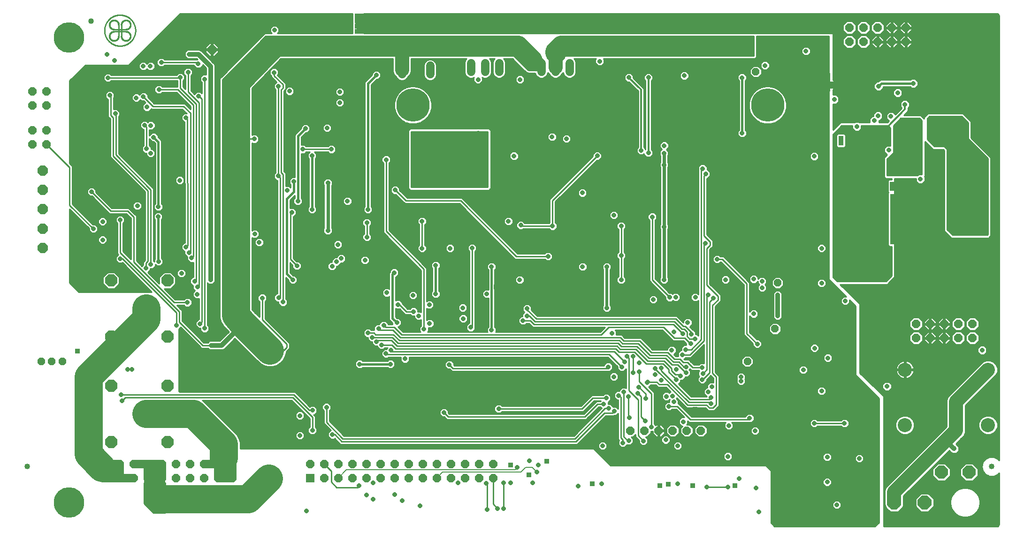
<source format=gbl>
G75*
%MOIN*%
%OFA0B0*%
%FSLAX25Y25*%
%IPPOS*%
%LPD*%
%AMOC8*
5,1,8,0,0,1.08239X$1,22.5*
%
%ADD10OC8,0.07087*%
%ADD11OC8,0.08600*%
%ADD12OC8,0.15000*%
%ADD13C,0.01000*%
%ADD14C,0.00100*%
%ADD15OC8,0.05906*%
%ADD16OC8,0.05315*%
%ADD17OC8,0.10000*%
%ADD18R,0.05906X0.05906*%
%ADD19OC8,0.09693*%
%ADD20C,0.04000*%
%ADD21OC8,0.09055*%
%ADD22C,0.10000*%
%ADD23C,0.00404*%
%ADD24OC8,0.06496*%
%ADD25C,0.06000*%
%ADD26C,0.23622*%
%ADD27OC8,0.03175*%
%ADD28C,0.01600*%
%ADD29C,0.02000*%
%ADD30C,0.10000*%
%ADD31C,0.15000*%
%ADD32R,0.03175X0.03175*%
%ADD33C,0.05000*%
%ADD34C,0.20000*%
%ADD35C,0.03200*%
%ADD36C,0.02400*%
%ADD37C,0.00800*%
%ADD38C,0.21654*%
%ADD39C,0.01200*%
D10*
X0125396Y0837306D03*
X0125396Y0851085D03*
X0125396Y0864865D03*
X0125396Y0878644D03*
X0125396Y0892424D03*
D11*
X0173979Y0814196D03*
X0173979Y0774196D03*
X0173979Y0739196D03*
X0213979Y0739196D03*
X0213979Y0774196D03*
X0213979Y0814196D03*
X0213979Y0699196D03*
X0173979Y0699196D03*
D12*
X0199018Y0719196D03*
X0199018Y0794196D03*
D13*
X0215725Y0804297D02*
X0232106Y0804297D01*
X0232106Y0805295D02*
X0214726Y0805295D01*
X0213728Y0806294D02*
X0232771Y0806294D01*
X0232106Y0805629D02*
X0232106Y0803071D01*
X0233914Y0801263D01*
X0236343Y0801263D01*
X0236343Y0786487D01*
X0235914Y0786487D01*
X0234106Y0784679D01*
X0234106Y0782121D01*
X0235914Y0780313D01*
X0237256Y0780313D01*
X0237256Y0778871D01*
X0239064Y0777063D01*
X0241622Y0777063D01*
X0243431Y0778871D01*
X0243431Y0781429D01*
X0242343Y0782516D01*
X0242343Y0812516D01*
X0242837Y0812022D01*
X0242868Y0812009D01*
X0243314Y0811563D01*
X0243946Y0811563D01*
X0243977Y0811550D01*
X0245210Y0811550D01*
X0245240Y0811563D01*
X0245872Y0811563D01*
X0246319Y0812009D01*
X0246349Y0812022D01*
X0247221Y0812894D01*
X0247234Y0812924D01*
X0247681Y0813371D01*
X0247681Y0814003D01*
X0247693Y0814033D01*
X0247693Y0967017D01*
X0247221Y0968156D01*
X0246349Y0969028D01*
X0238571Y0976806D01*
X0237699Y0977678D01*
X0236560Y0978150D01*
X0228727Y0978150D01*
X0228696Y0978137D01*
X0228064Y0978137D01*
X0227618Y0977691D01*
X0227587Y0977678D01*
X0226715Y0976806D01*
X0226703Y0976776D01*
X0226256Y0976329D01*
X0226256Y0975697D01*
X0226243Y0975667D01*
X0226243Y0974433D01*
X0226256Y0974403D01*
X0226256Y0973771D01*
X0226703Y0973324D01*
X0226715Y0973294D01*
X0227587Y0972422D01*
X0227618Y0972409D01*
X0228064Y0971963D01*
X0228696Y0971963D01*
X0228727Y0971950D01*
X0234659Y0971950D01*
X0235222Y0971387D01*
X0234564Y0971387D01*
X0234477Y0971300D01*
X0211959Y0971300D01*
X0210872Y0972387D01*
X0208314Y0972387D01*
X0206506Y0970579D01*
X0206506Y0968021D01*
X0208314Y0966213D01*
X0210872Y0966213D01*
X0211959Y0967300D01*
X0232756Y0967300D01*
X0232756Y0967021D01*
X0234564Y0965213D01*
X0237122Y0965213D01*
X0238931Y0967021D01*
X0238931Y0967679D01*
X0241493Y0965116D01*
X0241493Y0960487D01*
X0239064Y0960487D01*
X0237256Y0958679D01*
X0237256Y0956121D01*
X0238343Y0955034D01*
X0238343Y0947266D01*
X0237272Y0948337D01*
X0234714Y0948337D01*
X0233049Y0946672D01*
X0230564Y0949158D01*
X0230564Y0959863D01*
X0231651Y0960951D01*
X0231651Y0963508D01*
X0229842Y0965317D01*
X0229313Y0965317D01*
X0229307Y0965322D01*
X0229120Y0965317D01*
X0227285Y0965317D01*
X0225476Y0963508D01*
X0225476Y0960951D01*
X0226564Y0959863D01*
X0226564Y0950308D01*
X0225093Y0951778D01*
X0225093Y0956234D01*
X0226181Y0957321D01*
X0226181Y0959879D01*
X0224372Y0961687D01*
X0221814Y0961687D01*
X0220427Y0960300D01*
X0174209Y0960300D01*
X0173122Y0961387D01*
X0170564Y0961387D01*
X0168756Y0959579D01*
X0168756Y0957021D01*
X0170564Y0955213D01*
X0173122Y0955213D01*
X0174209Y0956300D01*
X0221027Y0956300D01*
X0221093Y0956234D01*
X0221093Y0951950D01*
X0210309Y0951950D01*
X0209222Y0953037D01*
X0206664Y0953037D01*
X0204856Y0951229D01*
X0204856Y0948671D01*
X0206664Y0946863D01*
X0209222Y0946863D01*
X0210309Y0947950D01*
X0220415Y0947950D01*
X0230293Y0938072D01*
X0230293Y0935978D01*
X0227343Y0938928D01*
X0226172Y0940100D01*
X0204472Y0940100D01*
X0199931Y0944641D01*
X0199931Y0946179D01*
X0198122Y0947987D01*
X0195564Y0947987D01*
X0193918Y0946341D01*
X0193122Y0947137D01*
X0190564Y0947137D01*
X0188756Y0945329D01*
X0188756Y0942771D01*
X0190564Y0940963D01*
X0193122Y0940963D01*
X0194768Y0942609D01*
X0195564Y0941813D01*
X0197102Y0941813D01*
X0198327Y0940587D01*
X0198214Y0940587D01*
X0196406Y0938779D01*
X0196406Y0936221D01*
X0198214Y0934413D01*
X0200772Y0934413D01*
X0202581Y0936221D01*
X0202581Y0936334D01*
X0202815Y0936100D01*
X0224515Y0936100D01*
X0227627Y0932987D01*
X0225764Y0932987D01*
X0223956Y0931179D01*
X0223956Y0928621D01*
X0225764Y0926813D01*
X0226145Y0926813D01*
X0226241Y0840987D01*
X0225864Y0840987D01*
X0224056Y0839179D01*
X0224056Y0836621D01*
X0225864Y0834813D01*
X0226156Y0834813D01*
X0226156Y0832771D01*
X0227964Y0830963D01*
X0228106Y0830963D01*
X0228106Y0828871D01*
X0229914Y0827063D01*
X0232343Y0827063D01*
X0232343Y0816737D01*
X0231964Y0816737D01*
X0230156Y0814929D01*
X0230156Y0812371D01*
X0231964Y0810563D01*
X0232156Y0810563D01*
X0232156Y0808471D01*
X0233552Y0807075D01*
X0232106Y0805629D01*
X0233334Y0807292D02*
X0212729Y0807292D01*
X0211731Y0808291D02*
X0232336Y0808291D01*
X0232156Y0809289D02*
X0217275Y0809289D01*
X0216381Y0808396D02*
X0219779Y0811793D01*
X0219779Y0816598D01*
X0216381Y0819996D01*
X0211577Y0819996D01*
X0208179Y0816598D01*
X0208179Y0811843D01*
X0200165Y0819856D01*
X0201881Y0821571D01*
X0201881Y0822513D01*
X0203422Y0822513D01*
X0205231Y0824321D01*
X0205231Y0825696D01*
X0206364Y0824563D01*
X0208922Y0824563D01*
X0210731Y0826371D01*
X0210731Y0828929D01*
X0209693Y0829966D01*
X0209693Y0857484D01*
X0210481Y0858271D01*
X0210481Y0860829D01*
X0208672Y0862637D01*
X0206114Y0862637D01*
X0204306Y0860829D01*
X0204306Y0858271D01*
X0205093Y0857484D01*
X0205093Y0829466D01*
X0204556Y0828929D01*
X0204556Y0827554D01*
X0204143Y0827966D01*
X0204143Y0879578D01*
X0179293Y0904428D01*
X0179293Y0930834D01*
X0179981Y0931521D01*
X0179981Y0934079D01*
X0178172Y0935887D01*
X0175793Y0935887D01*
X0175793Y0944134D01*
X0176181Y0944521D01*
X0176181Y0947079D01*
X0174372Y0948887D01*
X0171814Y0948887D01*
X0170006Y0947079D01*
X0170006Y0944521D01*
X0171793Y0942734D01*
X0171793Y0930622D01*
X0172965Y0929450D01*
X0173293Y0929122D01*
X0173293Y0901922D01*
X0198093Y0877122D01*
X0198093Y0828728D01*
X0196793Y0827428D01*
X0196793Y0825216D01*
X0195799Y0824222D01*
X0191893Y0828128D01*
X0191893Y0860228D01*
X0190722Y0861400D01*
X0186522Y0865600D01*
X0174522Y0865600D01*
X0163081Y0877041D01*
X0163081Y0878579D01*
X0161272Y0880387D01*
X0158714Y0880387D01*
X0156906Y0878579D01*
X0156906Y0876021D01*
X0158714Y0874213D01*
X0160252Y0874213D01*
X0172865Y0861600D01*
X0184865Y0861600D01*
X0187893Y0858572D01*
X0187893Y0829278D01*
X0182343Y0834828D01*
X0182343Y0854784D01*
X0183431Y0855871D01*
X0183431Y0858429D01*
X0181622Y0860237D01*
X0179064Y0860237D01*
X0177256Y0858429D01*
X0177256Y0855871D01*
X0178343Y0854784D01*
X0178343Y0833172D01*
X0178971Y0832544D01*
X0177306Y0830879D01*
X0177306Y0828321D01*
X0179114Y0826513D01*
X0181672Y0826513D01*
X0181937Y0826778D01*
X0202815Y0805900D01*
X0151193Y0805900D01*
X0144543Y0812550D01*
X0144443Y0852000D01*
X0144443Y0865022D01*
X0158306Y0851159D01*
X0158306Y0849621D01*
X0160114Y0847813D01*
X0162672Y0847813D01*
X0164481Y0849621D01*
X0164481Y0852179D01*
X0162672Y0853987D01*
X0161134Y0853987D01*
X0146543Y0868578D01*
X0146543Y0895365D01*
X0145372Y0896537D01*
X0144443Y0897465D01*
X0144443Y0956250D01*
X0155593Y0967300D01*
X0186343Y0967300D01*
X0222912Y1003869D01*
X0345531Y1003869D01*
X0345531Y0989800D01*
X0292426Y0989800D01*
X0292373Y0989821D01*
X0292002Y0989817D01*
X0293156Y0990971D01*
X0293156Y0993529D01*
X0291348Y0995337D01*
X0288790Y0995337D01*
X0286981Y0993529D01*
X0286981Y0990971D01*
X0288153Y0989800D01*
X0282965Y0989800D01*
X0252265Y0959100D01*
X0251093Y0957928D01*
X0251093Y0789612D01*
X0251021Y0788463D01*
X0251093Y0788103D01*
X0251093Y0787736D01*
X0251391Y0786624D01*
X0251619Y0785494D01*
X0251782Y0785166D01*
X0251877Y0784811D01*
X0252453Y0783814D01*
X0252965Y0782782D01*
X0253207Y0782507D01*
X0253391Y0782189D01*
X0254205Y0781374D01*
X0257592Y0777532D01*
X0251209Y0771150D01*
X0244377Y0771150D01*
X0244346Y0771137D01*
X0243714Y0771137D01*
X0243268Y0770691D01*
X0243237Y0770678D01*
X0242609Y0770050D01*
X0239822Y0770050D01*
X0224293Y0785578D01*
X0224293Y0792878D01*
X0223122Y0794050D01*
X0220672Y0796500D01*
X0225777Y0796500D01*
X0226864Y0795413D01*
X0229422Y0795413D01*
X0231231Y0797221D01*
X0231231Y0799779D01*
X0229422Y0801587D01*
X0226864Y0801587D01*
X0225777Y0800500D01*
X0219522Y0800500D01*
X0211626Y0808396D01*
X0216381Y0808396D01*
X0218274Y0810288D02*
X0232156Y0810288D01*
X0231240Y0811287D02*
X0219272Y0811287D01*
X0219779Y0812285D02*
X0230242Y0812285D01*
X0230156Y0813284D02*
X0219779Y0813284D01*
X0219779Y0814282D02*
X0230156Y0814282D01*
X0230507Y0815281D02*
X0219779Y0815281D01*
X0219779Y0816279D02*
X0222548Y0816279D01*
X0222664Y0816163D02*
X0225222Y0816163D01*
X0227031Y0817971D01*
X0227031Y0820529D01*
X0225222Y0822337D01*
X0222664Y0822337D01*
X0220856Y0820529D01*
X0220856Y0817971D01*
X0222664Y0816163D01*
X0221549Y0817278D02*
X0219100Y0817278D01*
X0218101Y0818276D02*
X0220856Y0818276D01*
X0220856Y0819275D02*
X0217102Y0819275D01*
X0220856Y0820273D02*
X0200582Y0820273D01*
X0200747Y0819275D02*
X0210855Y0819275D01*
X0209857Y0818276D02*
X0201745Y0818276D01*
X0202744Y0817278D02*
X0208858Y0817278D01*
X0208179Y0816279D02*
X0203743Y0816279D01*
X0204741Y0815281D02*
X0208179Y0815281D01*
X0208179Y0814282D02*
X0205740Y0814282D01*
X0206738Y0813284D02*
X0208179Y0813284D01*
X0208179Y0812285D02*
X0207737Y0812285D01*
X0202421Y0806294D02*
X0150799Y0806294D01*
X0149801Y0807292D02*
X0201422Y0807292D01*
X0200424Y0808291D02*
X0148802Y0808291D01*
X0147804Y0809289D02*
X0170683Y0809289D01*
X0171577Y0808396D02*
X0168179Y0811793D01*
X0168179Y0816598D01*
X0171577Y0819996D01*
X0176381Y0819996D01*
X0179779Y0816598D01*
X0179779Y0811793D01*
X0176381Y0808396D01*
X0171577Y0808396D01*
X0169684Y0810288D02*
X0146805Y0810288D01*
X0145807Y0811287D02*
X0168686Y0811287D01*
X0168179Y0812285D02*
X0144808Y0812285D01*
X0144541Y0813284D02*
X0168179Y0813284D01*
X0168179Y0814282D02*
X0144539Y0814282D01*
X0144536Y0815281D02*
X0168179Y0815281D01*
X0168179Y0816279D02*
X0144534Y0816279D01*
X0144531Y0817278D02*
X0168858Y0817278D01*
X0169857Y0818276D02*
X0144529Y0818276D01*
X0144526Y0819275D02*
X0170855Y0819275D01*
X0177102Y0819275D02*
X0189440Y0819275D01*
X0188442Y0820273D02*
X0144524Y0820273D01*
X0144521Y0821272D02*
X0187443Y0821272D01*
X0186445Y0822270D02*
X0144519Y0822270D01*
X0144516Y0823269D02*
X0185446Y0823269D01*
X0184448Y0824267D02*
X0144513Y0824267D01*
X0144511Y0825266D02*
X0183449Y0825266D01*
X0182451Y0826264D02*
X0144508Y0826264D01*
X0144506Y0827263D02*
X0178364Y0827263D01*
X0177366Y0828261D02*
X0144503Y0828261D01*
X0144501Y0829260D02*
X0177306Y0829260D01*
X0177306Y0830258D02*
X0144498Y0830258D01*
X0144496Y0831257D02*
X0177684Y0831257D01*
X0178682Y0832255D02*
X0144493Y0832255D01*
X0144491Y0833254D02*
X0178343Y0833254D01*
X0178343Y0834252D02*
X0144488Y0834252D01*
X0144486Y0835251D02*
X0178343Y0835251D01*
X0178343Y0836249D02*
X0144483Y0836249D01*
X0144481Y0837248D02*
X0178343Y0837248D01*
X0178343Y0838246D02*
X0144478Y0838246D01*
X0144476Y0839245D02*
X0178343Y0839245D01*
X0178343Y0840243D02*
X0169403Y0840243D01*
X0169172Y0840013D02*
X0170981Y0841821D01*
X0170981Y0844379D01*
X0169172Y0846187D01*
X0166614Y0846187D01*
X0164806Y0844379D01*
X0164806Y0841821D01*
X0166614Y0840013D01*
X0169172Y0840013D01*
X0170401Y0841242D02*
X0178343Y0841242D01*
X0178343Y0842240D02*
X0170981Y0842240D01*
X0170981Y0843239D02*
X0178343Y0843239D01*
X0178343Y0844237D02*
X0170981Y0844237D01*
X0170123Y0845236D02*
X0178343Y0845236D01*
X0178343Y0846234D02*
X0144458Y0846234D01*
X0144460Y0845236D02*
X0165663Y0845236D01*
X0164806Y0844237D02*
X0144463Y0844237D01*
X0144465Y0843239D02*
X0164806Y0843239D01*
X0164806Y0842240D02*
X0144468Y0842240D01*
X0144470Y0841242D02*
X0165385Y0841242D01*
X0166384Y0840243D02*
X0144473Y0840243D01*
X0144455Y0847233D02*
X0178343Y0847233D01*
X0178343Y0848231D02*
X0163091Y0848231D01*
X0164089Y0849230D02*
X0178343Y0849230D01*
X0178343Y0850228D02*
X0164481Y0850228D01*
X0164481Y0851227D02*
X0178343Y0851227D01*
X0178343Y0852225D02*
X0164434Y0852225D01*
X0163435Y0853224D02*
X0166403Y0853224D01*
X0166614Y0853013D02*
X0169172Y0853013D01*
X0170981Y0854821D01*
X0170981Y0857379D01*
X0169172Y0859187D01*
X0166614Y0859187D01*
X0164806Y0857379D01*
X0164806Y0854821D01*
X0166614Y0853013D01*
X0165404Y0854222D02*
X0160899Y0854222D01*
X0159901Y0855221D02*
X0164806Y0855221D01*
X0164806Y0856220D02*
X0158902Y0856220D01*
X0157904Y0857218D02*
X0164806Y0857218D01*
X0165643Y0858217D02*
X0156905Y0858217D01*
X0155907Y0859215D02*
X0178042Y0859215D01*
X0177256Y0858217D02*
X0170143Y0858217D01*
X0170981Y0857218D02*
X0177256Y0857218D01*
X0177256Y0856220D02*
X0170981Y0856220D01*
X0170981Y0855221D02*
X0177906Y0855221D01*
X0178343Y0854222D02*
X0170382Y0854222D01*
X0169383Y0853224D02*
X0178343Y0853224D01*
X0182343Y0853224D02*
X0187893Y0853224D01*
X0187893Y0854222D02*
X0182343Y0854222D01*
X0182780Y0855221D02*
X0187893Y0855221D01*
X0187893Y0856220D02*
X0183431Y0856220D01*
X0183431Y0857218D02*
X0187893Y0857218D01*
X0187893Y0858217D02*
X0183431Y0858217D01*
X0182644Y0859215D02*
X0187250Y0859215D01*
X0186251Y0860214D02*
X0181646Y0860214D01*
X0179041Y0860214D02*
X0154908Y0860214D01*
X0153910Y0861212D02*
X0185253Y0861212D01*
X0185693Y0863600D02*
X0189893Y0859400D01*
X0189893Y0827300D01*
X0218693Y0798500D01*
X0228143Y0798500D01*
X0225968Y0796309D02*
X0220863Y0796309D01*
X0221861Y0795310D02*
X0236343Y0795310D01*
X0236343Y0794312D02*
X0222860Y0794312D01*
X0223858Y0793313D02*
X0236343Y0793313D01*
X0236343Y0792315D02*
X0224293Y0792315D01*
X0224293Y0791316D02*
X0236343Y0791316D01*
X0236343Y0790318D02*
X0224293Y0790318D01*
X0224293Y0789319D02*
X0236343Y0789319D01*
X0236343Y0788321D02*
X0224293Y0788321D01*
X0224293Y0787322D02*
X0236343Y0787322D01*
X0235751Y0786324D02*
X0224293Y0786324D01*
X0224546Y0785325D02*
X0234752Y0785325D01*
X0234106Y0784327D02*
X0225545Y0784327D01*
X0226543Y0783328D02*
X0234106Y0783328D01*
X0234106Y0782330D02*
X0227542Y0782330D01*
X0228540Y0781331D02*
X0234896Y0781331D01*
X0235894Y0780333D02*
X0229539Y0780333D01*
X0230537Y0779334D02*
X0237256Y0779334D01*
X0237791Y0778336D02*
X0231536Y0778336D01*
X0232534Y0777337D02*
X0238790Y0777337D01*
X0241897Y0777337D02*
X0257396Y0777337D01*
X0256884Y0778336D02*
X0242895Y0778336D01*
X0243431Y0779334D02*
X0256004Y0779334D01*
X0255123Y0780333D02*
X0243431Y0780333D01*
X0243431Y0781331D02*
X0254243Y0781331D01*
X0253310Y0782330D02*
X0242530Y0782330D01*
X0242343Y0783328D02*
X0252694Y0783328D01*
X0252157Y0784327D02*
X0242343Y0784327D01*
X0242343Y0785325D02*
X0251703Y0785325D01*
X0251452Y0786324D02*
X0242343Y0786324D01*
X0242343Y0787322D02*
X0251204Y0787322D01*
X0251049Y0788321D02*
X0242343Y0788321D01*
X0242343Y0789319D02*
X0251075Y0789319D01*
X0251093Y0790318D02*
X0242343Y0790318D01*
X0242343Y0791316D02*
X0251093Y0791316D01*
X0251093Y0792315D02*
X0242343Y0792315D01*
X0242343Y0793313D02*
X0251093Y0793313D01*
X0251093Y0794312D02*
X0242343Y0794312D01*
X0242343Y0795310D02*
X0251093Y0795310D01*
X0251093Y0796309D02*
X0242343Y0796309D01*
X0242343Y0797307D02*
X0251093Y0797307D01*
X0251093Y0798306D02*
X0242343Y0798306D01*
X0242343Y0799304D02*
X0251093Y0799304D01*
X0251093Y0800303D02*
X0242343Y0800303D01*
X0242343Y0801301D02*
X0251093Y0801301D01*
X0251093Y0802300D02*
X0242343Y0802300D01*
X0242343Y0803298D02*
X0251093Y0803298D01*
X0251093Y0804297D02*
X0242343Y0804297D01*
X0242343Y0805295D02*
X0251093Y0805295D01*
X0251093Y0806294D02*
X0242343Y0806294D01*
X0242343Y0807292D02*
X0251093Y0807292D01*
X0251093Y0808291D02*
X0242343Y0808291D01*
X0242343Y0809289D02*
X0251093Y0809289D01*
X0251093Y0810288D02*
X0242343Y0810288D01*
X0242343Y0811287D02*
X0251093Y0811287D01*
X0251093Y0812285D02*
X0246612Y0812285D01*
X0247593Y0813284D02*
X0251093Y0813284D01*
X0251093Y0814282D02*
X0247693Y0814282D01*
X0247693Y0815281D02*
X0251093Y0815281D01*
X0251093Y0816279D02*
X0247693Y0816279D01*
X0247693Y0817278D02*
X0251093Y0817278D01*
X0251093Y0818276D02*
X0247693Y0818276D01*
X0247693Y0819275D02*
X0251093Y0819275D01*
X0251093Y0820273D02*
X0247693Y0820273D01*
X0247693Y0821272D02*
X0251093Y0821272D01*
X0251093Y0822270D02*
X0247693Y0822270D01*
X0247693Y0823269D02*
X0251093Y0823269D01*
X0251093Y0824267D02*
X0247693Y0824267D01*
X0247693Y0825266D02*
X0251093Y0825266D01*
X0251093Y0826264D02*
X0247693Y0826264D01*
X0247693Y0827263D02*
X0251093Y0827263D01*
X0251093Y0828261D02*
X0247693Y0828261D01*
X0247693Y0829260D02*
X0251093Y0829260D01*
X0251093Y0830258D02*
X0247693Y0830258D01*
X0247693Y0831257D02*
X0251093Y0831257D01*
X0251093Y0832255D02*
X0247693Y0832255D01*
X0247693Y0833254D02*
X0251093Y0833254D01*
X0251093Y0834252D02*
X0247693Y0834252D01*
X0247693Y0835251D02*
X0251093Y0835251D01*
X0251093Y0836249D02*
X0247693Y0836249D01*
X0247693Y0837248D02*
X0251093Y0837248D01*
X0251093Y0838246D02*
X0247693Y0838246D01*
X0247693Y0839245D02*
X0251093Y0839245D01*
X0251093Y0840243D02*
X0247693Y0840243D01*
X0247693Y0841242D02*
X0251093Y0841242D01*
X0251093Y0842240D02*
X0247693Y0842240D01*
X0247693Y0843239D02*
X0251093Y0843239D01*
X0251093Y0844237D02*
X0247693Y0844237D01*
X0247693Y0845236D02*
X0251093Y0845236D01*
X0251093Y0846234D02*
X0247693Y0846234D01*
X0247693Y0847233D02*
X0251093Y0847233D01*
X0251093Y0848231D02*
X0247693Y0848231D01*
X0247693Y0849230D02*
X0251093Y0849230D01*
X0251093Y0850228D02*
X0247693Y0850228D01*
X0247693Y0851227D02*
X0251093Y0851227D01*
X0251093Y0852225D02*
X0247693Y0852225D01*
X0247693Y0853224D02*
X0251093Y0853224D01*
X0251093Y0854222D02*
X0247693Y0854222D01*
X0247693Y0855221D02*
X0251093Y0855221D01*
X0251093Y0856220D02*
X0247693Y0856220D01*
X0247693Y0857218D02*
X0251093Y0857218D01*
X0251093Y0858217D02*
X0247693Y0858217D01*
X0247693Y0859215D02*
X0251093Y0859215D01*
X0251093Y0860214D02*
X0247693Y0860214D01*
X0247693Y0861212D02*
X0251093Y0861212D01*
X0251093Y0862211D02*
X0247693Y0862211D01*
X0247693Y0863209D02*
X0251093Y0863209D01*
X0251093Y0864208D02*
X0247693Y0864208D01*
X0247693Y0865206D02*
X0251093Y0865206D01*
X0251093Y0866205D02*
X0247693Y0866205D01*
X0247693Y0867203D02*
X0251093Y0867203D01*
X0251093Y0868202D02*
X0247693Y0868202D01*
X0247693Y0869200D02*
X0251093Y0869200D01*
X0251093Y0870199D02*
X0247693Y0870199D01*
X0247693Y0871197D02*
X0251093Y0871197D01*
X0251093Y0872196D02*
X0247693Y0872196D01*
X0247693Y0873194D02*
X0251093Y0873194D01*
X0251093Y0874193D02*
X0247693Y0874193D01*
X0247693Y0875191D02*
X0251093Y0875191D01*
X0251093Y0876190D02*
X0247693Y0876190D01*
X0247693Y0877188D02*
X0251093Y0877188D01*
X0251093Y0878187D02*
X0247693Y0878187D01*
X0247693Y0879185D02*
X0251093Y0879185D01*
X0251093Y0880184D02*
X0247693Y0880184D01*
X0247693Y0881182D02*
X0251093Y0881182D01*
X0251093Y0882181D02*
X0247693Y0882181D01*
X0247693Y0883179D02*
X0251093Y0883179D01*
X0251093Y0884178D02*
X0247693Y0884178D01*
X0247693Y0885176D02*
X0251093Y0885176D01*
X0251093Y0886175D02*
X0247693Y0886175D01*
X0247693Y0887173D02*
X0251093Y0887173D01*
X0251093Y0888172D02*
X0247693Y0888172D01*
X0247693Y0889170D02*
X0251093Y0889170D01*
X0251093Y0890169D02*
X0247693Y0890169D01*
X0247693Y0891167D02*
X0251093Y0891167D01*
X0251093Y0892166D02*
X0247693Y0892166D01*
X0247693Y0893164D02*
X0251093Y0893164D01*
X0251093Y0894163D02*
X0247693Y0894163D01*
X0247693Y0895161D02*
X0251093Y0895161D01*
X0251093Y0896160D02*
X0247693Y0896160D01*
X0247693Y0897158D02*
X0251093Y0897158D01*
X0251093Y0898157D02*
X0247693Y0898157D01*
X0247693Y0899155D02*
X0251093Y0899155D01*
X0251093Y0900154D02*
X0247693Y0900154D01*
X0247693Y0901153D02*
X0251093Y0901153D01*
X0251093Y0902151D02*
X0247693Y0902151D01*
X0247693Y0903150D02*
X0251093Y0903150D01*
X0251093Y0904148D02*
X0247693Y0904148D01*
X0247693Y0905147D02*
X0251093Y0905147D01*
X0251093Y0906145D02*
X0247693Y0906145D01*
X0247693Y0907144D02*
X0251093Y0907144D01*
X0251093Y0908142D02*
X0247693Y0908142D01*
X0247693Y0909141D02*
X0251093Y0909141D01*
X0251093Y0910139D02*
X0247693Y0910139D01*
X0247693Y0911138D02*
X0251093Y0911138D01*
X0251093Y0912136D02*
X0247693Y0912136D01*
X0247693Y0913135D02*
X0251093Y0913135D01*
X0251093Y0914133D02*
X0247693Y0914133D01*
X0247693Y0915132D02*
X0251093Y0915132D01*
X0251093Y0916130D02*
X0247693Y0916130D01*
X0247693Y0917129D02*
X0251093Y0917129D01*
X0251093Y0918127D02*
X0247693Y0918127D01*
X0247693Y0919126D02*
X0251093Y0919126D01*
X0251093Y0920124D02*
X0247693Y0920124D01*
X0247693Y0921123D02*
X0251093Y0921123D01*
X0251093Y0922121D02*
X0247693Y0922121D01*
X0247693Y0923120D02*
X0251093Y0923120D01*
X0251093Y0924118D02*
X0247693Y0924118D01*
X0247693Y0925117D02*
X0251093Y0925117D01*
X0251093Y0926115D02*
X0247693Y0926115D01*
X0247693Y0927114D02*
X0251093Y0927114D01*
X0251093Y0928112D02*
X0247693Y0928112D01*
X0247693Y0929111D02*
X0251093Y0929111D01*
X0251093Y0930109D02*
X0247693Y0930109D01*
X0247693Y0931108D02*
X0251093Y0931108D01*
X0251093Y0932106D02*
X0247693Y0932106D01*
X0247693Y0933105D02*
X0251093Y0933105D01*
X0251093Y0934103D02*
X0247693Y0934103D01*
X0247693Y0935102D02*
X0251093Y0935102D01*
X0251093Y0936100D02*
X0247693Y0936100D01*
X0247693Y0937099D02*
X0251093Y0937099D01*
X0251093Y0938097D02*
X0247693Y0938097D01*
X0247693Y0939096D02*
X0251093Y0939096D01*
X0251093Y0940094D02*
X0247693Y0940094D01*
X0247693Y0941093D02*
X0251093Y0941093D01*
X0251093Y0942091D02*
X0247693Y0942091D01*
X0247693Y0943090D02*
X0251093Y0943090D01*
X0251093Y0944089D02*
X0247693Y0944089D01*
X0247693Y0945087D02*
X0251093Y0945087D01*
X0251093Y0946086D02*
X0247693Y0946086D01*
X0247693Y0947084D02*
X0251093Y0947084D01*
X0251093Y0948083D02*
X0247693Y0948083D01*
X0247693Y0949081D02*
X0251093Y0949081D01*
X0251093Y0950080D02*
X0247693Y0950080D01*
X0247693Y0951078D02*
X0251093Y0951078D01*
X0251093Y0952077D02*
X0247693Y0952077D01*
X0247693Y0953075D02*
X0251093Y0953075D01*
X0251093Y0954074D02*
X0247693Y0954074D01*
X0247693Y0955072D02*
X0251093Y0955072D01*
X0251093Y0956071D02*
X0247693Y0956071D01*
X0247693Y0957069D02*
X0251093Y0957069D01*
X0251232Y0958068D02*
X0247693Y0958068D01*
X0247693Y0959066D02*
X0252231Y0959066D01*
X0253229Y0960065D02*
X0247693Y0960065D01*
X0247693Y0961063D02*
X0254228Y0961063D01*
X0255226Y0962062D02*
X0247693Y0962062D01*
X0247693Y0963060D02*
X0256225Y0963060D01*
X0257223Y0964059D02*
X0247693Y0964059D01*
X0247693Y0965057D02*
X0258222Y0965057D01*
X0259221Y0966056D02*
X0247693Y0966056D01*
X0247678Y0967054D02*
X0260219Y0967054D01*
X0261218Y0968053D02*
X0247264Y0968053D01*
X0246326Y0969051D02*
X0262216Y0969051D01*
X0263215Y0970050D02*
X0245327Y0970050D01*
X0244329Y0971048D02*
X0264213Y0971048D01*
X0265212Y0972047D02*
X0243330Y0972047D01*
X0242332Y0973045D02*
X0266210Y0973045D01*
X0267209Y0974044D02*
X0247769Y0974044D01*
X0247477Y0973752D02*
X0250141Y0976416D01*
X0250141Y0977800D01*
X0246093Y0977800D01*
X0246093Y0973752D01*
X0247477Y0973752D01*
X0246093Y0974044D02*
X0245093Y0974044D01*
X0245093Y0973752D02*
X0245093Y0977800D01*
X0241045Y0977800D01*
X0241045Y0976416D01*
X0243709Y0973752D01*
X0245093Y0973752D01*
X0245093Y0975042D02*
X0246093Y0975042D01*
X0246093Y0976041D02*
X0245093Y0976041D01*
X0245093Y0977039D02*
X0246093Y0977039D01*
X0246093Y0977800D02*
X0245093Y0977800D01*
X0245093Y0978800D01*
X0241045Y0978800D01*
X0241045Y0980184D01*
X0243709Y0982848D01*
X0245093Y0982848D01*
X0245093Y0978800D01*
X0246093Y0978800D01*
X0246093Y0982848D01*
X0247477Y0982848D01*
X0250141Y0980184D01*
X0250141Y0978800D01*
X0246093Y0978800D01*
X0246093Y0977800D01*
X0246093Y0978038D02*
X0271203Y0978038D01*
X0272201Y0979036D02*
X0250141Y0979036D01*
X0250141Y0980035D02*
X0273200Y0980035D01*
X0274198Y0981033D02*
X0249292Y0981033D01*
X0248293Y0982032D02*
X0275197Y0982032D01*
X0276195Y0983030D02*
X0202074Y0983030D01*
X0201075Y0982032D02*
X0242893Y0982032D01*
X0241895Y0981033D02*
X0200077Y0981033D01*
X0199078Y0980035D02*
X0241045Y0980035D01*
X0241045Y0979036D02*
X0198080Y0979036D01*
X0197081Y0978038D02*
X0227965Y0978038D01*
X0226948Y0977039D02*
X0196083Y0977039D01*
X0195084Y0976041D02*
X0226256Y0976041D01*
X0226243Y0975042D02*
X0194086Y0975042D01*
X0193087Y0974044D02*
X0226256Y0974044D01*
X0226964Y0973045D02*
X0192089Y0973045D01*
X0191090Y0972047D02*
X0207974Y0972047D01*
X0206975Y0971048D02*
X0190091Y0971048D01*
X0189093Y0970050D02*
X0206506Y0970050D01*
X0206506Y0969051D02*
X0203708Y0969051D01*
X0203122Y0969637D02*
X0200564Y0969637D01*
X0199343Y0968416D01*
X0198122Y0969637D01*
X0195564Y0969637D01*
X0193756Y0967829D01*
X0193756Y0965271D01*
X0195564Y0963463D01*
X0198122Y0963463D01*
X0199343Y0964684D01*
X0200564Y0963463D01*
X0203122Y0963463D01*
X0204931Y0965271D01*
X0204931Y0967829D01*
X0203122Y0969637D01*
X0204707Y0968053D02*
X0206506Y0968053D01*
X0207473Y0967054D02*
X0204931Y0967054D01*
X0204931Y0966056D02*
X0233721Y0966056D01*
X0232756Y0967054D02*
X0211714Y0967054D01*
X0209593Y0969300D02*
X0234843Y0969300D01*
X0235843Y0968300D01*
X0237965Y0966056D02*
X0240553Y0966056D01*
X0241493Y0965057D02*
X0230102Y0965057D01*
X0231101Y0964059D02*
X0241493Y0964059D01*
X0241493Y0963060D02*
X0231651Y0963060D01*
X0231651Y0962062D02*
X0241493Y0962062D01*
X0241493Y0961063D02*
X0231651Y0961063D01*
X0230765Y0960065D02*
X0238642Y0960065D01*
X0237643Y0959066D02*
X0230564Y0959066D01*
X0230564Y0958068D02*
X0237256Y0958068D01*
X0237256Y0957069D02*
X0230564Y0957069D01*
X0230564Y0956071D02*
X0237306Y0956071D01*
X0238305Y0955072D02*
X0230564Y0955072D01*
X0230564Y0954074D02*
X0238343Y0954074D01*
X0238343Y0953075D02*
X0230564Y0953075D01*
X0230564Y0952077D02*
X0238343Y0952077D01*
X0238343Y0951078D02*
X0230564Y0951078D01*
X0230564Y0950080D02*
X0238343Y0950080D01*
X0238343Y0949081D02*
X0230641Y0949081D01*
X0231639Y0948083D02*
X0234460Y0948083D01*
X0233461Y0947084D02*
X0232638Y0947084D01*
X0235993Y0945250D02*
X0236343Y0945250D01*
X0238343Y0943250D01*
X0238343Y0784550D01*
X0237193Y0783400D01*
X0240343Y0780150D02*
X0240343Y0957400D01*
X0238343Y0948083D02*
X0237527Y0948083D01*
X0236343Y0940550D02*
X0228564Y0948330D01*
X0228564Y0962230D01*
X0228534Y0963300D01*
X0227025Y0965057D02*
X0204717Y0965057D01*
X0203718Y0964059D02*
X0226027Y0964059D01*
X0225476Y0963060D02*
X0151315Y0963060D01*
X0150307Y0962062D02*
X0225476Y0962062D01*
X0225476Y0961063D02*
X0224996Y0961063D01*
X0225995Y0960065D02*
X0226362Y0960065D01*
X0226181Y0959066D02*
X0226564Y0959066D01*
X0226564Y0958068D02*
X0226181Y0958068D01*
X0225929Y0957069D02*
X0226564Y0957069D01*
X0226564Y0956071D02*
X0225093Y0956071D01*
X0225093Y0955072D02*
X0226564Y0955072D01*
X0226564Y0954074D02*
X0225093Y0954074D01*
X0225093Y0953075D02*
X0226564Y0953075D01*
X0226564Y0952077D02*
X0225093Y0952077D01*
X0225793Y0951078D02*
X0226564Y0951078D01*
X0223093Y0950950D02*
X0223093Y0958600D01*
X0222843Y0958300D01*
X0171843Y0958300D01*
X0169706Y0956071D02*
X0144443Y0956071D01*
X0144443Y0955072D02*
X0221093Y0955072D01*
X0221093Y0954074D02*
X0144443Y0954074D01*
X0144443Y0953075D02*
X0221093Y0953075D01*
X0221093Y0952077D02*
X0210183Y0952077D01*
X0207943Y0949950D02*
X0221243Y0949950D01*
X0232293Y0938900D01*
X0232293Y0831250D01*
X0231193Y0830150D01*
X0228106Y0830258D02*
X0209693Y0830258D01*
X0209693Y0831257D02*
X0227670Y0831257D01*
X0226672Y0832255D02*
X0209693Y0832255D01*
X0209693Y0833254D02*
X0226156Y0833254D01*
X0226156Y0834252D02*
X0209693Y0834252D01*
X0209693Y0835251D02*
X0225426Y0835251D01*
X0224428Y0836249D02*
X0209693Y0836249D01*
X0209693Y0837248D02*
X0224056Y0837248D01*
X0224056Y0838246D02*
X0209693Y0838246D01*
X0209693Y0839245D02*
X0224122Y0839245D01*
X0225120Y0840243D02*
X0209693Y0840243D01*
X0209693Y0841242D02*
X0226241Y0841242D01*
X0226240Y0842240D02*
X0209693Y0842240D01*
X0209693Y0843239D02*
X0226238Y0843239D01*
X0226237Y0844237D02*
X0209693Y0844237D01*
X0209693Y0845236D02*
X0226236Y0845236D01*
X0226235Y0846234D02*
X0209693Y0846234D01*
X0209693Y0847233D02*
X0226234Y0847233D01*
X0226233Y0848231D02*
X0209693Y0848231D01*
X0209693Y0849230D02*
X0226232Y0849230D01*
X0226231Y0850228D02*
X0209693Y0850228D01*
X0209693Y0851227D02*
X0226230Y0851227D01*
X0226228Y0852225D02*
X0209693Y0852225D01*
X0209693Y0853224D02*
X0226227Y0853224D01*
X0226226Y0854222D02*
X0209693Y0854222D01*
X0209693Y0855221D02*
X0226225Y0855221D01*
X0226224Y0856220D02*
X0209693Y0856220D01*
X0209693Y0857218D02*
X0226223Y0857218D01*
X0226222Y0858217D02*
X0210426Y0858217D01*
X0210481Y0859215D02*
X0226221Y0859215D01*
X0226220Y0860214D02*
X0210481Y0860214D01*
X0210097Y0861212D02*
X0226218Y0861212D01*
X0226217Y0862211D02*
X0209099Y0862211D01*
X0208822Y0863463D02*
X0210631Y0865271D01*
X0210631Y0867829D01*
X0209843Y0868616D01*
X0209843Y0913703D01*
X0207281Y0916265D01*
X0207281Y0917379D01*
X0205472Y0919187D01*
X0202914Y0919187D01*
X0201143Y0917416D01*
X0201143Y0921313D01*
X0203422Y0921313D01*
X0205231Y0923121D01*
X0205231Y0925679D01*
X0203422Y0927487D01*
X0200864Y0927487D01*
X0200068Y0926691D01*
X0199122Y0927637D01*
X0196564Y0927637D01*
X0194756Y0925829D01*
X0194756Y0923271D01*
X0196564Y0921463D01*
X0197143Y0921463D01*
X0197143Y0910166D01*
X0196056Y0909079D01*
X0196056Y0906521D01*
X0197864Y0904713D01*
X0199006Y0904713D01*
X0199006Y0903271D01*
X0200814Y0901463D01*
X0203372Y0901463D01*
X0205181Y0903271D01*
X0205181Y0905829D01*
X0203372Y0907637D01*
X0202231Y0907637D01*
X0202231Y0909079D01*
X0201143Y0910166D01*
X0201143Y0914784D01*
X0202914Y0913013D01*
X0204028Y0913013D01*
X0205243Y0911797D01*
X0205243Y0868616D01*
X0204456Y0867829D01*
X0204456Y0865271D01*
X0206264Y0863463D01*
X0208822Y0863463D01*
X0209567Y0864208D02*
X0226215Y0864208D01*
X0226214Y0865206D02*
X0210566Y0865206D01*
X0210631Y0866205D02*
X0226213Y0866205D01*
X0226212Y0867203D02*
X0210631Y0867203D01*
X0210258Y0868202D02*
X0226211Y0868202D01*
X0226210Y0869200D02*
X0209843Y0869200D01*
X0209843Y0870199D02*
X0226208Y0870199D01*
X0226207Y0871197D02*
X0209843Y0871197D01*
X0209843Y0872196D02*
X0226206Y0872196D01*
X0226205Y0873194D02*
X0209843Y0873194D01*
X0209843Y0874193D02*
X0226204Y0874193D01*
X0226203Y0875191D02*
X0209843Y0875191D01*
X0209843Y0876190D02*
X0226202Y0876190D01*
X0226201Y0877188D02*
X0209843Y0877188D01*
X0209843Y0878187D02*
X0226200Y0878187D01*
X0226198Y0879185D02*
X0209843Y0879185D01*
X0209843Y0880184D02*
X0226197Y0880184D01*
X0226196Y0881182D02*
X0209843Y0881182D01*
X0209843Y0882181D02*
X0226195Y0882181D01*
X0226194Y0883179D02*
X0224889Y0883179D01*
X0224022Y0882313D02*
X0225831Y0884121D01*
X0225831Y0886679D01*
X0224022Y0888487D01*
X0221464Y0888487D01*
X0219656Y0886679D01*
X0219656Y0884121D01*
X0221464Y0882313D01*
X0224022Y0882313D01*
X0225831Y0884178D02*
X0226193Y0884178D01*
X0226192Y0885176D02*
X0225831Y0885176D01*
X0225831Y0886175D02*
X0226191Y0886175D01*
X0226190Y0887173D02*
X0225336Y0887173D01*
X0226188Y0888172D02*
X0224338Y0888172D01*
X0226187Y0889170D02*
X0209843Y0889170D01*
X0209843Y0888172D02*
X0221149Y0888172D01*
X0220150Y0887173D02*
X0209843Y0887173D01*
X0209843Y0886175D02*
X0219656Y0886175D01*
X0219656Y0885176D02*
X0209843Y0885176D01*
X0209843Y0884178D02*
X0219656Y0884178D01*
X0220598Y0883179D02*
X0209843Y0883179D01*
X0205243Y0883179D02*
X0200542Y0883179D01*
X0201541Y0882181D02*
X0205243Y0882181D01*
X0205243Y0881182D02*
X0202539Y0881182D01*
X0203538Y0880184D02*
X0205243Y0880184D01*
X0205243Y0879185D02*
X0204143Y0879185D01*
X0204143Y0878187D02*
X0205243Y0878187D01*
X0205243Y0877188D02*
X0204143Y0877188D01*
X0204143Y0876190D02*
X0205243Y0876190D01*
X0205243Y0875191D02*
X0204143Y0875191D01*
X0204143Y0874193D02*
X0205243Y0874193D01*
X0205243Y0873194D02*
X0204143Y0873194D01*
X0204143Y0872196D02*
X0205243Y0872196D01*
X0205243Y0871197D02*
X0204143Y0871197D01*
X0204143Y0870199D02*
X0205243Y0870199D01*
X0205243Y0869200D02*
X0204143Y0869200D01*
X0204143Y0868202D02*
X0204829Y0868202D01*
X0204456Y0867203D02*
X0204143Y0867203D01*
X0204143Y0866205D02*
X0204456Y0866205D01*
X0204521Y0865206D02*
X0204143Y0865206D01*
X0204143Y0864208D02*
X0205519Y0864208D01*
X0204143Y0863209D02*
X0226216Y0863209D01*
X0228243Y0839000D02*
X0227143Y0837900D01*
X0228243Y0839000D02*
X0228143Y0928800D01*
X0227043Y0929900D01*
X0224883Y0932106D02*
X0179981Y0932106D01*
X0179981Y0933105D02*
X0227510Y0933105D01*
X0226511Y0934103D02*
X0179956Y0934103D01*
X0178957Y0935102D02*
X0197525Y0935102D01*
X0196527Y0936100D02*
X0175793Y0936100D01*
X0175793Y0937099D02*
X0196406Y0937099D01*
X0196406Y0938097D02*
X0175793Y0938097D01*
X0175793Y0939096D02*
X0196723Y0939096D01*
X0197721Y0940094D02*
X0175793Y0940094D01*
X0175793Y0941093D02*
X0190434Y0941093D01*
X0189435Y0942091D02*
X0175793Y0942091D01*
X0175793Y0943090D02*
X0188756Y0943090D01*
X0188756Y0944089D02*
X0175793Y0944089D01*
X0176181Y0945087D02*
X0188756Y0945087D01*
X0189512Y0946086D02*
X0176181Y0946086D01*
X0176175Y0947084D02*
X0190511Y0947084D01*
X0193175Y0947084D02*
X0194661Y0947084D01*
X0196843Y0944900D02*
X0203643Y0938100D01*
X0225343Y0938100D01*
X0230243Y0933200D01*
X0230243Y0835050D01*
X0229243Y0834050D01*
X0228106Y0829260D02*
X0210400Y0829260D01*
X0210731Y0828261D02*
X0228716Y0828261D01*
X0229714Y0827263D02*
X0210731Y0827263D01*
X0210624Y0826264D02*
X0232343Y0826264D01*
X0232343Y0825266D02*
X0209625Y0825266D01*
X0205661Y0825266D02*
X0205231Y0825266D01*
X0205177Y0824267D02*
X0232343Y0824267D01*
X0232343Y0823269D02*
X0204178Y0823269D01*
X0201881Y0822270D02*
X0222597Y0822270D01*
X0221599Y0821272D02*
X0201581Y0821272D01*
X0198793Y0822850D02*
X0198793Y0826600D01*
X0200093Y0827900D01*
X0200093Y0877950D01*
X0175293Y0902750D01*
X0175293Y0929950D01*
X0173793Y0931450D01*
X0173793Y0945100D01*
X0173093Y0945800D01*
X0171009Y0948083D02*
X0144443Y0948083D01*
X0144443Y0949081D02*
X0204856Y0949081D01*
X0204856Y0950080D02*
X0144443Y0950080D01*
X0144443Y0951078D02*
X0204856Y0951078D01*
X0205704Y0952077D02*
X0144443Y0952077D01*
X0144443Y0947084D02*
X0170011Y0947084D01*
X0170006Y0946086D02*
X0144443Y0946086D01*
X0144443Y0945087D02*
X0170006Y0945087D01*
X0170438Y0944089D02*
X0144443Y0944089D01*
X0144443Y0943090D02*
X0171437Y0943090D01*
X0171793Y0942091D02*
X0144443Y0942091D01*
X0144443Y0941093D02*
X0171793Y0941093D01*
X0171793Y0940094D02*
X0144443Y0940094D01*
X0144443Y0939096D02*
X0171793Y0939096D01*
X0171793Y0938097D02*
X0144443Y0938097D01*
X0144443Y0937099D02*
X0171793Y0937099D01*
X0171793Y0936100D02*
X0144443Y0936100D01*
X0144443Y0935102D02*
X0171793Y0935102D01*
X0171793Y0934103D02*
X0144443Y0934103D01*
X0144443Y0933105D02*
X0171793Y0933105D01*
X0171793Y0932106D02*
X0144443Y0932106D01*
X0144443Y0931108D02*
X0171793Y0931108D01*
X0172305Y0930109D02*
X0144443Y0930109D01*
X0144443Y0929111D02*
X0173293Y0929111D01*
X0173293Y0928112D02*
X0144443Y0928112D01*
X0144443Y0927114D02*
X0173293Y0927114D01*
X0173293Y0926115D02*
X0144443Y0926115D01*
X0144443Y0925117D02*
X0173293Y0925117D01*
X0173293Y0924118D02*
X0144443Y0924118D01*
X0144443Y0923120D02*
X0173293Y0923120D01*
X0173293Y0922121D02*
X0144443Y0922121D01*
X0144443Y0921123D02*
X0173293Y0921123D01*
X0173293Y0920124D02*
X0144443Y0920124D01*
X0144443Y0919126D02*
X0173293Y0919126D01*
X0173293Y0918127D02*
X0144443Y0918127D01*
X0144443Y0917129D02*
X0173293Y0917129D01*
X0173293Y0916130D02*
X0144443Y0916130D01*
X0144443Y0915132D02*
X0173293Y0915132D01*
X0173293Y0914133D02*
X0144443Y0914133D01*
X0144443Y0913135D02*
X0173293Y0913135D01*
X0173293Y0912136D02*
X0144443Y0912136D01*
X0144443Y0911138D02*
X0173293Y0911138D01*
X0173293Y0910139D02*
X0144443Y0910139D01*
X0144443Y0909141D02*
X0173293Y0909141D01*
X0173293Y0908142D02*
X0144443Y0908142D01*
X0144443Y0907144D02*
X0173293Y0907144D01*
X0173293Y0906145D02*
X0144443Y0906145D01*
X0144443Y0905147D02*
X0173293Y0905147D01*
X0173293Y0904148D02*
X0144443Y0904148D01*
X0144443Y0903150D02*
X0173293Y0903150D01*
X0173293Y0902151D02*
X0144443Y0902151D01*
X0144443Y0901153D02*
X0174062Y0901153D01*
X0175061Y0900154D02*
X0144443Y0900154D01*
X0144443Y0899155D02*
X0176059Y0899155D01*
X0177058Y0898157D02*
X0144443Y0898157D01*
X0144750Y0897158D02*
X0178056Y0897158D01*
X0179055Y0896160D02*
X0145749Y0896160D01*
X0146543Y0895161D02*
X0180053Y0895161D01*
X0181052Y0894163D02*
X0146543Y0894163D01*
X0146543Y0893164D02*
X0182050Y0893164D01*
X0183049Y0892166D02*
X0146543Y0892166D01*
X0146543Y0891167D02*
X0184047Y0891167D01*
X0185046Y0890169D02*
X0146543Y0890169D01*
X0146543Y0889170D02*
X0186044Y0889170D01*
X0187043Y0888172D02*
X0146543Y0888172D01*
X0146543Y0887173D02*
X0188041Y0887173D01*
X0189040Y0886175D02*
X0146543Y0886175D01*
X0146543Y0885176D02*
X0190038Y0885176D01*
X0191037Y0884178D02*
X0146543Y0884178D01*
X0146543Y0883179D02*
X0192035Y0883179D01*
X0193034Y0882181D02*
X0146543Y0882181D01*
X0146543Y0881182D02*
X0194032Y0881182D01*
X0195031Y0880184D02*
X0161476Y0880184D01*
X0162474Y0879185D02*
X0196029Y0879185D01*
X0197028Y0878187D02*
X0163081Y0878187D01*
X0163081Y0877188D02*
X0198026Y0877188D01*
X0198093Y0876190D02*
X0163932Y0876190D01*
X0164930Y0875191D02*
X0198093Y0875191D01*
X0198093Y0874193D02*
X0165929Y0874193D01*
X0166927Y0873194D02*
X0198093Y0873194D01*
X0198093Y0872196D02*
X0167926Y0872196D01*
X0168924Y0871197D02*
X0198093Y0871197D01*
X0198093Y0870199D02*
X0193961Y0870199D01*
X0193872Y0870287D02*
X0191314Y0870287D01*
X0189506Y0868479D01*
X0189506Y0865921D01*
X0191314Y0864113D01*
X0193872Y0864113D01*
X0195681Y0865921D01*
X0195681Y0868479D01*
X0193872Y0870287D01*
X0194959Y0869200D02*
X0198093Y0869200D01*
X0198093Y0868202D02*
X0195681Y0868202D01*
X0195681Y0867203D02*
X0198093Y0867203D01*
X0198093Y0866205D02*
X0195681Y0866205D01*
X0194966Y0865206D02*
X0198093Y0865206D01*
X0198093Y0864208D02*
X0193967Y0864208D01*
X0191219Y0864208D02*
X0187914Y0864208D01*
X0186915Y0865206D02*
X0190221Y0865206D01*
X0189506Y0866205D02*
X0173917Y0866205D01*
X0172918Y0867203D02*
X0189506Y0867203D01*
X0189506Y0868202D02*
X0171920Y0868202D01*
X0170921Y0869200D02*
X0190227Y0869200D01*
X0191226Y0870199D02*
X0169923Y0870199D01*
X0167262Y0867203D02*
X0147918Y0867203D01*
X0146920Y0868202D02*
X0166263Y0868202D01*
X0165265Y0869200D02*
X0146543Y0869200D01*
X0146543Y0870199D02*
X0164266Y0870199D01*
X0163268Y0871197D02*
X0146543Y0871197D01*
X0146543Y0872196D02*
X0162269Y0872196D01*
X0161271Y0873194D02*
X0146543Y0873194D01*
X0146543Y0874193D02*
X0160272Y0874193D01*
X0157736Y0875191D02*
X0146543Y0875191D01*
X0146543Y0876190D02*
X0156906Y0876190D01*
X0156906Y0877188D02*
X0146543Y0877188D01*
X0146543Y0878187D02*
X0156906Y0878187D01*
X0157512Y0879185D02*
X0146543Y0879185D01*
X0146543Y0880184D02*
X0158511Y0880184D01*
X0159993Y0877300D02*
X0173693Y0863600D01*
X0185693Y0863600D01*
X0188912Y0863209D02*
X0198093Y0863209D01*
X0198093Y0862211D02*
X0189911Y0862211D01*
X0190910Y0861212D02*
X0198093Y0861212D01*
X0198093Y0860214D02*
X0191893Y0860214D01*
X0191893Y0859215D02*
X0198093Y0859215D01*
X0198093Y0858217D02*
X0191893Y0858217D01*
X0191893Y0857218D02*
X0198093Y0857218D01*
X0198093Y0856220D02*
X0191893Y0856220D01*
X0191893Y0855221D02*
X0198093Y0855221D01*
X0198093Y0854222D02*
X0191893Y0854222D01*
X0191893Y0853224D02*
X0198093Y0853224D01*
X0198093Y0852225D02*
X0191893Y0852225D01*
X0191893Y0851227D02*
X0198093Y0851227D01*
X0198093Y0850228D02*
X0191893Y0850228D01*
X0191893Y0849230D02*
X0198093Y0849230D01*
X0198093Y0848231D02*
X0191893Y0848231D01*
X0191893Y0847233D02*
X0198093Y0847233D01*
X0198093Y0846234D02*
X0191893Y0846234D01*
X0191893Y0845236D02*
X0198093Y0845236D01*
X0198093Y0844237D02*
X0191893Y0844237D01*
X0191893Y0843239D02*
X0198093Y0843239D01*
X0198093Y0842240D02*
X0191893Y0842240D01*
X0191893Y0841242D02*
X0198093Y0841242D01*
X0198093Y0840243D02*
X0191893Y0840243D01*
X0191893Y0839245D02*
X0198093Y0839245D01*
X0198093Y0838246D02*
X0191893Y0838246D01*
X0191893Y0837248D02*
X0198093Y0837248D01*
X0198093Y0836249D02*
X0191893Y0836249D01*
X0191893Y0835251D02*
X0198093Y0835251D01*
X0198093Y0834252D02*
X0191893Y0834252D01*
X0191893Y0833254D02*
X0198093Y0833254D01*
X0198093Y0832255D02*
X0191893Y0832255D01*
X0191893Y0831257D02*
X0198093Y0831257D01*
X0198093Y0830258D02*
X0191893Y0830258D01*
X0191893Y0829260D02*
X0198093Y0829260D01*
X0197626Y0828261D02*
X0191893Y0828261D01*
X0192759Y0827263D02*
X0196793Y0827263D01*
X0196793Y0826264D02*
X0193757Y0826264D01*
X0194756Y0825266D02*
X0196793Y0825266D01*
X0195844Y0824267D02*
X0195754Y0824267D01*
X0202143Y0825600D02*
X0202143Y0878750D01*
X0177293Y0903600D01*
X0177293Y0932400D01*
X0176893Y0932800D01*
X0179567Y0931108D02*
X0223956Y0931108D01*
X0223956Y0930109D02*
X0179293Y0930109D01*
X0179293Y0929111D02*
X0223956Y0929111D01*
X0224465Y0928112D02*
X0179293Y0928112D01*
X0179293Y0927114D02*
X0196041Y0927114D01*
X0195042Y0926115D02*
X0179293Y0926115D01*
X0179293Y0925117D02*
X0194756Y0925117D01*
X0194756Y0924118D02*
X0179293Y0924118D01*
X0179293Y0923120D02*
X0194907Y0923120D01*
X0195906Y0922121D02*
X0179293Y0922121D01*
X0179293Y0921123D02*
X0197143Y0921123D01*
X0197143Y0920124D02*
X0179293Y0920124D01*
X0179293Y0919126D02*
X0197143Y0919126D01*
X0197143Y0918127D02*
X0179293Y0918127D01*
X0179293Y0917129D02*
X0197143Y0917129D01*
X0197143Y0916130D02*
X0179293Y0916130D01*
X0179293Y0915132D02*
X0197143Y0915132D01*
X0197143Y0914133D02*
X0179293Y0914133D01*
X0179293Y0913135D02*
X0197143Y0913135D01*
X0197143Y0912136D02*
X0179293Y0912136D01*
X0179293Y0911138D02*
X0197143Y0911138D01*
X0197116Y0910139D02*
X0179293Y0910139D01*
X0179293Y0909141D02*
X0196118Y0909141D01*
X0196056Y0908142D02*
X0179293Y0908142D01*
X0179293Y0907144D02*
X0196056Y0907144D01*
X0196432Y0906145D02*
X0179293Y0906145D01*
X0179293Y0905147D02*
X0197430Y0905147D01*
X0199006Y0904148D02*
X0179574Y0904148D01*
X0180572Y0903150D02*
X0199127Y0903150D01*
X0200126Y0902151D02*
X0181571Y0902151D01*
X0182569Y0901153D02*
X0205243Y0901153D01*
X0205243Y0902151D02*
X0204060Y0902151D01*
X0205059Y0903150D02*
X0205243Y0903150D01*
X0205243Y0904148D02*
X0205181Y0904148D01*
X0205181Y0905147D02*
X0205243Y0905147D01*
X0205243Y0906145D02*
X0204864Y0906145D01*
X0205243Y0907144D02*
X0203866Y0907144D01*
X0205243Y0908142D02*
X0202231Y0908142D01*
X0202169Y0909141D02*
X0205243Y0909141D01*
X0205243Y0910139D02*
X0201170Y0910139D01*
X0201143Y0911138D02*
X0205243Y0911138D01*
X0204904Y0912136D02*
X0201143Y0912136D01*
X0201143Y0913135D02*
X0202792Y0913135D01*
X0201794Y0914133D02*
X0201143Y0914133D01*
X0201143Y0918127D02*
X0201854Y0918127D01*
X0201143Y0919126D02*
X0202853Y0919126D01*
X0201143Y0920124D02*
X0226153Y0920124D01*
X0226154Y0919126D02*
X0205534Y0919126D01*
X0206532Y0918127D02*
X0226155Y0918127D01*
X0226156Y0917129D02*
X0207281Y0917129D01*
X0207416Y0916130D02*
X0226157Y0916130D01*
X0226158Y0915132D02*
X0208414Y0915132D01*
X0209413Y0914133D02*
X0226159Y0914133D01*
X0226161Y0913135D02*
X0209843Y0913135D01*
X0209843Y0912136D02*
X0226162Y0912136D01*
X0226163Y0911138D02*
X0209843Y0911138D01*
X0209843Y0910139D02*
X0226164Y0910139D01*
X0226165Y0909141D02*
X0209843Y0909141D01*
X0209843Y0908142D02*
X0226166Y0908142D01*
X0226167Y0907144D02*
X0209843Y0907144D01*
X0209843Y0906145D02*
X0226168Y0906145D01*
X0226170Y0905147D02*
X0209843Y0905147D01*
X0209843Y0904148D02*
X0226171Y0904148D01*
X0226172Y0903150D02*
X0209843Y0903150D01*
X0209843Y0902151D02*
X0226173Y0902151D01*
X0226174Y0901153D02*
X0209843Y0901153D01*
X0209843Y0900154D02*
X0226175Y0900154D01*
X0226176Y0899155D02*
X0209843Y0899155D01*
X0209843Y0898157D02*
X0226177Y0898157D01*
X0226178Y0897158D02*
X0209843Y0897158D01*
X0209843Y0896160D02*
X0226180Y0896160D01*
X0226181Y0895161D02*
X0209843Y0895161D01*
X0209843Y0894163D02*
X0226182Y0894163D01*
X0226183Y0893164D02*
X0209843Y0893164D01*
X0209843Y0892166D02*
X0226184Y0892166D01*
X0226185Y0891167D02*
X0209843Y0891167D01*
X0209843Y0890169D02*
X0226186Y0890169D01*
X0205243Y0890169D02*
X0193553Y0890169D01*
X0194551Y0889170D02*
X0205243Y0889170D01*
X0205243Y0888172D02*
X0195550Y0888172D01*
X0196548Y0887173D02*
X0205243Y0887173D01*
X0205243Y0886175D02*
X0197547Y0886175D01*
X0198545Y0885176D02*
X0205243Y0885176D01*
X0205243Y0884178D02*
X0199544Y0884178D01*
X0205243Y0891167D02*
X0192554Y0891167D01*
X0191556Y0892166D02*
X0205243Y0892166D01*
X0205243Y0893164D02*
X0190557Y0893164D01*
X0189559Y0894163D02*
X0205243Y0894163D01*
X0205243Y0895161D02*
X0188560Y0895161D01*
X0187562Y0896160D02*
X0205243Y0896160D01*
X0205243Y0897158D02*
X0186563Y0897158D01*
X0185565Y0898157D02*
X0205243Y0898157D01*
X0205243Y0899155D02*
X0184566Y0899155D01*
X0183568Y0900154D02*
X0205243Y0900154D01*
X0199143Y0907800D02*
X0199143Y0923250D01*
X0197843Y0924550D01*
X0199646Y0927114D02*
X0200491Y0927114D01*
X0203796Y0927114D02*
X0225463Y0927114D01*
X0226146Y0926115D02*
X0204794Y0926115D01*
X0205231Y0925117D02*
X0226147Y0925117D01*
X0226148Y0924118D02*
X0205231Y0924118D01*
X0205229Y0923120D02*
X0226149Y0923120D01*
X0226151Y0922121D02*
X0204231Y0922121D01*
X0201143Y0921123D02*
X0226152Y0921123D01*
X0225513Y0935102D02*
X0201461Y0935102D01*
X0202460Y0936100D02*
X0202814Y0936100D01*
X0203479Y0941093D02*
X0227272Y0941093D01*
X0228270Y0940094D02*
X0226177Y0940094D01*
X0227176Y0939096D02*
X0229269Y0939096D01*
X0230267Y0938097D02*
X0228174Y0938097D01*
X0229173Y0937099D02*
X0230293Y0937099D01*
X0230293Y0936100D02*
X0230171Y0936100D01*
X0234343Y0939700D02*
X0223093Y0950950D01*
X0221281Y0947084D02*
X0209443Y0947084D01*
X0206443Y0947084D02*
X0199025Y0947084D01*
X0199931Y0946086D02*
X0222279Y0946086D01*
X0223278Y0945087D02*
X0199931Y0945087D01*
X0200483Y0944089D02*
X0224276Y0944089D01*
X0225275Y0943090D02*
X0201482Y0943090D01*
X0202480Y0942091D02*
X0226273Y0942091D01*
X0234343Y0939700D02*
X0234343Y0814750D01*
X0233243Y0813650D01*
X0231506Y0816279D02*
X0225338Y0816279D01*
X0226337Y0817278D02*
X0232343Y0817278D01*
X0232343Y0818276D02*
X0227031Y0818276D01*
X0227031Y0819275D02*
X0232343Y0819275D01*
X0232343Y0820273D02*
X0227031Y0820273D01*
X0226288Y0821272D02*
X0232343Y0821272D01*
X0232343Y0822270D02*
X0225289Y0822270D01*
X0236343Y0810850D02*
X0236343Y0940550D01*
X0253093Y0948300D02*
X0253093Y0957100D01*
X0283793Y0987800D01*
X0303593Y0987800D01*
X0303593Y0986350D01*
X0270293Y0953050D01*
X0270293Y0947400D01*
X0270343Y0947350D01*
X0254043Y0947350D01*
X0253093Y0948300D01*
X0253311Y0948083D02*
X0270293Y0948083D01*
X0270293Y0949081D02*
X0253093Y0949081D01*
X0253093Y0950080D02*
X0270293Y0950080D01*
X0270293Y0951078D02*
X0253093Y0951078D01*
X0253093Y0952077D02*
X0270293Y0952077D01*
X0270318Y0953075D02*
X0253093Y0953075D01*
X0253093Y0954074D02*
X0271317Y0954074D01*
X0272315Y0955072D02*
X0253093Y0955072D01*
X0253093Y0956071D02*
X0273314Y0956071D01*
X0274312Y0957069D02*
X0253093Y0957069D01*
X0254061Y0958068D02*
X0275311Y0958068D01*
X0276309Y0959066D02*
X0255059Y0959066D01*
X0256058Y0960065D02*
X0277308Y0960065D01*
X0278306Y0961063D02*
X0257056Y0961063D01*
X0258055Y0962062D02*
X0279305Y0962062D01*
X0280303Y0963060D02*
X0259053Y0963060D01*
X0260052Y0964059D02*
X0281302Y0964059D01*
X0282300Y0965057D02*
X0261050Y0965057D01*
X0262049Y0966056D02*
X0283299Y0966056D01*
X0284297Y0967054D02*
X0263047Y0967054D01*
X0264046Y0968053D02*
X0285296Y0968053D01*
X0286294Y0969051D02*
X0265044Y0969051D01*
X0266043Y0970050D02*
X0287293Y0970050D01*
X0288291Y0971048D02*
X0267041Y0971048D01*
X0268040Y0972047D02*
X0289290Y0972047D01*
X0290289Y0973045D02*
X0269039Y0973045D01*
X0270037Y0974044D02*
X0291287Y0974044D01*
X0292286Y0975042D02*
X0271036Y0975042D01*
X0272034Y0976041D02*
X0293284Y0976041D01*
X0294283Y0977039D02*
X0273033Y0977039D01*
X0274031Y0978038D02*
X0295281Y0978038D01*
X0296280Y0979036D02*
X0275030Y0979036D01*
X0276028Y0980035D02*
X0297278Y0980035D01*
X0298277Y0981033D02*
X0277027Y0981033D01*
X0278025Y0982032D02*
X0299275Y0982032D01*
X0300274Y0983030D02*
X0279024Y0983030D01*
X0280022Y0984029D02*
X0301272Y0984029D01*
X0302271Y0985027D02*
X0281021Y0985027D01*
X0282019Y0986026D02*
X0303269Y0986026D01*
X0303593Y0987024D02*
X0283018Y0987024D01*
X0281188Y0988023D02*
X0207066Y0988023D01*
X0206068Y0987024D02*
X0280189Y0987024D01*
X0279191Y0986026D02*
X0205069Y0986026D01*
X0204071Y0985027D02*
X0278192Y0985027D01*
X0277194Y0984029D02*
X0203072Y0984029D01*
X0208065Y0989022D02*
X0282186Y0989022D01*
X0286981Y0991019D02*
X0210062Y0991019D01*
X0211060Y0992017D02*
X0286981Y0992017D01*
X0286981Y0993016D02*
X0212059Y0993016D01*
X0213057Y0994014D02*
X0287467Y0994014D01*
X0288465Y0995013D02*
X0214056Y0995013D01*
X0215054Y0996011D02*
X0345531Y0996011D01*
X0345531Y0995013D02*
X0291672Y0995013D01*
X0292671Y0994014D02*
X0345531Y0994014D01*
X0345531Y0993016D02*
X0293156Y0993016D01*
X0293156Y0992017D02*
X0345531Y0992017D01*
X0345531Y0991019D02*
X0293156Y0991019D01*
X0292205Y0990020D02*
X0345531Y0990020D01*
X0345531Y0997010D02*
X0216053Y0997010D01*
X0217051Y0998008D02*
X0345531Y0998008D01*
X0345531Y0999007D02*
X0218050Y0999007D01*
X0219048Y1000005D02*
X0345531Y1000005D01*
X0345531Y1001004D02*
X0220047Y1001004D01*
X0221045Y1002002D02*
X0345531Y1002002D01*
X0345531Y1003001D02*
X0222044Y1003001D01*
X0209063Y0990020D02*
X0287932Y0990020D01*
X0294486Y0971800D02*
X0374093Y0971800D01*
X0374093Y0962507D01*
X0375083Y0960118D01*
X0376657Y0958544D01*
X0376778Y0958251D01*
X0378044Y0956985D01*
X0379698Y0956300D01*
X0381488Y0956300D01*
X0383142Y0956985D01*
X0384408Y0958251D01*
X0384529Y0958544D01*
X0386104Y0960118D01*
X0387093Y0962507D01*
X0387093Y0971800D01*
X0426429Y0971800D01*
X0425778Y0971149D01*
X0425093Y0969495D01*
X0425093Y0961705D01*
X0425778Y0960051D01*
X0427044Y0958785D01*
X0428698Y0958100D01*
X0430488Y0958100D01*
X0431835Y0958658D01*
X0431506Y0958329D01*
X0431506Y0955771D01*
X0433314Y0953963D01*
X0435872Y0953963D01*
X0437681Y0955771D01*
X0437681Y0958329D01*
X0437352Y0958658D01*
X0438698Y0958100D01*
X0440488Y0958100D01*
X0442142Y0958785D01*
X0443408Y0960051D01*
X0444093Y0961705D01*
X0444093Y0969495D01*
X0443408Y0971149D01*
X0442757Y0971800D01*
X0446429Y0971800D01*
X0445778Y0971149D01*
X0445093Y0969495D01*
X0445093Y0961705D01*
X0445778Y0960051D01*
X0447044Y0958785D01*
X0448698Y0958100D01*
X0450488Y0958100D01*
X0452142Y0958785D01*
X0453408Y0960051D01*
X0454093Y0961705D01*
X0454093Y0969495D01*
X0453408Y0971149D01*
X0452757Y0971800D01*
X0459115Y0971800D01*
X0467495Y0963420D01*
X0467616Y0963370D01*
X0468777Y0962209D01*
X0470248Y0961600D01*
X0475137Y0961600D01*
X0475778Y0960051D01*
X0477044Y0958785D01*
X0478698Y0958100D01*
X0480488Y0958100D01*
X0482142Y0958785D01*
X0483408Y0960051D01*
X0484093Y0961705D01*
X0484093Y0961908D01*
X0485657Y0960344D01*
X0485778Y0960051D01*
X0487044Y0958785D01*
X0488698Y0958100D01*
X0490488Y0958100D01*
X0492142Y0958785D01*
X0493408Y0960051D01*
X0493529Y0960344D01*
X0495093Y0961908D01*
X0495093Y0961705D01*
X0495778Y0960051D01*
X0497044Y0958785D01*
X0498698Y0958100D01*
X0500488Y0958100D01*
X0502142Y0958785D01*
X0503408Y0960051D01*
X0504093Y0961705D01*
X0504093Y0969495D01*
X0503408Y0971149D01*
X0502757Y0971800D01*
X0518327Y0971800D01*
X0517856Y0971329D01*
X0517856Y0968771D01*
X0519664Y0966963D01*
X0522222Y0966963D01*
X0524031Y0968771D01*
X0524031Y0971329D01*
X0523559Y0971800D01*
X0631172Y0971800D01*
X0632343Y0972972D01*
X0632343Y0987800D01*
X0683593Y0987800D01*
X0683593Y0957024D01*
X0682790Y0956691D01*
X0681665Y0955566D01*
X0681056Y0954096D01*
X0681056Y0952504D01*
X0681665Y0951034D01*
X0682790Y0949909D01*
X0683593Y0949576D01*
X0683593Y0815050D01*
X0696006Y0802637D01*
X0694064Y0802637D01*
X0692256Y0800829D01*
X0692256Y0798271D01*
X0694064Y0796463D01*
X0696622Y0796463D01*
X0698431Y0798271D01*
X0698431Y0800213D01*
X0702593Y0796050D01*
X0702593Y0747050D01*
X0719343Y0730300D01*
X0719343Y0642050D01*
X0716540Y0639247D01*
X0645146Y0639247D01*
X0642593Y0641800D01*
X0642593Y0679050D01*
X0639093Y0682550D01*
X0528843Y0682550D01*
X0516843Y0694550D01*
X0265593Y0694550D01*
X0265593Y0699114D01*
X0264809Y0702039D01*
X0263295Y0704661D01*
X0261154Y0706802D01*
X0239559Y0728398D01*
X0238862Y0728800D01*
X0302115Y0728800D01*
X0314893Y0716022D01*
X0314893Y0709966D01*
X0313806Y0708879D01*
X0313806Y0706321D01*
X0315614Y0704513D01*
X0318172Y0704513D01*
X0319981Y0706321D01*
X0319981Y0708879D01*
X0318893Y0709966D01*
X0318893Y0717678D01*
X0317859Y0718713D01*
X0318322Y0718713D01*
X0320131Y0720521D01*
X0320131Y0723079D01*
X0318322Y0724887D01*
X0315764Y0724887D01*
X0315149Y0724272D01*
X0304622Y0734800D01*
X0222743Y0734800D01*
X0221893Y0735650D01*
X0221893Y0779534D01*
X0223287Y0780928D01*
X0236993Y0767222D01*
X0238165Y0766050D01*
X0242609Y0766050D01*
X0243237Y0765422D01*
X0243268Y0765409D01*
X0243714Y0764963D01*
X0244346Y0764963D01*
X0244377Y0764950D01*
X0253110Y0764950D01*
X0254249Y0765422D01*
X0261853Y0773026D01*
X0279741Y0755139D01*
X0282363Y0753625D01*
X0285288Y0752841D01*
X0288316Y0752841D01*
X0291241Y0753625D01*
X0293863Y0755139D01*
X0296004Y0757280D01*
X0297518Y0759902D01*
X0298302Y0762827D01*
X0298302Y0763480D01*
X0300593Y0765772D01*
X0300593Y0769678D01*
X0283293Y0786978D01*
X0283293Y0799334D01*
X0284381Y0800421D01*
X0284381Y0802979D01*
X0282572Y0804787D01*
X0280014Y0804787D01*
X0278206Y0802979D01*
X0278206Y0800421D01*
X0279293Y0799334D01*
X0279293Y0788113D01*
X0276181Y0791225D01*
X0274093Y0793595D01*
X0274093Y0844684D01*
X0274664Y0844113D01*
X0277222Y0844113D01*
X0279031Y0845921D01*
X0279031Y0848479D01*
X0277222Y0850287D01*
X0274664Y0850287D01*
X0274093Y0849716D01*
X0274093Y0911984D01*
X0274364Y0911713D01*
X0276922Y0911713D01*
X0278731Y0913521D01*
X0278731Y0916079D01*
X0276922Y0917887D01*
X0274364Y0917887D01*
X0274093Y0917616D01*
X0274093Y0950899D01*
X0294486Y0971800D01*
X0293753Y0971048D02*
X0374093Y0971048D01*
X0374093Y0970050D02*
X0292778Y0970050D01*
X0291804Y0969051D02*
X0374093Y0969051D01*
X0374093Y0968053D02*
X0290830Y0968053D01*
X0289856Y0967054D02*
X0374093Y0967054D01*
X0374093Y0966056D02*
X0288881Y0966056D01*
X0288390Y0965137D02*
X0286581Y0963329D01*
X0286581Y0960771D01*
X0287669Y0959684D01*
X0287669Y0958896D01*
X0291384Y0955181D01*
X0289681Y0953479D01*
X0289681Y0950921D01*
X0290769Y0949834D01*
X0290769Y0890792D01*
X0289706Y0889729D01*
X0289706Y0887171D01*
X0291514Y0885363D01*
X0291943Y0885363D01*
X0291943Y0805037D01*
X0291614Y0805037D01*
X0289806Y0803229D01*
X0289806Y0800671D01*
X0291614Y0798863D01*
X0292856Y0798863D01*
X0292856Y0797521D01*
X0294664Y0795713D01*
X0297222Y0795713D01*
X0299031Y0797521D01*
X0299031Y0800079D01*
X0297943Y0801166D01*
X0297943Y0816397D01*
X0299906Y0814435D01*
X0299906Y0813321D01*
X0301714Y0811513D01*
X0304272Y0811513D01*
X0306081Y0813321D01*
X0306081Y0815879D01*
X0304272Y0817687D01*
X0303158Y0817687D01*
X0300993Y0819853D01*
X0300993Y0826772D01*
X0302856Y0824909D01*
X0302856Y0823371D01*
X0304664Y0821563D01*
X0307222Y0821563D01*
X0309031Y0823371D01*
X0309031Y0825929D01*
X0307222Y0827737D01*
X0305684Y0827737D01*
X0303393Y0830028D01*
X0303393Y0859563D01*
X0303622Y0859563D01*
X0305431Y0861371D01*
X0305431Y0863929D01*
X0303622Y0865737D01*
X0301064Y0865737D01*
X0300993Y0865666D01*
X0300993Y0871347D01*
X0304293Y0874647D01*
X0304293Y0872616D01*
X0303506Y0871829D01*
X0303506Y0869271D01*
X0305314Y0867463D01*
X0307872Y0867463D01*
X0309681Y0869271D01*
X0309681Y0871829D01*
X0308893Y0872616D01*
X0308893Y0904363D01*
X0311322Y0904363D01*
X0312409Y0905450D01*
X0314902Y0905450D01*
X0313581Y0904129D01*
X0313581Y0901571D01*
X0314368Y0900784D01*
X0314368Y0871878D01*
X0314343Y0871853D01*
X0314343Y0869947D01*
X0314368Y0869922D01*
X0314368Y0866641D01*
X0313556Y0865829D01*
X0313556Y0863271D01*
X0315364Y0861463D01*
X0317922Y0861463D01*
X0319731Y0863271D01*
X0319731Y0865829D01*
X0318968Y0866591D01*
X0318968Y0900784D01*
X0319756Y0901571D01*
X0319756Y0904129D01*
X0318434Y0905450D01*
X0327977Y0905450D01*
X0329064Y0904363D01*
X0331622Y0904363D01*
X0333431Y0906171D01*
X0333431Y0908729D01*
X0331622Y0910537D01*
X0329064Y0910537D01*
X0327977Y0909450D01*
X0312409Y0909450D01*
X0311322Y0910537D01*
X0308893Y0910537D01*
X0308893Y0915822D01*
X0312283Y0919213D01*
X0313397Y0919213D01*
X0315206Y0921021D01*
X0315206Y0923579D01*
X0313397Y0925387D01*
X0310839Y0925387D01*
X0309031Y0923579D01*
X0309031Y0922465D01*
X0304293Y0917728D01*
X0304293Y0887587D01*
X0302414Y0887587D01*
X0300606Y0885779D01*
X0300606Y0883221D01*
X0301393Y0882434D01*
X0301393Y0880366D01*
X0300322Y0881437D01*
X0297943Y0881437D01*
X0297943Y0890528D01*
X0296793Y0891678D01*
X0296793Y0949072D01*
X0297606Y0949884D01*
X0297606Y0947521D01*
X0299414Y0945713D01*
X0301972Y0945713D01*
X0303781Y0947521D01*
X0303781Y0950079D01*
X0301972Y0951887D01*
X0299414Y0951887D01*
X0297893Y0950366D01*
X0297893Y0954328D01*
X0296722Y0955500D01*
X0292103Y0960118D01*
X0292756Y0960771D01*
X0292756Y0963329D01*
X0290948Y0965137D01*
X0288390Y0965137D01*
X0288310Y0965057D02*
X0287907Y0965057D01*
X0287311Y0964059D02*
X0286933Y0964059D01*
X0286581Y0963060D02*
X0285959Y0963060D01*
X0286581Y0962062D02*
X0284984Y0962062D01*
X0284010Y0961063D02*
X0286581Y0961063D01*
X0287288Y0960065D02*
X0283036Y0960065D01*
X0282062Y0959066D02*
X0287669Y0959066D01*
X0288497Y0958068D02*
X0281088Y0958068D01*
X0280113Y0957069D02*
X0289496Y0957069D01*
X0290494Y0956071D02*
X0279139Y0956071D01*
X0278165Y0955072D02*
X0291275Y0955072D01*
X0290276Y0954074D02*
X0277191Y0954074D01*
X0276216Y0953075D02*
X0289681Y0953075D01*
X0289681Y0952077D02*
X0275242Y0952077D01*
X0274268Y0951078D02*
X0289681Y0951078D01*
X0290523Y0950080D02*
X0274093Y0950080D01*
X0274093Y0949081D02*
X0290769Y0949081D01*
X0290769Y0948083D02*
X0274093Y0948083D01*
X0274093Y0947084D02*
X0290769Y0947084D01*
X0290769Y0946086D02*
X0274093Y0946086D01*
X0274093Y0945087D02*
X0290769Y0945087D01*
X0290769Y0944089D02*
X0274093Y0944089D01*
X0274093Y0943090D02*
X0290769Y0943090D01*
X0290769Y0942091D02*
X0274093Y0942091D01*
X0274093Y0941093D02*
X0290769Y0941093D01*
X0290769Y0940094D02*
X0274093Y0940094D01*
X0274093Y0939096D02*
X0290769Y0939096D01*
X0290769Y0938097D02*
X0274093Y0938097D01*
X0274093Y0937099D02*
X0290769Y0937099D01*
X0290769Y0936100D02*
X0274093Y0936100D01*
X0274093Y0935102D02*
X0290769Y0935102D01*
X0290769Y0934103D02*
X0274093Y0934103D01*
X0274093Y0933105D02*
X0290769Y0933105D01*
X0290769Y0932106D02*
X0274093Y0932106D01*
X0274093Y0931108D02*
X0290769Y0931108D01*
X0290769Y0930109D02*
X0274093Y0930109D01*
X0274093Y0929111D02*
X0290769Y0929111D01*
X0290769Y0928112D02*
X0274093Y0928112D01*
X0274093Y0927114D02*
X0290769Y0927114D01*
X0290769Y0926115D02*
X0274093Y0926115D01*
X0274093Y0925117D02*
X0290769Y0925117D01*
X0290769Y0924118D02*
X0274093Y0924118D01*
X0274093Y0923120D02*
X0290769Y0923120D01*
X0290769Y0922121D02*
X0274093Y0922121D01*
X0274093Y0921123D02*
X0290769Y0921123D01*
X0290769Y0920124D02*
X0274093Y0920124D01*
X0274093Y0919126D02*
X0290769Y0919126D01*
X0290769Y0918127D02*
X0274093Y0918127D01*
X0275643Y0914800D02*
X0261943Y0914800D01*
X0262593Y0914850D01*
X0274093Y0911138D02*
X0290769Y0911138D01*
X0290769Y0912136D02*
X0277346Y0912136D01*
X0278344Y0913135D02*
X0290769Y0913135D01*
X0290769Y0914133D02*
X0278731Y0914133D01*
X0278731Y0915132D02*
X0290769Y0915132D01*
X0290769Y0916130D02*
X0278679Y0916130D01*
X0277681Y0917129D02*
X0290769Y0917129D01*
X0296793Y0917129D02*
X0304293Y0917129D01*
X0304293Y0916130D02*
X0296793Y0916130D01*
X0296793Y0915132D02*
X0304293Y0915132D01*
X0304293Y0914133D02*
X0296793Y0914133D01*
X0296793Y0913135D02*
X0304293Y0913135D01*
X0304293Y0912136D02*
X0296793Y0912136D01*
X0296793Y0911138D02*
X0304293Y0911138D01*
X0304293Y0910139D02*
X0296793Y0910139D01*
X0296793Y0909141D02*
X0304293Y0909141D01*
X0304293Y0908142D02*
X0296793Y0908142D01*
X0296793Y0907144D02*
X0304293Y0907144D01*
X0304293Y0906145D02*
X0296793Y0906145D01*
X0296793Y0905147D02*
X0304293Y0905147D01*
X0304293Y0904148D02*
X0296793Y0904148D01*
X0296793Y0903150D02*
X0304293Y0903150D01*
X0304293Y0902151D02*
X0296793Y0902151D01*
X0296793Y0901153D02*
X0304293Y0901153D01*
X0304293Y0900154D02*
X0296793Y0900154D01*
X0296793Y0899155D02*
X0304293Y0899155D01*
X0304293Y0898157D02*
X0296793Y0898157D01*
X0296793Y0897158D02*
X0304293Y0897158D01*
X0304293Y0896160D02*
X0296793Y0896160D01*
X0296793Y0895161D02*
X0304293Y0895161D01*
X0304293Y0894163D02*
X0296793Y0894163D01*
X0296793Y0893164D02*
X0304293Y0893164D01*
X0304293Y0892166D02*
X0296793Y0892166D01*
X0297304Y0891167D02*
X0304293Y0891167D01*
X0304293Y0890169D02*
X0297943Y0890169D01*
X0297943Y0889170D02*
X0304293Y0889170D01*
X0304293Y0888172D02*
X0297943Y0888172D01*
X0297943Y0887173D02*
X0302000Y0887173D01*
X0301002Y0886175D02*
X0297943Y0886175D01*
X0297943Y0885176D02*
X0300606Y0885176D01*
X0300606Y0884178D02*
X0297943Y0884178D01*
X0297943Y0883179D02*
X0300648Y0883179D01*
X0301393Y0882181D02*
X0297943Y0882181D01*
X0300577Y0881182D02*
X0301393Y0881182D01*
X0303839Y0874193D02*
X0304293Y0874193D01*
X0304293Y0873194D02*
X0302840Y0873194D01*
X0301842Y0872196D02*
X0303873Y0872196D01*
X0303506Y0871197D02*
X0300993Y0871197D01*
X0300993Y0870199D02*
X0303506Y0870199D01*
X0303577Y0869200D02*
X0300993Y0869200D01*
X0300993Y0868202D02*
X0304575Y0868202D01*
X0304153Y0865206D02*
X0313556Y0865206D01*
X0313556Y0864208D02*
X0305152Y0864208D01*
X0305431Y0863209D02*
X0313618Y0863209D01*
X0314616Y0862211D02*
X0305431Y0862211D01*
X0305271Y0861212D02*
X0325193Y0861212D01*
X0325193Y0860214D02*
X0304273Y0860214D01*
X0303393Y0859215D02*
X0325193Y0859215D01*
X0325193Y0858217D02*
X0303393Y0858217D01*
X0303393Y0857218D02*
X0325193Y0857218D01*
X0325193Y0856220D02*
X0303393Y0856220D01*
X0303393Y0855221D02*
X0325193Y0855221D01*
X0325193Y0854222D02*
X0303393Y0854222D01*
X0303393Y0853224D02*
X0325193Y0853224D01*
X0325193Y0852225D02*
X0303393Y0852225D01*
X0303393Y0851227D02*
X0325154Y0851227D01*
X0325193Y0851266D02*
X0324806Y0850879D01*
X0324806Y0848321D01*
X0326614Y0846513D01*
X0329172Y0846513D01*
X0330981Y0848321D01*
X0330981Y0850879D01*
X0330593Y0851266D01*
X0330593Y0881884D01*
X0330981Y0882271D01*
X0330981Y0884829D01*
X0329172Y0886637D01*
X0326614Y0886637D01*
X0324806Y0884829D01*
X0324806Y0882271D01*
X0325193Y0881884D01*
X0325193Y0851266D01*
X0324806Y0850228D02*
X0303393Y0850228D01*
X0303393Y0849230D02*
X0324806Y0849230D01*
X0324896Y0848231D02*
X0303393Y0848231D01*
X0303393Y0847233D02*
X0325894Y0847233D01*
X0329892Y0847233D02*
X0353435Y0847233D01*
X0353619Y0847416D02*
X0352531Y0846329D01*
X0352531Y0843771D01*
X0354340Y0841963D01*
X0356898Y0841963D01*
X0358706Y0843771D01*
X0358706Y0846329D01*
X0357619Y0847416D01*
X0357619Y0852934D01*
X0358706Y0854021D01*
X0358706Y0856579D01*
X0356898Y0858387D01*
X0354340Y0858387D01*
X0352531Y0856579D01*
X0352531Y0854021D01*
X0353619Y0852934D01*
X0353619Y0847416D01*
X0353619Y0848231D02*
X0330891Y0848231D01*
X0330981Y0849230D02*
X0353619Y0849230D01*
X0353619Y0850228D02*
X0330981Y0850228D01*
X0330632Y0851227D02*
X0353619Y0851227D01*
X0353619Y0852225D02*
X0330593Y0852225D01*
X0330593Y0853224D02*
X0353329Y0853224D01*
X0352531Y0854222D02*
X0330593Y0854222D01*
X0330593Y0855221D02*
X0352531Y0855221D01*
X0352531Y0856220D02*
X0330593Y0856220D01*
X0330593Y0857218D02*
X0353171Y0857218D01*
X0354169Y0858217D02*
X0330593Y0858217D01*
X0330593Y0859215D02*
X0367293Y0859215D01*
X0367293Y0858217D02*
X0357068Y0858217D01*
X0358067Y0857218D02*
X0367293Y0857218D01*
X0367293Y0856220D02*
X0358706Y0856220D01*
X0358706Y0855221D02*
X0367293Y0855221D01*
X0367293Y0854222D02*
X0358706Y0854222D01*
X0357909Y0853224D02*
X0367293Y0853224D01*
X0367293Y0852225D02*
X0357619Y0852225D01*
X0357619Y0851227D02*
X0367293Y0851227D01*
X0367293Y0850228D02*
X0357619Y0850228D01*
X0357619Y0849230D02*
X0367293Y0849230D01*
X0367293Y0848322D02*
X0394193Y0821422D01*
X0394193Y0791566D01*
X0393722Y0792037D01*
X0391731Y0792037D01*
X0391731Y0793379D01*
X0389922Y0795187D01*
X0387364Y0795187D01*
X0386277Y0794100D01*
X0384472Y0794100D01*
X0380781Y0797791D01*
X0380781Y0798329D01*
X0378972Y0800137D01*
X0376414Y0800137D01*
X0376093Y0799816D01*
X0376093Y0816663D01*
X0376372Y0816663D01*
X0378181Y0818471D01*
X0378181Y0821029D01*
X0376372Y0822837D01*
X0373814Y0822837D01*
X0372006Y0821029D01*
X0372006Y0820015D01*
X0371493Y0819503D01*
X0371493Y0808016D01*
X0370922Y0808587D01*
X0368364Y0808587D01*
X0366556Y0806779D01*
X0366556Y0804221D01*
X0368364Y0802413D01*
X0370922Y0802413D01*
X0371493Y0802984D01*
X0371493Y0786347D01*
X0373806Y0784035D01*
X0373806Y0783000D01*
X0370681Y0783000D01*
X0370681Y0783629D01*
X0368872Y0785437D01*
X0366314Y0785437D01*
X0364506Y0783629D01*
X0364506Y0783087D01*
X0362664Y0783087D01*
X0360856Y0781279D01*
X0360856Y0778800D01*
X0358859Y0778800D01*
X0357772Y0779887D01*
X0355214Y0779887D01*
X0353406Y0778079D01*
X0353406Y0775521D01*
X0355214Y0773713D01*
X0356306Y0773713D01*
X0356306Y0772421D01*
X0358114Y0770613D01*
X0359406Y0770613D01*
X0359406Y0769321D01*
X0361214Y0767513D01*
X0362906Y0767513D01*
X0362906Y0767121D01*
X0364714Y0765313D01*
X0367272Y0765313D01*
X0368359Y0766400D01*
X0370277Y0766400D01*
X0369656Y0765779D01*
X0369656Y0765237D01*
X0367914Y0765237D01*
X0366106Y0763429D01*
X0366106Y0760871D01*
X0367914Y0759063D01*
X0370472Y0759063D01*
X0370909Y0759500D01*
X0379606Y0759500D01*
X0379606Y0757171D01*
X0381414Y0755363D01*
X0383972Y0755363D01*
X0385781Y0757171D01*
X0385781Y0759500D01*
X0526865Y0759500D01*
X0533556Y0752809D01*
X0533556Y0751271D01*
X0535364Y0749463D01*
X0537922Y0749463D01*
X0539693Y0751234D01*
X0539693Y0737466D01*
X0539272Y0737887D01*
X0536714Y0737887D01*
X0534906Y0736079D01*
X0534906Y0735487D01*
X0533214Y0735487D01*
X0531406Y0733679D01*
X0531406Y0731121D01*
X0533214Y0729313D01*
X0533993Y0729313D01*
X0533993Y0722966D01*
X0532622Y0724337D01*
X0530531Y0724337D01*
X0530531Y0724479D01*
X0528722Y0726287D01*
X0526931Y0726287D01*
X0526931Y0727579D01*
X0526909Y0727600D01*
X0528681Y0729371D01*
X0528681Y0731929D01*
X0526872Y0733737D01*
X0524314Y0733737D01*
X0523227Y0732650D01*
X0515365Y0732650D01*
X0507615Y0724900D01*
X0451609Y0724900D01*
X0450522Y0725987D01*
X0447964Y0725987D01*
X0446156Y0724179D01*
X0446156Y0721621D01*
X0447964Y0719813D01*
X0450522Y0719813D01*
X0451609Y0720900D01*
X0509272Y0720900D01*
X0510443Y0722072D01*
X0517022Y0728650D01*
X0521827Y0728650D01*
X0521477Y0728300D01*
X0518715Y0728300D01*
X0509715Y0719300D01*
X0414072Y0719300D01*
X0413431Y0719941D01*
X0413431Y0721479D01*
X0411622Y0723287D01*
X0409064Y0723287D01*
X0407256Y0721479D01*
X0407256Y0718921D01*
X0409064Y0717113D01*
X0410602Y0717113D01*
X0412415Y0715300D01*
X0511372Y0715300D01*
X0512543Y0716472D01*
X0520372Y0724300D01*
X0521477Y0724300D01*
X0522296Y0723481D01*
X0502565Y0703750D01*
X0339372Y0703750D01*
X0328893Y0714228D01*
X0328893Y0721684D01*
X0329981Y0722771D01*
X0329981Y0725329D01*
X0328172Y0727137D01*
X0325614Y0727137D01*
X0323806Y0725329D01*
X0323806Y0722771D01*
X0324893Y0721684D01*
X0324893Y0712572D01*
X0329896Y0707569D01*
X0328106Y0705779D01*
X0328106Y0703221D01*
X0329914Y0701413D01*
X0332472Y0701413D01*
X0332837Y0701778D01*
X0336865Y0697750D01*
X0505022Y0697750D01*
X0525372Y0718100D01*
X0531022Y0718100D01*
X0531084Y0718163D01*
X0532622Y0718163D01*
X0533993Y0719534D01*
X0533993Y0701372D01*
X0534821Y0700544D01*
X0534306Y0700029D01*
X0534306Y0697471D01*
X0536114Y0695663D01*
X0538672Y0695663D01*
X0540293Y0697284D01*
X0540314Y0697263D01*
X0542872Y0697263D01*
X0544681Y0699071D01*
X0544681Y0701629D01*
X0543462Y0702847D01*
X0544688Y0702847D01*
X0546343Y0704503D01*
X0546343Y0702972D01*
X0547515Y0701800D01*
X0548956Y0700359D01*
X0548956Y0698821D01*
X0550764Y0697013D01*
X0553322Y0697013D01*
X0555131Y0698821D01*
X0555131Y0701379D01*
X0553662Y0702847D01*
X0554688Y0702847D01*
X0557296Y0705456D01*
X0557296Y0706813D01*
X0558590Y0706813D01*
X0558590Y0705538D01*
X0561082Y0703047D01*
X0562359Y0703047D01*
X0562359Y0706816D01*
X0563327Y0706816D01*
X0563327Y0703047D01*
X0564605Y0703047D01*
X0567096Y0705538D01*
X0567096Y0706816D01*
X0563327Y0706816D01*
X0563327Y0707784D01*
X0562359Y0707784D01*
X0562359Y0711553D01*
X0561082Y0711553D01*
X0560819Y0711290D01*
X0559843Y0712266D01*
X0559843Y0734528D01*
X0555709Y0738663D01*
X0556022Y0738663D01*
X0556272Y0738913D01*
X0557359Y0740000D01*
X0560565Y0740000D01*
X0561243Y0739322D01*
X0562415Y0738150D01*
X0568115Y0738150D01*
X0571221Y0735044D01*
X0570343Y0734166D01*
X0569722Y0734787D01*
X0567164Y0734787D01*
X0565356Y0732979D01*
X0565356Y0730421D01*
X0567164Y0728613D01*
X0569722Y0728613D01*
X0570693Y0729584D01*
X0570852Y0729425D01*
X0570506Y0729079D01*
X0570506Y0727637D01*
X0568764Y0727637D01*
X0566956Y0725829D01*
X0566956Y0723271D01*
X0568764Y0721463D01*
X0571322Y0721463D01*
X0572409Y0722550D01*
X0575265Y0722550D01*
X0581027Y0716787D01*
X0579064Y0716787D01*
X0577256Y0714979D01*
X0577256Y0712421D01*
X0579064Y0710613D01*
X0579859Y0710613D01*
X0578390Y0709144D01*
X0578390Y0705456D01*
X0580999Y0702847D01*
X0584688Y0702847D01*
X0587296Y0705456D01*
X0587296Y0709144D01*
X0584688Y0711753D01*
X0582762Y0711753D01*
X0583431Y0712421D01*
X0583431Y0714384D01*
X0584615Y0713200D01*
X0610427Y0713200D01*
X0609556Y0712329D01*
X0609556Y0709771D01*
X0611364Y0707963D01*
X0613922Y0707963D01*
X0615731Y0709771D01*
X0615731Y0712329D01*
X0614859Y0713200D01*
X0627222Y0713200D01*
X0627234Y0713213D01*
X0628772Y0713213D01*
X0630581Y0715021D01*
X0630581Y0717579D01*
X0628772Y0719387D01*
X0626214Y0719387D01*
X0624406Y0717579D01*
X0624406Y0717200D01*
X0586272Y0717200D01*
X0576922Y0726550D01*
X0576681Y0726550D01*
X0576681Y0729079D01*
X0575334Y0730425D01*
X0575587Y0730678D01*
X0581493Y0724772D01*
X0582665Y0723600D01*
X0596015Y0723600D01*
X0596893Y0722722D01*
X0598065Y0721550D01*
X0602272Y0721550D01*
X0604522Y0723800D01*
X0605693Y0724972D01*
X0605693Y0746428D01*
X0603043Y0749078D01*
X0603043Y0795622D01*
X0605772Y0798350D01*
X0606943Y0799522D01*
X0606943Y0803778D01*
X0599043Y0811678D01*
X0599043Y0836222D01*
X0600072Y0837250D01*
X0601243Y0838422D01*
X0601243Y0842578D01*
X0597043Y0846778D01*
X0597043Y0886763D01*
X0597522Y0886763D01*
X0599331Y0888571D01*
X0599331Y0891129D01*
X0597522Y0892937D01*
X0597231Y0892937D01*
X0597231Y0894979D01*
X0595422Y0896787D01*
X0592864Y0896787D01*
X0591056Y0894979D01*
X0591056Y0893441D01*
X0591043Y0893428D01*
X0591043Y0804416D01*
X0590172Y0805287D01*
X0587614Y0805287D01*
X0585806Y0803479D01*
X0585806Y0800921D01*
X0587614Y0799113D01*
X0590172Y0799113D01*
X0591043Y0799984D01*
X0591043Y0774866D01*
X0590122Y0775787D01*
X0589081Y0775787D01*
X0589081Y0777379D01*
X0587272Y0779187D01*
X0586984Y0779187D01*
X0586822Y0779350D01*
X0584940Y0781231D01*
X0586631Y0782921D01*
X0586631Y0785479D01*
X0584822Y0787287D01*
X0582264Y0787287D01*
X0580456Y0785479D01*
X0580456Y0784216D01*
X0575872Y0788800D01*
X0476872Y0788800D01*
X0472531Y0793141D01*
X0472531Y0795479D01*
X0470722Y0797287D01*
X0468164Y0797287D01*
X0466356Y0795479D01*
X0466356Y0792921D01*
X0467527Y0791750D01*
X0466156Y0790379D01*
X0466156Y0788637D01*
X0465264Y0788637D01*
X0463456Y0786829D01*
X0463456Y0784271D01*
X0465264Y0782463D01*
X0467822Y0782463D01*
X0468909Y0783550D01*
X0470765Y0783550D01*
X0473515Y0780800D01*
X0524565Y0780800D01*
X0521265Y0777500D01*
X0447134Y0777500D01*
X0447306Y0777671D01*
X0447306Y0780229D01*
X0446518Y0781016D01*
X0446518Y0821934D01*
X0447306Y0822721D01*
X0447306Y0825279D01*
X0445497Y0827087D01*
X0442939Y0827087D01*
X0441131Y0825279D01*
X0441131Y0822721D01*
X0441918Y0821934D01*
X0441918Y0807737D01*
X0439564Y0807737D01*
X0437756Y0805929D01*
X0437756Y0803371D01*
X0439564Y0801563D01*
X0441918Y0801563D01*
X0441918Y0781016D01*
X0441131Y0780229D01*
X0441131Y0777671D01*
X0441302Y0777500D01*
X0398609Y0777500D01*
X0399281Y0778171D01*
X0399281Y0780463D01*
X0401422Y0780463D01*
X0403231Y0782271D01*
X0403231Y0784829D01*
X0401422Y0786637D01*
X0398864Y0786637D01*
X0398193Y0785966D01*
X0398193Y0794434D01*
X0398814Y0793813D01*
X0401372Y0793813D01*
X0403181Y0795621D01*
X0403181Y0798179D01*
X0401372Y0799987D01*
X0398814Y0799987D01*
X0398193Y0799366D01*
X0398193Y0823078D01*
X0371293Y0849978D01*
X0371293Y0897684D01*
X0372381Y0898771D01*
X0372381Y0901329D01*
X0370572Y0903137D01*
X0368014Y0903137D01*
X0366206Y0901329D01*
X0366206Y0898771D01*
X0367293Y0897684D01*
X0367293Y0848322D01*
X0367383Y0848231D02*
X0357619Y0848231D01*
X0357802Y0847233D02*
X0368382Y0847233D01*
X0369380Y0846234D02*
X0358706Y0846234D01*
X0358706Y0845236D02*
X0370379Y0845236D01*
X0371377Y0844237D02*
X0358706Y0844237D01*
X0358174Y0843239D02*
X0372376Y0843239D01*
X0373374Y0842240D02*
X0357175Y0842240D01*
X0354062Y0842240D02*
X0336819Y0842240D01*
X0336272Y0842787D02*
X0333714Y0842787D01*
X0331906Y0840979D01*
X0331906Y0838421D01*
X0333714Y0836613D01*
X0336272Y0836613D01*
X0338081Y0838421D01*
X0338081Y0840979D01*
X0336272Y0842787D01*
X0337818Y0841242D02*
X0374373Y0841242D01*
X0375371Y0840243D02*
X0338081Y0840243D01*
X0338081Y0839245D02*
X0376370Y0839245D01*
X0377368Y0838246D02*
X0337906Y0838246D01*
X0336907Y0837248D02*
X0378367Y0837248D01*
X0379365Y0836249D02*
X0303393Y0836249D01*
X0303393Y0835251D02*
X0380364Y0835251D01*
X0381362Y0834252D02*
X0303393Y0834252D01*
X0303393Y0833254D02*
X0382361Y0833254D01*
X0383359Y0832255D02*
X0339404Y0832255D01*
X0338722Y0832937D02*
X0336164Y0832937D01*
X0334356Y0831129D01*
X0334356Y0830537D01*
X0332614Y0830537D01*
X0330806Y0828729D01*
X0330806Y0827437D01*
X0329664Y0827437D01*
X0327856Y0825629D01*
X0327856Y0823071D01*
X0329664Y0821263D01*
X0332222Y0821263D01*
X0334031Y0823071D01*
X0334031Y0824363D01*
X0335172Y0824363D01*
X0336981Y0826171D01*
X0336981Y0826763D01*
X0338722Y0826763D01*
X0340531Y0828571D01*
X0340531Y0831129D01*
X0338722Y0832937D01*
X0340403Y0831257D02*
X0352534Y0831257D01*
X0353014Y0831737D02*
X0351206Y0829929D01*
X0351206Y0827371D01*
X0353014Y0825563D01*
X0355572Y0825563D01*
X0357381Y0827371D01*
X0357381Y0829929D01*
X0355572Y0831737D01*
X0353014Y0831737D01*
X0351535Y0830258D02*
X0340531Y0830258D01*
X0340531Y0829260D02*
X0351206Y0829260D01*
X0351206Y0828261D02*
X0340221Y0828261D01*
X0339222Y0827263D02*
X0351314Y0827263D01*
X0352313Y0826264D02*
X0336981Y0826264D01*
X0336075Y0825266D02*
X0390349Y0825266D01*
X0389351Y0826264D02*
X0356274Y0826264D01*
X0357272Y0827263D02*
X0388352Y0827263D01*
X0387354Y0828261D02*
X0357381Y0828261D01*
X0357381Y0829260D02*
X0386355Y0829260D01*
X0385357Y0830258D02*
X0357051Y0830258D01*
X0356053Y0831257D02*
X0384358Y0831257D01*
X0387019Y0834252D02*
X0393300Y0834252D01*
X0393590Y0833963D02*
X0396148Y0833963D01*
X0397956Y0835771D01*
X0397956Y0838329D01*
X0396869Y0839416D01*
X0396869Y0853934D01*
X0397956Y0855021D01*
X0397956Y0857579D01*
X0396148Y0859387D01*
X0393590Y0859387D01*
X0391781Y0857579D01*
X0391781Y0855021D01*
X0392869Y0853934D01*
X0392869Y0839416D01*
X0391781Y0838329D01*
X0391781Y0835771D01*
X0393590Y0833963D01*
X0392302Y0835251D02*
X0386021Y0835251D01*
X0385022Y0836249D02*
X0391781Y0836249D01*
X0391781Y0837248D02*
X0384024Y0837248D01*
X0383025Y0838246D02*
X0391781Y0838246D01*
X0392697Y0839245D02*
X0382027Y0839245D01*
X0381028Y0840243D02*
X0392869Y0840243D01*
X0392869Y0841242D02*
X0380030Y0841242D01*
X0379031Y0842240D02*
X0392869Y0842240D01*
X0392869Y0843239D02*
X0378033Y0843239D01*
X0377034Y0844237D02*
X0392869Y0844237D01*
X0392869Y0845236D02*
X0376036Y0845236D01*
X0375037Y0846234D02*
X0392869Y0846234D01*
X0392869Y0847233D02*
X0374039Y0847233D01*
X0373040Y0848231D02*
X0392869Y0848231D01*
X0392869Y0849230D02*
X0372042Y0849230D01*
X0371293Y0850228D02*
X0392869Y0850228D01*
X0392869Y0851227D02*
X0371293Y0851227D01*
X0371293Y0852225D02*
X0392869Y0852225D01*
X0392869Y0853224D02*
X0371293Y0853224D01*
X0371293Y0854222D02*
X0392580Y0854222D01*
X0391781Y0855221D02*
X0371293Y0855221D01*
X0371293Y0856220D02*
X0391781Y0856220D01*
X0391781Y0857218D02*
X0371293Y0857218D01*
X0371293Y0858217D02*
X0392419Y0858217D01*
X0393418Y0859215D02*
X0371293Y0859215D01*
X0371293Y0860214D02*
X0430051Y0860214D01*
X0429053Y0861212D02*
X0371293Y0861212D01*
X0371293Y0862211D02*
X0428054Y0862211D01*
X0427056Y0863209D02*
X0371293Y0863209D01*
X0371293Y0864208D02*
X0426057Y0864208D01*
X0425059Y0865206D02*
X0371293Y0865206D01*
X0371293Y0866205D02*
X0424060Y0866205D01*
X0423062Y0867203D02*
X0371293Y0867203D01*
X0371293Y0868202D02*
X0422063Y0868202D01*
X0421465Y0868800D02*
X0459843Y0830422D01*
X0461015Y0829250D01*
X0482027Y0829250D01*
X0483014Y0828263D01*
X0485572Y0828263D01*
X0487381Y0830071D01*
X0487381Y0832629D01*
X0485572Y0834437D01*
X0483014Y0834437D01*
X0481827Y0833250D01*
X0462672Y0833250D01*
X0424293Y0871628D01*
X0423122Y0872800D01*
X0384222Y0872800D01*
X0378781Y0878241D01*
X0378781Y0879779D01*
X0376972Y0881587D01*
X0374414Y0881587D01*
X0372606Y0879779D01*
X0372606Y0877221D01*
X0374414Y0875413D01*
X0375952Y0875413D01*
X0382565Y0868800D01*
X0421465Y0868800D01*
X0422293Y0870800D02*
X0383393Y0870800D01*
X0375693Y0878500D01*
X0373637Y0876190D02*
X0371293Y0876190D01*
X0371293Y0877188D02*
X0372639Y0877188D01*
X0372606Y0878187D02*
X0371293Y0878187D01*
X0371293Y0879185D02*
X0372606Y0879185D01*
X0373011Y0880184D02*
X0371293Y0880184D01*
X0371293Y0881182D02*
X0374009Y0881182D01*
X0371293Y0882181D02*
X0384968Y0882181D01*
X0384968Y0881461D02*
X0384968Y0881461D01*
X0384968Y0880456D01*
X0384968Y0879639D01*
X0384968Y0879639D01*
X0384968Y0879639D01*
X0385834Y0878773D01*
X0386257Y0878350D01*
X0387177Y0878350D01*
X0388079Y0878350D01*
X0388079Y0878350D01*
X0441446Y0878350D01*
X0442329Y0878350D01*
X0442329Y0878350D01*
X0442329Y0878350D01*
X0443207Y0879228D01*
X0443618Y0879639D01*
X0443618Y0880490D01*
X0443619Y0919089D01*
X0443619Y0920094D01*
X0443619Y0920911D01*
X0443619Y0920911D01*
X0443619Y0920911D01*
X0442753Y0921777D01*
X0442330Y0922200D01*
X0441409Y0922200D01*
X0440508Y0922200D01*
X0440508Y0922200D01*
X0387178Y0922200D01*
X0386258Y0922200D01*
X0386258Y0922200D01*
X0386257Y0922200D01*
X0385405Y0921347D01*
X0384969Y0920911D01*
X0384969Y0920094D01*
X0384968Y0881461D01*
X0384968Y0881182D02*
X0377377Y0881182D01*
X0378376Y0880184D02*
X0384968Y0880184D01*
X0385422Y0879185D02*
X0378781Y0879185D01*
X0378835Y0878187D02*
X0491802Y0878187D01*
X0492800Y0879185D02*
X0443165Y0879185D01*
X0443618Y0879639D02*
X0443618Y0879639D01*
X0443618Y0879639D01*
X0443618Y0880184D02*
X0493799Y0880184D01*
X0494797Y0881182D02*
X0443618Y0881182D01*
X0443618Y0882181D02*
X0495796Y0882181D01*
X0496794Y0883179D02*
X0443618Y0883179D01*
X0443618Y0884178D02*
X0497793Y0884178D01*
X0498791Y0885176D02*
X0443618Y0885176D01*
X0443618Y0886175D02*
X0499790Y0886175D01*
X0500788Y0887173D02*
X0443618Y0887173D01*
X0443618Y0888172D02*
X0501787Y0888172D01*
X0502785Y0889170D02*
X0443618Y0889170D01*
X0443618Y0890169D02*
X0503784Y0890169D01*
X0504782Y0891167D02*
X0443618Y0891167D01*
X0443618Y0892166D02*
X0505781Y0892166D01*
X0506779Y0893164D02*
X0443618Y0893164D01*
X0443618Y0894163D02*
X0507778Y0894163D01*
X0508776Y0895161D02*
X0443618Y0895161D01*
X0443618Y0896160D02*
X0509775Y0896160D01*
X0510773Y0897158D02*
X0443618Y0897158D01*
X0443618Y0898157D02*
X0511772Y0898157D01*
X0512770Y0899155D02*
X0443618Y0899155D01*
X0443618Y0900154D02*
X0458323Y0900154D01*
X0458864Y0899613D02*
X0457056Y0901421D01*
X0457056Y0903979D01*
X0458864Y0905787D01*
X0461422Y0905787D01*
X0463231Y0903979D01*
X0463231Y0901421D01*
X0461422Y0899613D01*
X0458864Y0899613D01*
X0457324Y0901153D02*
X0443618Y0901153D01*
X0443618Y0902151D02*
X0457056Y0902151D01*
X0457056Y0903150D02*
X0443618Y0903150D01*
X0443619Y0904148D02*
X0457225Y0904148D01*
X0458224Y0905147D02*
X0443619Y0905147D01*
X0443619Y0906145D02*
X0547256Y0906145D01*
X0547256Y0905321D02*
X0549064Y0903513D01*
X0551622Y0903513D01*
X0552506Y0904396D01*
X0552506Y0903721D01*
X0554314Y0901913D01*
X0556872Y0901913D01*
X0558681Y0903721D01*
X0558681Y0906279D01*
X0557693Y0907266D01*
X0557693Y0956184D01*
X0558681Y0957171D01*
X0558681Y0959729D01*
X0556872Y0961537D01*
X0554314Y0961537D01*
X0552506Y0959729D01*
X0552506Y0957171D01*
X0553493Y0956184D01*
X0553493Y0907266D01*
X0553431Y0907204D01*
X0553431Y0907879D01*
X0552443Y0908866D01*
X0552443Y0950720D01*
X0544881Y0958282D01*
X0544881Y0959729D01*
X0543072Y0961537D01*
X0540514Y0961537D01*
X0538706Y0959729D01*
X0538706Y0957171D01*
X0540514Y0955363D01*
X0541861Y0955363D01*
X0548243Y0948980D01*
X0548243Y0908866D01*
X0547256Y0907879D01*
X0547256Y0905321D01*
X0547430Y0905147D02*
X0521263Y0905147D01*
X0520522Y0905887D02*
X0517964Y0905887D01*
X0516156Y0904079D01*
X0516156Y0902541D01*
X0485543Y0871928D01*
X0485543Y0855216D01*
X0485177Y0854850D01*
X0467859Y0854850D01*
X0466172Y0856537D01*
X0463614Y0856537D01*
X0461806Y0854729D01*
X0461806Y0852171D01*
X0463614Y0850363D01*
X0466172Y0850363D01*
X0466659Y0850850D01*
X0485177Y0850850D01*
X0486264Y0849763D01*
X0488822Y0849763D01*
X0490631Y0851571D01*
X0490631Y0854129D01*
X0489543Y0855216D01*
X0489543Y0870272D01*
X0518984Y0899713D01*
X0520522Y0899713D01*
X0522331Y0901521D01*
X0522331Y0904079D01*
X0520522Y0905887D01*
X0522261Y0904148D02*
X0548429Y0904148D01*
X0547256Y0907144D02*
X0443619Y0907144D01*
X0443619Y0908142D02*
X0547519Y0908142D01*
X0548243Y0909141D02*
X0443619Y0909141D01*
X0443619Y0910139D02*
X0548243Y0910139D01*
X0548243Y0911138D02*
X0443619Y0911138D01*
X0443619Y0912136D02*
X0495741Y0912136D01*
X0496064Y0911813D02*
X0498622Y0911813D01*
X0500431Y0913621D01*
X0500431Y0916179D01*
X0498622Y0917987D01*
X0496064Y0917987D01*
X0494256Y0916179D01*
X0494256Y0913621D01*
X0496064Y0911813D01*
X0494742Y0913135D02*
X0488494Y0913135D01*
X0488472Y0913113D02*
X0490281Y0914921D01*
X0490281Y0917479D01*
X0488472Y0919287D01*
X0485914Y0919287D01*
X0484106Y0917479D01*
X0484106Y0914921D01*
X0485914Y0913113D01*
X0488472Y0913113D01*
X0489493Y0914133D02*
X0494256Y0914133D01*
X0494256Y0915132D02*
X0490281Y0915132D01*
X0490281Y0916130D02*
X0494256Y0916130D01*
X0495206Y0917129D02*
X0490281Y0917129D01*
X0489632Y0918127D02*
X0548243Y0918127D01*
X0548243Y0917129D02*
X0499481Y0917129D01*
X0500431Y0916130D02*
X0548243Y0916130D01*
X0548243Y0915132D02*
X0500431Y0915132D01*
X0500431Y0914133D02*
X0548243Y0914133D01*
X0548243Y0913135D02*
X0499944Y0913135D01*
X0498946Y0912136D02*
X0548243Y0912136D01*
X0552443Y0912136D02*
X0553493Y0912136D01*
X0553493Y0911138D02*
X0552443Y0911138D01*
X0552443Y0910139D02*
X0553493Y0910139D01*
X0553493Y0909141D02*
X0552443Y0909141D01*
X0553167Y0908142D02*
X0553493Y0908142D01*
X0552506Y0904148D02*
X0552257Y0904148D01*
X0553077Y0903150D02*
X0522331Y0903150D01*
X0522331Y0902151D02*
X0554076Y0902151D01*
X0557110Y0902151D02*
X0563993Y0902151D01*
X0563993Y0903034D02*
X0563993Y0898066D01*
X0563606Y0897679D01*
X0563606Y0895121D01*
X0563993Y0894734D01*
X0563993Y0854066D01*
X0563606Y0853679D01*
X0563606Y0851121D01*
X0563993Y0850734D01*
X0563993Y0816316D01*
X0563606Y0815929D01*
X0563606Y0813371D01*
X0565414Y0811563D01*
X0567972Y0811563D01*
X0569781Y0813371D01*
X0569781Y0815929D01*
X0569393Y0816316D01*
X0569393Y0850734D01*
X0569781Y0851121D01*
X0569781Y0853679D01*
X0569393Y0854066D01*
X0569393Y0894734D01*
X0569781Y0895121D01*
X0569781Y0897679D01*
X0569393Y0898066D01*
X0569393Y0903034D01*
X0569781Y0903421D01*
X0569781Y0905979D01*
X0568434Y0907325D01*
X0569931Y0908821D01*
X0569931Y0911379D01*
X0568122Y0913187D01*
X0565564Y0913187D01*
X0563756Y0911379D01*
X0563756Y0908821D01*
X0565102Y0907475D01*
X0563606Y0905979D01*
X0563606Y0903421D01*
X0563993Y0903034D01*
X0563877Y0903150D02*
X0558109Y0903150D01*
X0558681Y0904148D02*
X0563606Y0904148D01*
X0563606Y0905147D02*
X0558681Y0905147D01*
X0558681Y0906145D02*
X0563772Y0906145D01*
X0564771Y0907144D02*
X0557816Y0907144D01*
X0557693Y0908142D02*
X0564435Y0908142D01*
X0563756Y0909141D02*
X0557693Y0909141D01*
X0557693Y0910139D02*
X0563756Y0910139D01*
X0563756Y0911138D02*
X0557693Y0911138D01*
X0557693Y0912136D02*
X0564513Y0912136D01*
X0565512Y0913135D02*
X0557693Y0913135D01*
X0557693Y0914133D02*
X0683593Y0914133D01*
X0683593Y0913135D02*
X0568175Y0913135D01*
X0569173Y0912136D02*
X0683593Y0912136D01*
X0683593Y0911138D02*
X0569931Y0911138D01*
X0569931Y0910139D02*
X0683593Y0910139D01*
X0683593Y0909141D02*
X0569931Y0909141D01*
X0569252Y0908142D02*
X0683593Y0908142D01*
X0683593Y0907144D02*
X0568616Y0907144D01*
X0569614Y0906145D02*
X0683593Y0906145D01*
X0683593Y0905147D02*
X0675113Y0905147D01*
X0674722Y0905537D02*
X0672164Y0905537D01*
X0670356Y0903729D01*
X0670356Y0901171D01*
X0672164Y0899363D01*
X0674722Y0899363D01*
X0676531Y0901171D01*
X0676531Y0903729D01*
X0674722Y0905537D01*
X0676111Y0904148D02*
X0683593Y0904148D01*
X0683593Y0903150D02*
X0676531Y0903150D01*
X0676531Y0902151D02*
X0683593Y0902151D01*
X0683593Y0901153D02*
X0676512Y0901153D01*
X0675513Y0900154D02*
X0683593Y0900154D01*
X0683593Y0899155D02*
X0569393Y0899155D01*
X0569393Y0898157D02*
X0683593Y0898157D01*
X0683593Y0897158D02*
X0569781Y0897158D01*
X0569781Y0896160D02*
X0592237Y0896160D01*
X0591238Y0895161D02*
X0569781Y0895161D01*
X0569393Y0894163D02*
X0591056Y0894163D01*
X0591043Y0893164D02*
X0569393Y0893164D01*
X0569393Y0892166D02*
X0591043Y0892166D01*
X0591043Y0891167D02*
X0569393Y0891167D01*
X0569393Y0890169D02*
X0591043Y0890169D01*
X0591043Y0889170D02*
X0569393Y0889170D01*
X0569393Y0888172D02*
X0591043Y0888172D01*
X0591043Y0887173D02*
X0569393Y0887173D01*
X0569393Y0886175D02*
X0591043Y0886175D01*
X0591043Y0885176D02*
X0569393Y0885176D01*
X0569393Y0884178D02*
X0591043Y0884178D01*
X0591043Y0883179D02*
X0569393Y0883179D01*
X0569393Y0882181D02*
X0591043Y0882181D01*
X0591043Y0881182D02*
X0569393Y0881182D01*
X0569393Y0880184D02*
X0591043Y0880184D01*
X0591043Y0879185D02*
X0569393Y0879185D01*
X0569393Y0878187D02*
X0591043Y0878187D01*
X0591043Y0877188D02*
X0569393Y0877188D01*
X0569393Y0876190D02*
X0591043Y0876190D01*
X0591043Y0875191D02*
X0569393Y0875191D01*
X0569393Y0874193D02*
X0591043Y0874193D01*
X0591043Y0873194D02*
X0569393Y0873194D01*
X0569393Y0872196D02*
X0591043Y0872196D01*
X0591043Y0871197D02*
X0569393Y0871197D01*
X0569393Y0870199D02*
X0591043Y0870199D01*
X0591043Y0869200D02*
X0569393Y0869200D01*
X0569393Y0868202D02*
X0591043Y0868202D01*
X0591043Y0867203D02*
X0569393Y0867203D01*
X0569393Y0866205D02*
X0591043Y0866205D01*
X0591043Y0865206D02*
X0569393Y0865206D01*
X0569393Y0864208D02*
X0591043Y0864208D01*
X0591043Y0863209D02*
X0569393Y0863209D01*
X0569393Y0862211D02*
X0591043Y0862211D01*
X0591043Y0861212D02*
X0569393Y0861212D01*
X0569393Y0860214D02*
X0591043Y0860214D01*
X0591043Y0859215D02*
X0569393Y0859215D01*
X0569393Y0858217D02*
X0591043Y0858217D01*
X0591043Y0857218D02*
X0569393Y0857218D01*
X0569393Y0856220D02*
X0591043Y0856220D01*
X0591043Y0855221D02*
X0569393Y0855221D01*
X0569393Y0854222D02*
X0591043Y0854222D01*
X0591043Y0853224D02*
X0569781Y0853224D01*
X0569781Y0852225D02*
X0591043Y0852225D01*
X0591043Y0851227D02*
X0569781Y0851227D01*
X0569393Y0850228D02*
X0591043Y0850228D01*
X0591043Y0849230D02*
X0569393Y0849230D01*
X0569393Y0848231D02*
X0591043Y0848231D01*
X0591043Y0847233D02*
X0569393Y0847233D01*
X0569393Y0846234D02*
X0591043Y0846234D01*
X0591043Y0845236D02*
X0569393Y0845236D01*
X0569393Y0844237D02*
X0591043Y0844237D01*
X0591043Y0843239D02*
X0569393Y0843239D01*
X0569393Y0842240D02*
X0591043Y0842240D01*
X0591043Y0841242D02*
X0569393Y0841242D01*
X0569393Y0840243D02*
X0591043Y0840243D01*
X0591043Y0839245D02*
X0569393Y0839245D01*
X0569393Y0838246D02*
X0591043Y0838246D01*
X0591043Y0837248D02*
X0569393Y0837248D01*
X0569393Y0836249D02*
X0591043Y0836249D01*
X0591043Y0835251D02*
X0569393Y0835251D01*
X0569393Y0834252D02*
X0591043Y0834252D01*
X0591043Y0833254D02*
X0569393Y0833254D01*
X0569393Y0832255D02*
X0591043Y0832255D01*
X0591043Y0831257D02*
X0569393Y0831257D01*
X0569393Y0830258D02*
X0591043Y0830258D01*
X0591043Y0829260D02*
X0569393Y0829260D01*
X0569393Y0828261D02*
X0591043Y0828261D01*
X0591043Y0827263D02*
X0569393Y0827263D01*
X0569393Y0826264D02*
X0591043Y0826264D01*
X0591043Y0825266D02*
X0569393Y0825266D01*
X0569393Y0824267D02*
X0591043Y0824267D01*
X0591043Y0823269D02*
X0569393Y0823269D01*
X0569393Y0822270D02*
X0591043Y0822270D01*
X0591043Y0821272D02*
X0569393Y0821272D01*
X0569393Y0820273D02*
X0591043Y0820273D01*
X0591043Y0819275D02*
X0569393Y0819275D01*
X0569393Y0818276D02*
X0591043Y0818276D01*
X0591043Y0817278D02*
X0569393Y0817278D01*
X0569430Y0816279D02*
X0591043Y0816279D01*
X0591043Y0815281D02*
X0569781Y0815281D01*
X0569781Y0814282D02*
X0591043Y0814282D01*
X0591043Y0813284D02*
X0569693Y0813284D01*
X0568694Y0812285D02*
X0591043Y0812285D01*
X0591043Y0811287D02*
X0564485Y0811287D01*
X0564692Y0812285D02*
X0563487Y0812285D01*
X0563693Y0813284D02*
X0562488Y0813284D01*
X0561490Y0814282D02*
X0563606Y0814282D01*
X0563606Y0815281D02*
X0560491Y0815281D01*
X0560293Y0815478D02*
X0560293Y0857034D01*
X0561381Y0858121D01*
X0561381Y0860679D01*
X0559572Y0862487D01*
X0557014Y0862487D01*
X0555206Y0860679D01*
X0555206Y0858121D01*
X0556293Y0857034D01*
X0556293Y0813822D01*
X0567706Y0802409D01*
X0567706Y0800871D01*
X0569514Y0799063D01*
X0572072Y0799063D01*
X0572918Y0799909D01*
X0573714Y0799113D01*
X0576272Y0799113D01*
X0578081Y0800921D01*
X0578081Y0803479D01*
X0576272Y0805287D01*
X0573714Y0805287D01*
X0572868Y0804441D01*
X0572072Y0805237D01*
X0570534Y0805237D01*
X0560293Y0815478D01*
X0560293Y0816279D02*
X0563956Y0816279D01*
X0563993Y0817278D02*
X0560293Y0817278D01*
X0560293Y0818276D02*
X0563993Y0818276D01*
X0563993Y0819275D02*
X0560293Y0819275D01*
X0560293Y0820273D02*
X0563993Y0820273D01*
X0563993Y0821272D02*
X0560293Y0821272D01*
X0560293Y0822270D02*
X0563993Y0822270D01*
X0563993Y0823269D02*
X0560293Y0823269D01*
X0560293Y0824267D02*
X0563993Y0824267D01*
X0563993Y0825266D02*
X0560293Y0825266D01*
X0560293Y0826264D02*
X0563993Y0826264D01*
X0563993Y0827263D02*
X0560293Y0827263D01*
X0560293Y0828261D02*
X0563993Y0828261D01*
X0563993Y0829260D02*
X0560293Y0829260D01*
X0560293Y0830258D02*
X0563993Y0830258D01*
X0563993Y0831257D02*
X0560293Y0831257D01*
X0560293Y0832255D02*
X0563993Y0832255D01*
X0563993Y0833254D02*
X0560293Y0833254D01*
X0560293Y0834252D02*
X0563993Y0834252D01*
X0563993Y0835251D02*
X0560293Y0835251D01*
X0560293Y0836249D02*
X0563993Y0836249D01*
X0563993Y0837248D02*
X0560293Y0837248D01*
X0560293Y0838246D02*
X0563993Y0838246D01*
X0563993Y0839245D02*
X0560293Y0839245D01*
X0560293Y0840243D02*
X0563993Y0840243D01*
X0563993Y0841242D02*
X0560293Y0841242D01*
X0560293Y0842240D02*
X0563993Y0842240D01*
X0563993Y0843239D02*
X0560293Y0843239D01*
X0560293Y0844237D02*
X0563993Y0844237D01*
X0563993Y0845236D02*
X0560293Y0845236D01*
X0560293Y0846234D02*
X0563993Y0846234D01*
X0563993Y0847233D02*
X0560293Y0847233D01*
X0560293Y0848231D02*
X0563993Y0848231D01*
X0563993Y0849230D02*
X0560293Y0849230D01*
X0560293Y0850228D02*
X0563993Y0850228D01*
X0563606Y0851227D02*
X0560293Y0851227D01*
X0560293Y0852225D02*
X0563606Y0852225D01*
X0563606Y0853224D02*
X0560293Y0853224D01*
X0560293Y0854222D02*
X0563993Y0854222D01*
X0563993Y0855221D02*
X0560293Y0855221D01*
X0560293Y0856220D02*
X0563993Y0856220D01*
X0563993Y0857218D02*
X0560477Y0857218D01*
X0561381Y0858217D02*
X0563993Y0858217D01*
X0563993Y0859215D02*
X0561381Y0859215D01*
X0561381Y0860214D02*
X0563993Y0860214D01*
X0563993Y0861212D02*
X0560847Y0861212D01*
X0559849Y0862211D02*
X0563993Y0862211D01*
X0563993Y0863209D02*
X0532750Y0863209D01*
X0532272Y0863687D02*
X0529714Y0863687D01*
X0527906Y0861879D01*
X0527906Y0859321D01*
X0529714Y0857513D01*
X0532272Y0857513D01*
X0534081Y0859321D01*
X0534081Y0861879D01*
X0532272Y0863687D01*
X0533749Y0862211D02*
X0556738Y0862211D01*
X0555739Y0861212D02*
X0534081Y0861212D01*
X0534081Y0860214D02*
X0555206Y0860214D01*
X0555206Y0859215D02*
X0533974Y0859215D01*
X0532976Y0858217D02*
X0555206Y0858217D01*
X0556109Y0857218D02*
X0489543Y0857218D01*
X0489543Y0856220D02*
X0556293Y0856220D01*
X0556293Y0855221D02*
X0538238Y0855221D01*
X0537522Y0855937D02*
X0534964Y0855937D01*
X0533156Y0854129D01*
X0533156Y0851571D01*
X0534243Y0850484D01*
X0534243Y0834266D01*
X0533156Y0833179D01*
X0533156Y0830621D01*
X0534243Y0829534D01*
X0534243Y0817016D01*
X0533156Y0815929D01*
X0533156Y0813371D01*
X0534964Y0811563D01*
X0537522Y0811563D01*
X0539331Y0813371D01*
X0539331Y0815929D01*
X0538243Y0817016D01*
X0538243Y0829534D01*
X0539331Y0830621D01*
X0539331Y0833179D01*
X0538243Y0834266D01*
X0538243Y0850484D01*
X0539331Y0851571D01*
X0539331Y0854129D01*
X0537522Y0855937D01*
X0539237Y0854222D02*
X0556293Y0854222D01*
X0556293Y0853224D02*
X0539331Y0853224D01*
X0539331Y0852225D02*
X0556293Y0852225D01*
X0556293Y0851227D02*
X0538986Y0851227D01*
X0538243Y0850228D02*
X0556293Y0850228D01*
X0556293Y0849230D02*
X0538243Y0849230D01*
X0538243Y0848231D02*
X0556293Y0848231D01*
X0556293Y0847233D02*
X0538243Y0847233D01*
X0538243Y0846234D02*
X0556293Y0846234D01*
X0556293Y0845236D02*
X0538243Y0845236D01*
X0538243Y0844237D02*
X0556293Y0844237D01*
X0556293Y0843239D02*
X0538243Y0843239D01*
X0538243Y0842240D02*
X0556293Y0842240D01*
X0556293Y0841242D02*
X0538243Y0841242D01*
X0538243Y0840243D02*
X0556293Y0840243D01*
X0556293Y0839245D02*
X0538243Y0839245D01*
X0538243Y0838246D02*
X0556293Y0838246D01*
X0556293Y0837248D02*
X0538243Y0837248D01*
X0538243Y0836249D02*
X0556293Y0836249D01*
X0556293Y0835251D02*
X0538243Y0835251D01*
X0538257Y0834252D02*
X0556293Y0834252D01*
X0556293Y0833254D02*
X0539256Y0833254D01*
X0539331Y0832255D02*
X0556293Y0832255D01*
X0556293Y0831257D02*
X0539331Y0831257D01*
X0538968Y0830258D02*
X0556293Y0830258D01*
X0556293Y0829260D02*
X0538243Y0829260D01*
X0538243Y0828261D02*
X0556293Y0828261D01*
X0556293Y0827263D02*
X0538243Y0827263D01*
X0538243Y0826264D02*
X0556293Y0826264D01*
X0556293Y0825266D02*
X0538243Y0825266D01*
X0538243Y0824267D02*
X0556293Y0824267D01*
X0556293Y0823269D02*
X0538243Y0823269D01*
X0538243Y0822270D02*
X0556293Y0822270D01*
X0556293Y0821272D02*
X0538243Y0821272D01*
X0538243Y0820273D02*
X0556293Y0820273D01*
X0556293Y0819275D02*
X0538243Y0819275D01*
X0538243Y0818276D02*
X0556293Y0818276D01*
X0556293Y0817278D02*
X0538243Y0817278D01*
X0538980Y0816279D02*
X0556293Y0816279D01*
X0556293Y0815281D02*
X0539331Y0815281D01*
X0539331Y0814282D02*
X0556293Y0814282D01*
X0556831Y0813284D02*
X0539243Y0813284D01*
X0538244Y0812285D02*
X0557830Y0812285D01*
X0558828Y0811287D02*
X0528493Y0811287D01*
X0528493Y0812285D02*
X0534242Y0812285D01*
X0533243Y0813284D02*
X0528493Y0813284D01*
X0528493Y0814282D02*
X0533156Y0814282D01*
X0533156Y0815281D02*
X0528493Y0815281D01*
X0528493Y0816279D02*
X0533506Y0816279D01*
X0534243Y0817278D02*
X0528493Y0817278D01*
X0528493Y0818276D02*
X0534243Y0818276D01*
X0534243Y0819275D02*
X0528493Y0819275D01*
X0528493Y0820273D02*
X0534243Y0820273D01*
X0534243Y0821272D02*
X0528493Y0821272D01*
X0528493Y0822034D02*
X0529181Y0822721D01*
X0529181Y0825279D01*
X0527372Y0827087D01*
X0524814Y0827087D01*
X0523006Y0825279D01*
X0523006Y0822721D01*
X0523493Y0822234D01*
X0523493Y0796466D01*
X0522906Y0795879D01*
X0522906Y0793321D01*
X0524714Y0791513D01*
X0527272Y0791513D01*
X0529081Y0793321D01*
X0529081Y0795879D01*
X0528493Y0796466D01*
X0528493Y0822034D01*
X0528730Y0822270D02*
X0534243Y0822270D01*
X0534243Y0823269D02*
X0529181Y0823269D01*
X0529181Y0824267D02*
X0534243Y0824267D01*
X0534243Y0825266D02*
X0529181Y0825266D01*
X0528195Y0826264D02*
X0534243Y0826264D01*
X0534243Y0827263D02*
X0432393Y0827263D01*
X0432393Y0828261D02*
X0534243Y0828261D01*
X0534243Y0829260D02*
X0486569Y0829260D01*
X0487381Y0830258D02*
X0533519Y0830258D01*
X0533156Y0831257D02*
X0487381Y0831257D01*
X0487381Y0832255D02*
X0533156Y0832255D01*
X0533231Y0833254D02*
X0486756Y0833254D01*
X0485757Y0834252D02*
X0534229Y0834252D01*
X0534243Y0835251D02*
X0460671Y0835251D01*
X0459672Y0836249D02*
X0534243Y0836249D01*
X0534243Y0837248D02*
X0458674Y0837248D01*
X0457675Y0838246D02*
X0534243Y0838246D01*
X0534243Y0839245D02*
X0456677Y0839245D01*
X0455678Y0840243D02*
X0534243Y0840243D01*
X0534243Y0841242D02*
X0454680Y0841242D01*
X0453681Y0842240D02*
X0534243Y0842240D01*
X0534243Y0843239D02*
X0452683Y0843239D01*
X0451684Y0844237D02*
X0534243Y0844237D01*
X0534243Y0845236D02*
X0450686Y0845236D01*
X0449687Y0846234D02*
X0534243Y0846234D01*
X0534243Y0847233D02*
X0448689Y0847233D01*
X0447690Y0848231D02*
X0534243Y0848231D01*
X0534243Y0849230D02*
X0446692Y0849230D01*
X0445693Y0850228D02*
X0485798Y0850228D01*
X0487543Y0852850D02*
X0465493Y0852850D01*
X0464893Y0853450D01*
X0462750Y0851227D02*
X0444695Y0851227D01*
X0443696Y0852225D02*
X0461806Y0852225D01*
X0461806Y0853224D02*
X0457559Y0853224D01*
X0457498Y0853163D02*
X0459306Y0854971D01*
X0459306Y0857529D01*
X0457498Y0859337D01*
X0454940Y0859337D01*
X0453131Y0857529D01*
X0453131Y0854971D01*
X0454940Y0853163D01*
X0457498Y0853163D01*
X0458557Y0854222D02*
X0461806Y0854222D01*
X0462298Y0855221D02*
X0459306Y0855221D01*
X0459306Y0856220D02*
X0463296Y0856220D01*
X0466490Y0856220D02*
X0485543Y0856220D01*
X0485543Y0857218D02*
X0459306Y0857218D01*
X0458618Y0858217D02*
X0485543Y0858217D01*
X0485543Y0859215D02*
X0457620Y0859215D01*
X0454818Y0859215D02*
X0436707Y0859215D01*
X0437705Y0858217D02*
X0453819Y0858217D01*
X0453131Y0857218D02*
X0438704Y0857218D01*
X0439702Y0856220D02*
X0453131Y0856220D01*
X0453131Y0855221D02*
X0440701Y0855221D01*
X0441699Y0854222D02*
X0453880Y0854222D01*
X0454879Y0853224D02*
X0442698Y0853224D01*
X0440036Y0850228D02*
X0396869Y0850228D01*
X0396869Y0849230D02*
X0441035Y0849230D01*
X0442033Y0848231D02*
X0396869Y0848231D01*
X0396869Y0847233D02*
X0443032Y0847233D01*
X0444030Y0846234D02*
X0396869Y0846234D01*
X0396869Y0845236D02*
X0445029Y0845236D01*
X0446027Y0844237D02*
X0396869Y0844237D01*
X0396869Y0843239D02*
X0447026Y0843239D01*
X0448024Y0842240D02*
X0396869Y0842240D01*
X0396869Y0841242D02*
X0449023Y0841242D01*
X0450021Y0840243D02*
X0431816Y0840243D01*
X0431672Y0840387D02*
X0433481Y0838579D01*
X0433481Y0836021D01*
X0432393Y0834934D01*
X0432393Y0782116D01*
X0432431Y0782079D01*
X0432431Y0779521D01*
X0430622Y0777713D01*
X0428064Y0777713D01*
X0426256Y0779521D01*
X0426256Y0782079D01*
X0428064Y0783887D01*
X0428393Y0783887D01*
X0428393Y0834934D01*
X0427306Y0836021D01*
X0427306Y0838579D01*
X0429114Y0840387D01*
X0431672Y0840387D01*
X0432815Y0839245D02*
X0451020Y0839245D01*
X0452018Y0838246D02*
X0433481Y0838246D01*
X0433481Y0837248D02*
X0453017Y0837248D01*
X0454015Y0836249D02*
X0433481Y0836249D01*
X0432710Y0835251D02*
X0455014Y0835251D01*
X0456012Y0834252D02*
X0432393Y0834252D01*
X0432393Y0833254D02*
X0457011Y0833254D01*
X0458009Y0832255D02*
X0432393Y0832255D01*
X0432393Y0831257D02*
X0459008Y0831257D01*
X0460007Y0830258D02*
X0432393Y0830258D01*
X0432393Y0829260D02*
X0461005Y0829260D01*
X0461843Y0831250D02*
X0484193Y0831250D01*
X0484293Y0831350D01*
X0481831Y0833254D02*
X0462668Y0833254D01*
X0461669Y0834252D02*
X0482829Y0834252D01*
X0489288Y0850228D02*
X0534243Y0850228D01*
X0533500Y0851227D02*
X0490286Y0851227D01*
X0490631Y0852225D02*
X0533156Y0852225D01*
X0533156Y0853224D02*
X0490631Y0853224D01*
X0490537Y0854222D02*
X0533249Y0854222D01*
X0534248Y0855221D02*
X0489543Y0855221D01*
X0489543Y0858217D02*
X0529010Y0858217D01*
X0528012Y0859215D02*
X0489543Y0859215D01*
X0489543Y0860214D02*
X0527906Y0860214D01*
X0527906Y0861212D02*
X0489543Y0861212D01*
X0489543Y0862211D02*
X0528238Y0862211D01*
X0529236Y0863209D02*
X0489543Y0863209D01*
X0489543Y0864208D02*
X0563993Y0864208D01*
X0563993Y0865206D02*
X0489543Y0865206D01*
X0489543Y0866205D02*
X0563993Y0866205D01*
X0563993Y0867203D02*
X0489543Y0867203D01*
X0489543Y0868202D02*
X0563993Y0868202D01*
X0563993Y0869200D02*
X0489543Y0869200D01*
X0489543Y0870199D02*
X0563993Y0870199D01*
X0563993Y0871197D02*
X0490469Y0871197D01*
X0491467Y0872196D02*
X0563993Y0872196D01*
X0563993Y0873194D02*
X0492466Y0873194D01*
X0493464Y0874193D02*
X0506634Y0874193D01*
X0507414Y0873413D02*
X0509972Y0873413D01*
X0511781Y0875221D01*
X0511781Y0877779D01*
X0509972Y0879587D01*
X0507414Y0879587D01*
X0505606Y0877779D01*
X0505606Y0875221D01*
X0507414Y0873413D01*
X0505636Y0875191D02*
X0494463Y0875191D01*
X0495461Y0876190D02*
X0505606Y0876190D01*
X0505606Y0877188D02*
X0496460Y0877188D01*
X0497458Y0878187D02*
X0506014Y0878187D01*
X0507012Y0879185D02*
X0498457Y0879185D01*
X0499455Y0880184D02*
X0563993Y0880184D01*
X0563993Y0881182D02*
X0500454Y0881182D01*
X0501452Y0882181D02*
X0563993Y0882181D01*
X0563993Y0883179D02*
X0502451Y0883179D01*
X0503449Y0884178D02*
X0563993Y0884178D01*
X0563993Y0885176D02*
X0504448Y0885176D01*
X0505446Y0886175D02*
X0563993Y0886175D01*
X0563993Y0887173D02*
X0506445Y0887173D01*
X0507443Y0888172D02*
X0563993Y0888172D01*
X0563993Y0889170D02*
X0508442Y0889170D01*
X0509440Y0890169D02*
X0563993Y0890169D01*
X0563993Y0891167D02*
X0510439Y0891167D01*
X0511438Y0892166D02*
X0563993Y0892166D01*
X0563993Y0893164D02*
X0512436Y0893164D01*
X0513435Y0894163D02*
X0563993Y0894163D01*
X0563606Y0895161D02*
X0514433Y0895161D01*
X0515432Y0896160D02*
X0563606Y0896160D01*
X0563606Y0897158D02*
X0516430Y0897158D01*
X0517429Y0898157D02*
X0563993Y0898157D01*
X0563993Y0899155D02*
X0518427Y0899155D01*
X0520963Y0900154D02*
X0563993Y0900154D01*
X0563993Y0901153D02*
X0521962Y0901153D01*
X0519243Y0902800D02*
X0487543Y0871100D01*
X0487543Y0852850D01*
X0485543Y0855221D02*
X0467488Y0855221D01*
X0485543Y0860214D02*
X0435708Y0860214D01*
X0434710Y0861212D02*
X0485543Y0861212D01*
X0485543Y0862211D02*
X0433711Y0862211D01*
X0432712Y0863209D02*
X0485543Y0863209D01*
X0485543Y0864208D02*
X0431714Y0864208D01*
X0430715Y0865206D02*
X0485543Y0865206D01*
X0485543Y0866205D02*
X0429717Y0866205D01*
X0428718Y0867203D02*
X0485543Y0867203D01*
X0485543Y0868202D02*
X0427720Y0868202D01*
X0426721Y0869200D02*
X0485543Y0869200D01*
X0485543Y0870199D02*
X0425723Y0870199D01*
X0424724Y0871197D02*
X0485543Y0871197D01*
X0485810Y0872196D02*
X0423726Y0872196D01*
X0422293Y0870800D02*
X0461843Y0831250D01*
X0462914Y0817737D02*
X0461106Y0815929D01*
X0461106Y0813371D01*
X0462914Y0811563D01*
X0465472Y0811563D01*
X0467281Y0813371D01*
X0467281Y0815929D01*
X0465472Y0817737D01*
X0462914Y0817737D01*
X0462455Y0817278D02*
X0446518Y0817278D01*
X0446518Y0818276D02*
X0523493Y0818276D01*
X0523493Y0817278D02*
X0465932Y0817278D01*
X0466930Y0816279D02*
X0523493Y0816279D01*
X0523493Y0815281D02*
X0467281Y0815281D01*
X0467281Y0814282D02*
X0523493Y0814282D01*
X0523493Y0813284D02*
X0467193Y0813284D01*
X0466194Y0812285D02*
X0523493Y0812285D01*
X0523493Y0811287D02*
X0446518Y0811287D01*
X0446518Y0812285D02*
X0462192Y0812285D01*
X0461193Y0813284D02*
X0446518Y0813284D01*
X0446518Y0814282D02*
X0461106Y0814282D01*
X0461106Y0815281D02*
X0446518Y0815281D01*
X0446518Y0816279D02*
X0461456Y0816279D01*
X0446518Y0819275D02*
X0523493Y0819275D01*
X0523493Y0820273D02*
X0446518Y0820273D01*
X0446518Y0821272D02*
X0507205Y0821272D01*
X0507564Y0820913D02*
X0510122Y0820913D01*
X0511931Y0822721D01*
X0511931Y0825279D01*
X0510122Y0827087D01*
X0507564Y0827087D01*
X0505756Y0825279D01*
X0505756Y0822721D01*
X0507564Y0820913D01*
X0506207Y0822270D02*
X0446855Y0822270D01*
X0447306Y0823269D02*
X0505756Y0823269D01*
X0505756Y0824267D02*
X0447306Y0824267D01*
X0447306Y0825266D02*
X0505756Y0825266D01*
X0506741Y0826264D02*
X0446320Y0826264D01*
X0442116Y0826264D02*
X0432393Y0826264D01*
X0432393Y0825266D02*
X0441131Y0825266D01*
X0441131Y0824267D02*
X0432393Y0824267D01*
X0432393Y0823269D02*
X0441131Y0823269D01*
X0441582Y0822270D02*
X0432393Y0822270D01*
X0432393Y0821272D02*
X0441918Y0821272D01*
X0441918Y0820273D02*
X0432393Y0820273D01*
X0432393Y0819275D02*
X0441918Y0819275D01*
X0441918Y0818276D02*
X0432393Y0818276D01*
X0432393Y0817278D02*
X0441918Y0817278D01*
X0441918Y0816279D02*
X0432393Y0816279D01*
X0432393Y0815281D02*
X0441918Y0815281D01*
X0441918Y0814282D02*
X0432393Y0814282D01*
X0432393Y0813284D02*
X0441918Y0813284D01*
X0441918Y0812285D02*
X0432393Y0812285D01*
X0432393Y0811287D02*
X0441918Y0811287D01*
X0441918Y0810288D02*
X0432393Y0810288D01*
X0432393Y0809289D02*
X0441918Y0809289D01*
X0441918Y0808291D02*
X0432393Y0808291D01*
X0432393Y0807292D02*
X0439119Y0807292D01*
X0438121Y0806294D02*
X0432393Y0806294D01*
X0432393Y0805295D02*
X0437756Y0805295D01*
X0437756Y0804297D02*
X0432393Y0804297D01*
X0432393Y0803298D02*
X0437829Y0803298D01*
X0438827Y0802300D02*
X0432393Y0802300D01*
X0432393Y0801301D02*
X0441918Y0801301D01*
X0441918Y0800303D02*
X0432393Y0800303D01*
X0432393Y0799304D02*
X0441918Y0799304D01*
X0441918Y0798306D02*
X0432393Y0798306D01*
X0432393Y0797307D02*
X0441918Y0797307D01*
X0441918Y0796309D02*
X0432393Y0796309D01*
X0432393Y0795310D02*
X0441918Y0795310D01*
X0441918Y0794312D02*
X0432393Y0794312D01*
X0432393Y0793313D02*
X0441918Y0793313D01*
X0441918Y0792315D02*
X0432393Y0792315D01*
X0432393Y0791316D02*
X0441918Y0791316D01*
X0441918Y0790318D02*
X0432393Y0790318D01*
X0432393Y0789319D02*
X0441918Y0789319D01*
X0441918Y0788321D02*
X0432393Y0788321D01*
X0432393Y0787322D02*
X0441918Y0787322D01*
X0441918Y0786324D02*
X0432393Y0786324D01*
X0432393Y0785325D02*
X0441918Y0785325D01*
X0441918Y0784327D02*
X0432393Y0784327D01*
X0432393Y0783328D02*
X0441918Y0783328D01*
X0441918Y0782330D02*
X0432393Y0782330D01*
X0432431Y0781331D02*
X0441918Y0781331D01*
X0441235Y0780333D02*
X0432431Y0780333D01*
X0432244Y0779334D02*
X0441131Y0779334D01*
X0441131Y0778336D02*
X0431245Y0778336D01*
X0429343Y0780800D02*
X0430393Y0781850D01*
X0430393Y0837300D01*
X0427306Y0837248D02*
X0417831Y0837248D01*
X0417831Y0838246D02*
X0427306Y0838246D01*
X0427972Y0839245D02*
X0416915Y0839245D01*
X0416022Y0840137D02*
X0413464Y0840137D01*
X0411656Y0838329D01*
X0411656Y0835771D01*
X0413464Y0833963D01*
X0416022Y0833963D01*
X0417831Y0835771D01*
X0417831Y0838329D01*
X0416022Y0840137D01*
X0412572Y0839245D02*
X0397040Y0839245D01*
X0396869Y0840243D02*
X0428970Y0840243D01*
X0427306Y0836249D02*
X0417831Y0836249D01*
X0417310Y0835251D02*
X0428076Y0835251D01*
X0428393Y0834252D02*
X0416312Y0834252D01*
X0413175Y0834252D02*
X0396437Y0834252D01*
X0397436Y0835251D02*
X0412176Y0835251D01*
X0411656Y0836249D02*
X0397956Y0836249D01*
X0397956Y0837248D02*
X0411656Y0837248D01*
X0411656Y0838246D02*
X0397956Y0838246D01*
X0394869Y0837050D02*
X0394869Y0856300D01*
X0397956Y0856220D02*
X0434045Y0856220D01*
X0433047Y0857218D02*
X0397956Y0857218D01*
X0397318Y0858217D02*
X0432048Y0858217D01*
X0431050Y0859215D02*
X0396320Y0859215D01*
X0397956Y0855221D02*
X0435044Y0855221D01*
X0436042Y0854222D02*
X0397157Y0854222D01*
X0396869Y0853224D02*
X0437041Y0853224D01*
X0438039Y0852225D02*
X0396869Y0852225D01*
X0396869Y0851227D02*
X0439038Y0851227D01*
X0428393Y0833254D02*
X0388018Y0833254D01*
X0389016Y0832255D02*
X0428393Y0832255D01*
X0428393Y0831257D02*
X0390015Y0831257D01*
X0391013Y0830258D02*
X0428393Y0830258D01*
X0428393Y0829260D02*
X0392012Y0829260D01*
X0393010Y0828261D02*
X0428393Y0828261D01*
X0428393Y0827263D02*
X0406497Y0827263D01*
X0405772Y0827987D02*
X0403214Y0827987D01*
X0401406Y0826179D01*
X0401406Y0823621D01*
X0402219Y0822808D01*
X0402219Y0806716D01*
X0401431Y0805929D01*
X0401431Y0803371D01*
X0403240Y0801563D01*
X0405798Y0801563D01*
X0407606Y0803371D01*
X0407606Y0805929D01*
X0406819Y0806716D01*
X0406819Y0822859D01*
X0407581Y0823621D01*
X0407581Y0826179D01*
X0405772Y0827987D01*
X0407495Y0826264D02*
X0428393Y0826264D01*
X0428393Y0825266D02*
X0407581Y0825266D01*
X0407581Y0824267D02*
X0428393Y0824267D01*
X0428393Y0823269D02*
X0407228Y0823269D01*
X0406819Y0822270D02*
X0428393Y0822270D01*
X0428393Y0821272D02*
X0406819Y0821272D01*
X0406819Y0820273D02*
X0428393Y0820273D01*
X0428393Y0819275D02*
X0406819Y0819275D01*
X0406819Y0818276D02*
X0428393Y0818276D01*
X0428393Y0817278D02*
X0406819Y0817278D01*
X0406819Y0816279D02*
X0428393Y0816279D01*
X0428393Y0815281D02*
X0406819Y0815281D01*
X0406819Y0814282D02*
X0428393Y0814282D01*
X0428393Y0813284D02*
X0406819Y0813284D01*
X0406819Y0812285D02*
X0428393Y0812285D01*
X0428393Y0811287D02*
X0406819Y0811287D01*
X0406819Y0810288D02*
X0428393Y0810288D01*
X0428393Y0809289D02*
X0406819Y0809289D01*
X0406819Y0808291D02*
X0428393Y0808291D01*
X0428393Y0807292D02*
X0406819Y0807292D01*
X0407241Y0806294D02*
X0428393Y0806294D01*
X0428393Y0805295D02*
X0407606Y0805295D01*
X0407606Y0804297D02*
X0428393Y0804297D01*
X0428393Y0803298D02*
X0407533Y0803298D01*
X0406535Y0802300D02*
X0428393Y0802300D01*
X0428393Y0801301D02*
X0398193Y0801301D01*
X0398193Y0800303D02*
X0428393Y0800303D01*
X0428393Y0799304D02*
X0402055Y0799304D01*
X0403054Y0798306D02*
X0428393Y0798306D01*
X0428393Y0797307D02*
X0425552Y0797307D01*
X0425022Y0797837D02*
X0422464Y0797837D01*
X0420656Y0796029D01*
X0420656Y0793471D01*
X0422464Y0791663D01*
X0425022Y0791663D01*
X0426831Y0793471D01*
X0426831Y0796029D01*
X0425022Y0797837D01*
X0426551Y0796309D02*
X0428393Y0796309D01*
X0428393Y0795310D02*
X0426831Y0795310D01*
X0426831Y0794312D02*
X0428393Y0794312D01*
X0428393Y0793313D02*
X0426673Y0793313D01*
X0425674Y0792315D02*
X0428393Y0792315D01*
X0428393Y0791316D02*
X0398193Y0791316D01*
X0398193Y0790318D02*
X0428393Y0790318D01*
X0428393Y0789319D02*
X0426040Y0789319D01*
X0425222Y0790137D02*
X0422664Y0790137D01*
X0420856Y0788329D01*
X0420856Y0785771D01*
X0422664Y0783963D01*
X0425222Y0783963D01*
X0427031Y0785771D01*
X0427031Y0788329D01*
X0425222Y0790137D01*
X0427031Y0788321D02*
X0428393Y0788321D01*
X0428393Y0787322D02*
X0427031Y0787322D01*
X0427031Y0786324D02*
X0428393Y0786324D01*
X0428393Y0785325D02*
X0426585Y0785325D01*
X0425586Y0784327D02*
X0428393Y0784327D01*
X0427505Y0783328D02*
X0403231Y0783328D01*
X0403231Y0782330D02*
X0426507Y0782330D01*
X0426256Y0781331D02*
X0402291Y0781331D01*
X0403231Y0784327D02*
X0422300Y0784327D01*
X0421302Y0785325D02*
X0402734Y0785325D01*
X0401736Y0786324D02*
X0420856Y0786324D01*
X0420856Y0787322D02*
X0398193Y0787322D01*
X0398193Y0786324D02*
X0398551Y0786324D01*
X0398193Y0788321D02*
X0420856Y0788321D01*
X0421846Y0789319D02*
X0398193Y0789319D01*
X0398193Y0792315D02*
X0421812Y0792315D01*
X0420814Y0793313D02*
X0398193Y0793313D01*
X0398193Y0794312D02*
X0398315Y0794312D01*
X0401871Y0794312D02*
X0420656Y0794312D01*
X0420656Y0795310D02*
X0402870Y0795310D01*
X0403181Y0796309D02*
X0420936Y0796309D01*
X0421934Y0797307D02*
X0403181Y0797307D01*
X0402503Y0802300D02*
X0398193Y0802300D01*
X0398193Y0803298D02*
X0401504Y0803298D01*
X0401431Y0804297D02*
X0398193Y0804297D01*
X0398193Y0805295D02*
X0401431Y0805295D01*
X0401796Y0806294D02*
X0398193Y0806294D01*
X0398193Y0807292D02*
X0402219Y0807292D01*
X0402219Y0808291D02*
X0398193Y0808291D01*
X0398193Y0809289D02*
X0402219Y0809289D01*
X0402219Y0810288D02*
X0398193Y0810288D01*
X0398193Y0811287D02*
X0402219Y0811287D01*
X0402219Y0812285D02*
X0398193Y0812285D01*
X0398193Y0813284D02*
X0402219Y0813284D01*
X0402219Y0814282D02*
X0398193Y0814282D01*
X0398193Y0815281D02*
X0402219Y0815281D01*
X0402219Y0816279D02*
X0398193Y0816279D01*
X0398193Y0817278D02*
X0402219Y0817278D01*
X0402219Y0818276D02*
X0398193Y0818276D01*
X0398193Y0819275D02*
X0402219Y0819275D01*
X0402219Y0820273D02*
X0398193Y0820273D01*
X0398193Y0821272D02*
X0402219Y0821272D01*
X0402219Y0822270D02*
X0398193Y0822270D01*
X0398003Y0823269D02*
X0401758Y0823269D01*
X0401406Y0824267D02*
X0397004Y0824267D01*
X0396006Y0825266D02*
X0401406Y0825266D01*
X0401491Y0826264D02*
X0395007Y0826264D01*
X0394009Y0827263D02*
X0402490Y0827263D01*
X0396193Y0822250D02*
X0369293Y0849150D01*
X0369293Y0900050D01*
X0366206Y0900154D02*
X0358643Y0900154D01*
X0358643Y0899155D02*
X0366206Y0899155D01*
X0366820Y0898157D02*
X0358643Y0898157D01*
X0358643Y0897158D02*
X0367293Y0897158D01*
X0367293Y0896160D02*
X0358643Y0896160D01*
X0358643Y0895161D02*
X0367293Y0895161D01*
X0367293Y0894163D02*
X0358643Y0894163D01*
X0358643Y0893164D02*
X0367293Y0893164D01*
X0367293Y0892166D02*
X0358643Y0892166D01*
X0358643Y0891167D02*
X0367293Y0891167D01*
X0367293Y0890169D02*
X0358643Y0890169D01*
X0358643Y0889170D02*
X0367293Y0889170D01*
X0367293Y0888172D02*
X0358643Y0888172D01*
X0358643Y0887173D02*
X0367293Y0887173D01*
X0367293Y0886175D02*
X0358643Y0886175D01*
X0358643Y0885176D02*
X0367293Y0885176D01*
X0367293Y0884178D02*
X0358643Y0884178D01*
X0358643Y0883179D02*
X0367293Y0883179D01*
X0367293Y0882181D02*
X0358643Y0882181D01*
X0358643Y0881182D02*
X0367293Y0881182D01*
X0367293Y0880184D02*
X0358643Y0880184D01*
X0358643Y0879185D02*
X0367293Y0879185D01*
X0367293Y0878187D02*
X0358643Y0878187D01*
X0358643Y0877188D02*
X0367293Y0877188D01*
X0367293Y0876190D02*
X0358643Y0876190D01*
X0358643Y0875191D02*
X0367293Y0875191D01*
X0367293Y0874193D02*
X0358643Y0874193D01*
X0358643Y0873194D02*
X0367293Y0873194D01*
X0367293Y0872196D02*
X0358643Y0872196D01*
X0358643Y0871197D02*
X0367293Y0871197D01*
X0367293Y0870199D02*
X0358643Y0870199D01*
X0358643Y0869200D02*
X0367293Y0869200D01*
X0367293Y0868202D02*
X0358643Y0868202D01*
X0358643Y0867203D02*
X0367293Y0867203D01*
X0367293Y0866205D02*
X0359055Y0866205D01*
X0359431Y0865829D02*
X0358643Y0866616D01*
X0358643Y0953322D01*
X0362558Y0957238D01*
X0363672Y0957238D01*
X0365481Y0959046D01*
X0365481Y0961604D01*
X0363672Y0963412D01*
X0361114Y0963412D01*
X0359306Y0961604D01*
X0359306Y0960490D01*
X0355390Y0956575D01*
X0354043Y0955228D01*
X0354043Y0866616D01*
X0353256Y0865829D01*
X0353256Y0863271D01*
X0355064Y0861463D01*
X0357622Y0861463D01*
X0359431Y0863271D01*
X0359431Y0865829D01*
X0359431Y0865206D02*
X0367293Y0865206D01*
X0367293Y0864208D02*
X0359431Y0864208D01*
X0359368Y0863209D02*
X0367293Y0863209D01*
X0367293Y0862211D02*
X0358370Y0862211D01*
X0354316Y0862211D02*
X0330593Y0862211D01*
X0330593Y0863209D02*
X0353318Y0863209D01*
X0353256Y0864208D02*
X0330593Y0864208D01*
X0330593Y0865206D02*
X0353256Y0865206D01*
X0353632Y0866205D02*
X0330593Y0866205D01*
X0330593Y0867203D02*
X0354043Y0867203D01*
X0354043Y0868202D02*
X0343886Y0868202D01*
X0343147Y0867463D02*
X0344956Y0869271D01*
X0344956Y0871829D01*
X0343147Y0873637D01*
X0340589Y0873637D01*
X0338781Y0871829D01*
X0338781Y0869271D01*
X0340589Y0867463D01*
X0343147Y0867463D01*
X0344885Y0869200D02*
X0354043Y0869200D01*
X0354043Y0870199D02*
X0344956Y0870199D01*
X0344956Y0871197D02*
X0354043Y0871197D01*
X0354043Y0872196D02*
X0344589Y0872196D01*
X0343590Y0873194D02*
X0354043Y0873194D01*
X0354043Y0874193D02*
X0330593Y0874193D01*
X0330593Y0875191D02*
X0354043Y0875191D01*
X0354043Y0876190D02*
X0330593Y0876190D01*
X0330593Y0877188D02*
X0354043Y0877188D01*
X0354043Y0878187D02*
X0330593Y0878187D01*
X0330593Y0879185D02*
X0354043Y0879185D01*
X0354043Y0880184D02*
X0330593Y0880184D01*
X0330593Y0881182D02*
X0354043Y0881182D01*
X0354043Y0882181D02*
X0330890Y0882181D01*
X0330981Y0883179D02*
X0354043Y0883179D01*
X0354043Y0884178D02*
X0330981Y0884178D01*
X0330633Y0885176D02*
X0354043Y0885176D01*
X0354043Y0886175D02*
X0329635Y0886175D01*
X0326152Y0886175D02*
X0318968Y0886175D01*
X0318968Y0887173D02*
X0354043Y0887173D01*
X0354043Y0888172D02*
X0318968Y0888172D01*
X0318968Y0889170D02*
X0354043Y0889170D01*
X0354043Y0890169D02*
X0318968Y0890169D01*
X0318968Y0891167D02*
X0354043Y0891167D01*
X0354043Y0892166D02*
X0318968Y0892166D01*
X0318968Y0893164D02*
X0354043Y0893164D01*
X0354043Y0894163D02*
X0318968Y0894163D01*
X0318968Y0895161D02*
X0354043Y0895161D01*
X0354043Y0896160D02*
X0318968Y0896160D01*
X0318968Y0897158D02*
X0354043Y0897158D01*
X0354043Y0898157D02*
X0318968Y0898157D01*
X0318968Y0899155D02*
X0354043Y0899155D01*
X0354043Y0900154D02*
X0318968Y0900154D01*
X0319337Y0901153D02*
X0354043Y0901153D01*
X0354043Y0902151D02*
X0319756Y0902151D01*
X0319756Y0903150D02*
X0354043Y0903150D01*
X0354043Y0904148D02*
X0319736Y0904148D01*
X0318738Y0905147D02*
X0328280Y0905147D01*
X0330343Y0907450D02*
X0310043Y0907450D01*
X0312106Y0905147D02*
X0314599Y0905147D01*
X0313600Y0904148D02*
X0308893Y0904148D01*
X0308893Y0903150D02*
X0313581Y0903150D01*
X0313581Y0902151D02*
X0308893Y0902151D01*
X0308893Y0901153D02*
X0313999Y0901153D01*
X0314368Y0900154D02*
X0308893Y0900154D01*
X0308893Y0899155D02*
X0314368Y0899155D01*
X0314368Y0898157D02*
X0308893Y0898157D01*
X0308893Y0897158D02*
X0314368Y0897158D01*
X0314368Y0896160D02*
X0308893Y0896160D01*
X0308893Y0895161D02*
X0314368Y0895161D01*
X0314368Y0894163D02*
X0308893Y0894163D01*
X0308893Y0893164D02*
X0314368Y0893164D01*
X0314368Y0892166D02*
X0308893Y0892166D01*
X0308893Y0891167D02*
X0314368Y0891167D01*
X0314368Y0890169D02*
X0308893Y0890169D01*
X0308893Y0889170D02*
X0314368Y0889170D01*
X0314368Y0888172D02*
X0308893Y0888172D01*
X0308893Y0887173D02*
X0314368Y0887173D01*
X0314368Y0886175D02*
X0308893Y0886175D01*
X0308893Y0885176D02*
X0314368Y0885176D01*
X0314368Y0884178D02*
X0308893Y0884178D01*
X0308893Y0883179D02*
X0314368Y0883179D01*
X0314368Y0882181D02*
X0308893Y0882181D01*
X0308893Y0881182D02*
X0314368Y0881182D01*
X0314368Y0880184D02*
X0308893Y0880184D01*
X0308893Y0879185D02*
X0314368Y0879185D01*
X0314368Y0878187D02*
X0308893Y0878187D01*
X0308893Y0877188D02*
X0314368Y0877188D01*
X0314368Y0876190D02*
X0308893Y0876190D01*
X0308893Y0875191D02*
X0314368Y0875191D01*
X0314368Y0874193D02*
X0308893Y0874193D01*
X0308893Y0873194D02*
X0314368Y0873194D01*
X0314368Y0872196D02*
X0309314Y0872196D01*
X0309681Y0871197D02*
X0314343Y0871197D01*
X0314343Y0870199D02*
X0309681Y0870199D01*
X0309610Y0869200D02*
X0314368Y0869200D01*
X0314368Y0868202D02*
X0308611Y0868202D01*
X0313932Y0866205D02*
X0300993Y0866205D01*
X0300993Y0867203D02*
X0314368Y0867203D01*
X0318968Y0867203D02*
X0325193Y0867203D01*
X0325193Y0866205D02*
X0319355Y0866205D01*
X0319731Y0865206D02*
X0325193Y0865206D01*
X0325193Y0864208D02*
X0319731Y0864208D01*
X0319668Y0863209D02*
X0325193Y0863209D01*
X0325193Y0862211D02*
X0318670Y0862211D01*
X0318968Y0868202D02*
X0325193Y0868202D01*
X0325193Y0869200D02*
X0318968Y0869200D01*
X0318968Y0870199D02*
X0325193Y0870199D01*
X0325193Y0871197D02*
X0318968Y0871197D01*
X0318968Y0872196D02*
X0325193Y0872196D01*
X0325193Y0873194D02*
X0318968Y0873194D01*
X0318968Y0874193D02*
X0325193Y0874193D01*
X0325193Y0875191D02*
X0318968Y0875191D01*
X0318968Y0876190D02*
X0325193Y0876190D01*
X0325193Y0877188D02*
X0318968Y0877188D01*
X0318968Y0878187D02*
X0325193Y0878187D01*
X0325193Y0879185D02*
X0318968Y0879185D01*
X0318968Y0880184D02*
X0325193Y0880184D01*
X0325193Y0881182D02*
X0318968Y0881182D01*
X0318968Y0882181D02*
X0324896Y0882181D01*
X0324806Y0883179D02*
X0318968Y0883179D01*
X0318968Y0884178D02*
X0324806Y0884178D01*
X0325153Y0885176D02*
X0318968Y0885176D01*
X0330593Y0873194D02*
X0340146Y0873194D01*
X0339148Y0872196D02*
X0330593Y0872196D01*
X0330593Y0871197D02*
X0338781Y0871197D01*
X0338781Y0870199D02*
X0330593Y0870199D01*
X0330593Y0869200D02*
X0338852Y0869200D01*
X0339850Y0868202D02*
X0330593Y0868202D01*
X0330593Y0861212D02*
X0367293Y0861212D01*
X0367293Y0860214D02*
X0330593Y0860214D01*
X0333167Y0842240D02*
X0303393Y0842240D01*
X0303393Y0841242D02*
X0332169Y0841242D01*
X0331906Y0840243D02*
X0303393Y0840243D01*
X0303393Y0839245D02*
X0331906Y0839245D01*
X0332081Y0838246D02*
X0303393Y0838246D01*
X0303393Y0837248D02*
X0333079Y0837248D01*
X0335482Y0832255D02*
X0303393Y0832255D01*
X0303393Y0831257D02*
X0334484Y0831257D01*
X0332335Y0830258D02*
X0303393Y0830258D01*
X0304162Y0829260D02*
X0331337Y0829260D01*
X0330806Y0828261D02*
X0305160Y0828261D01*
X0307697Y0827263D02*
X0329490Y0827263D01*
X0328491Y0826264D02*
X0308695Y0826264D01*
X0309031Y0825266D02*
X0327856Y0825266D01*
X0327856Y0824267D02*
X0309031Y0824267D01*
X0308928Y0823269D02*
X0327856Y0823269D01*
X0328657Y0822270D02*
X0307930Y0822270D01*
X0305943Y0824650D02*
X0301393Y0829200D01*
X0301393Y0861700D01*
X0302343Y0862650D01*
X0291943Y0862211D02*
X0274093Y0862211D01*
X0274093Y0863209D02*
X0291943Y0863209D01*
X0291943Y0864208D02*
X0274093Y0864208D01*
X0274093Y0865206D02*
X0291943Y0865206D01*
X0291943Y0866205D02*
X0274093Y0866205D01*
X0274093Y0867203D02*
X0291943Y0867203D01*
X0291943Y0868202D02*
X0274093Y0868202D01*
X0274093Y0869200D02*
X0291943Y0869200D01*
X0291943Y0870199D02*
X0274093Y0870199D01*
X0274093Y0871197D02*
X0291943Y0871197D01*
X0291943Y0872196D02*
X0274093Y0872196D01*
X0274093Y0873194D02*
X0291943Y0873194D01*
X0291943Y0874193D02*
X0274093Y0874193D01*
X0274093Y0875191D02*
X0291943Y0875191D01*
X0291943Y0876190D02*
X0274093Y0876190D01*
X0274093Y0877188D02*
X0291943Y0877188D01*
X0291943Y0878187D02*
X0274093Y0878187D01*
X0274093Y0879185D02*
X0291943Y0879185D01*
X0291943Y0880184D02*
X0274093Y0880184D01*
X0274093Y0881182D02*
X0291943Y0881182D01*
X0291943Y0882181D02*
X0274093Y0882181D01*
X0274093Y0883179D02*
X0291943Y0883179D01*
X0291943Y0884178D02*
X0274093Y0884178D01*
X0274093Y0885176D02*
X0291943Y0885176D01*
X0290702Y0886175D02*
X0274093Y0886175D01*
X0274093Y0887173D02*
X0289706Y0887173D01*
X0289706Y0888172D02*
X0274093Y0888172D01*
X0274093Y0889170D02*
X0289706Y0889170D01*
X0290146Y0890169D02*
X0274093Y0890169D01*
X0274093Y0891167D02*
X0290769Y0891167D01*
X0290769Y0892166D02*
X0274093Y0892166D01*
X0274093Y0893164D02*
X0290769Y0893164D01*
X0290769Y0894163D02*
X0274093Y0894163D01*
X0274093Y0895161D02*
X0290769Y0895161D01*
X0290769Y0896160D02*
X0274093Y0896160D01*
X0274093Y0897158D02*
X0290769Y0897158D01*
X0290769Y0898157D02*
X0274093Y0898157D01*
X0274093Y0899155D02*
X0290769Y0899155D01*
X0290769Y0900154D02*
X0274093Y0900154D01*
X0274093Y0901153D02*
X0290769Y0901153D01*
X0290769Y0902151D02*
X0274093Y0902151D01*
X0274093Y0903150D02*
X0290769Y0903150D01*
X0290769Y0904148D02*
X0274093Y0904148D01*
X0274093Y0905147D02*
X0290769Y0905147D01*
X0290769Y0906145D02*
X0274093Y0906145D01*
X0274093Y0907144D02*
X0290769Y0907144D01*
X0290769Y0908142D02*
X0274093Y0908142D01*
X0274093Y0909141D02*
X0290769Y0909141D01*
X0290769Y0910139D02*
X0274093Y0910139D01*
X0296793Y0918127D02*
X0304693Y0918127D01*
X0305691Y0919126D02*
X0296793Y0919126D01*
X0296793Y0920124D02*
X0306690Y0920124D01*
X0307688Y0921123D02*
X0296793Y0921123D01*
X0296793Y0922121D02*
X0308687Y0922121D01*
X0309031Y0923120D02*
X0296793Y0923120D01*
X0296793Y0924118D02*
X0309570Y0924118D01*
X0310569Y0925117D02*
X0296793Y0925117D01*
X0296793Y0926115D02*
X0354043Y0926115D01*
X0354043Y0925117D02*
X0329168Y0925117D01*
X0328648Y0925637D02*
X0326090Y0925637D01*
X0324281Y0923829D01*
X0324281Y0921271D01*
X0326090Y0919463D01*
X0328648Y0919463D01*
X0330456Y0921271D01*
X0330456Y0923829D01*
X0328648Y0925637D01*
X0330167Y0924118D02*
X0354043Y0924118D01*
X0354043Y0923120D02*
X0330456Y0923120D01*
X0330456Y0922121D02*
X0354043Y0922121D01*
X0354043Y0921123D02*
X0330308Y0921123D01*
X0329309Y0920124D02*
X0354043Y0920124D01*
X0354043Y0919126D02*
X0312197Y0919126D01*
X0311198Y0918127D02*
X0354043Y0918127D01*
X0354043Y0917129D02*
X0310200Y0917129D01*
X0309201Y0916130D02*
X0354043Y0916130D01*
X0354043Y0915132D02*
X0308893Y0915132D01*
X0308893Y0914133D02*
X0354043Y0914133D01*
X0354043Y0913135D02*
X0308893Y0913135D01*
X0308893Y0912136D02*
X0354043Y0912136D01*
X0354043Y0911138D02*
X0308893Y0911138D01*
X0311720Y0910139D02*
X0328666Y0910139D01*
X0332020Y0910139D02*
X0354043Y0910139D01*
X0354043Y0909141D02*
X0333019Y0909141D01*
X0333431Y0908142D02*
X0354043Y0908142D01*
X0354043Y0907144D02*
X0333431Y0907144D01*
X0333404Y0906145D02*
X0354043Y0906145D01*
X0354043Y0905147D02*
X0332406Y0905147D01*
X0325428Y0920124D02*
X0314309Y0920124D01*
X0315206Y0921123D02*
X0324430Y0921123D01*
X0324281Y0922121D02*
X0315206Y0922121D01*
X0315206Y0923120D02*
X0324281Y0923120D01*
X0324571Y0924118D02*
X0314666Y0924118D01*
X0313668Y0925117D02*
X0325569Y0925117D01*
X0335090Y0937463D02*
X0337648Y0937463D01*
X0339456Y0939271D01*
X0339456Y0941829D01*
X0337648Y0943637D01*
X0335090Y0943637D01*
X0333281Y0941829D01*
X0333281Y0939271D01*
X0335090Y0937463D01*
X0334455Y0938097D02*
X0296793Y0938097D01*
X0296793Y0937099D02*
X0354043Y0937099D01*
X0354043Y0938097D02*
X0338282Y0938097D01*
X0339281Y0939096D02*
X0354043Y0939096D01*
X0354043Y0940094D02*
X0339456Y0940094D01*
X0339456Y0941093D02*
X0354043Y0941093D01*
X0354043Y0942091D02*
X0339193Y0942091D01*
X0338195Y0943090D02*
X0354043Y0943090D01*
X0354043Y0944089D02*
X0296793Y0944089D01*
X0296793Y0945087D02*
X0354043Y0945087D01*
X0354043Y0946086D02*
X0338521Y0946086D01*
X0337648Y0945213D02*
X0339456Y0947021D01*
X0339456Y0949579D01*
X0337648Y0951387D01*
X0335090Y0951387D01*
X0333281Y0949579D01*
X0333281Y0947021D01*
X0335090Y0945213D01*
X0337648Y0945213D01*
X0339456Y0947084D02*
X0354043Y0947084D01*
X0354043Y0948083D02*
X0339456Y0948083D01*
X0339456Y0949081D02*
X0354043Y0949081D01*
X0354043Y0950080D02*
X0338955Y0950080D01*
X0337957Y0951078D02*
X0354043Y0951078D01*
X0354043Y0952077D02*
X0297893Y0952077D01*
X0297893Y0953075D02*
X0354043Y0953075D01*
X0354043Y0954074D02*
X0297893Y0954074D01*
X0297149Y0955072D02*
X0354043Y0955072D01*
X0354886Y0956071D02*
X0296151Y0956071D01*
X0295152Y0957069D02*
X0355885Y0957069D01*
X0356883Y0958068D02*
X0294154Y0958068D01*
X0293155Y0959066D02*
X0357882Y0959066D01*
X0358880Y0960065D02*
X0292157Y0960065D01*
X0292756Y0961063D02*
X0359306Y0961063D01*
X0359764Y0962062D02*
X0292756Y0962062D01*
X0292756Y0963060D02*
X0360762Y0963060D01*
X0364024Y0963060D02*
X0374093Y0963060D01*
X0374093Y0964059D02*
X0292026Y0964059D01*
X0291028Y0965057D02*
X0374093Y0965057D01*
X0374278Y0962062D02*
X0365023Y0962062D01*
X0365481Y0961063D02*
X0374691Y0961063D01*
X0375136Y0960065D02*
X0365481Y0960065D01*
X0365481Y0959066D02*
X0376135Y0959066D01*
X0376962Y0958068D02*
X0364502Y0958068D01*
X0362390Y0957069D02*
X0377960Y0957069D01*
X0383226Y0957069D02*
X0397960Y0957069D01*
X0398044Y0956985D02*
X0399698Y0956300D01*
X0401488Y0956300D01*
X0403142Y0956985D01*
X0404408Y0958251D01*
X0405093Y0959905D01*
X0405093Y0967695D01*
X0404408Y0969349D01*
X0403142Y0970615D01*
X0401488Y0971300D01*
X0399698Y0971300D01*
X0398044Y0970615D01*
X0396778Y0969349D01*
X0396093Y0967695D01*
X0396093Y0959905D01*
X0396778Y0958251D01*
X0398044Y0956985D01*
X0396962Y0958068D02*
X0384225Y0958068D01*
X0385052Y0959066D02*
X0396441Y0959066D01*
X0396093Y0960065D02*
X0386050Y0960065D01*
X0386495Y0961063D02*
X0396093Y0961063D01*
X0396093Y0962062D02*
X0386909Y0962062D01*
X0387093Y0963060D02*
X0396093Y0963060D01*
X0396093Y0964059D02*
X0387093Y0964059D01*
X0387093Y0965057D02*
X0396093Y0965057D01*
X0396093Y0966056D02*
X0387093Y0966056D01*
X0387093Y0967054D02*
X0396093Y0967054D01*
X0396241Y0968053D02*
X0387093Y0968053D01*
X0387093Y0969051D02*
X0396655Y0969051D01*
X0397479Y0970050D02*
X0387093Y0970050D01*
X0387093Y0971048D02*
X0399090Y0971048D01*
X0402096Y0971048D02*
X0425737Y0971048D01*
X0425323Y0970050D02*
X0403707Y0970050D01*
X0404531Y0969051D02*
X0425093Y0969051D01*
X0425093Y0968053D02*
X0404945Y0968053D01*
X0405093Y0967054D02*
X0425093Y0967054D01*
X0425093Y0966056D02*
X0405093Y0966056D01*
X0405093Y0965057D02*
X0425093Y0965057D01*
X0425093Y0964059D02*
X0405093Y0964059D01*
X0405093Y0963060D02*
X0425093Y0963060D01*
X0425093Y0962062D02*
X0405093Y0962062D01*
X0405093Y0961063D02*
X0425359Y0961063D01*
X0425773Y0960065D02*
X0405093Y0960065D01*
X0404746Y0959066D02*
X0426763Y0959066D01*
X0431506Y0958068D02*
X0404225Y0958068D01*
X0403226Y0957069D02*
X0431506Y0957069D01*
X0431506Y0956071D02*
X0361391Y0956071D01*
X0360393Y0955072D02*
X0432205Y0955072D01*
X0433203Y0954074D02*
X0359394Y0954074D01*
X0358643Y0953075D02*
X0544148Y0953075D01*
X0543150Y0954074D02*
X0465783Y0954074D01*
X0465672Y0953963D02*
X0467481Y0955771D01*
X0467481Y0958329D01*
X0465672Y0960137D01*
X0463114Y0960137D01*
X0461306Y0958329D01*
X0461306Y0955771D01*
X0463114Y0953963D01*
X0465672Y0953963D01*
X0466782Y0955072D02*
X0542151Y0955072D01*
X0539806Y0956071D02*
X0467481Y0956071D01*
X0467481Y0957069D02*
X0538808Y0957069D01*
X0538706Y0958068D02*
X0467481Y0958068D01*
X0466743Y0959066D02*
X0476763Y0959066D01*
X0475773Y0960065D02*
X0465745Y0960065D01*
X0463042Y0960065D02*
X0453414Y0960065D01*
X0453827Y0961063D02*
X0475359Y0961063D01*
X0469133Y0962062D02*
X0454093Y0962062D01*
X0454093Y0963060D02*
X0467926Y0963060D01*
X0466857Y0964059D02*
X0454093Y0964059D01*
X0454093Y0965057D02*
X0465858Y0965057D01*
X0464859Y0966056D02*
X0454093Y0966056D01*
X0454093Y0967054D02*
X0463861Y0967054D01*
X0462862Y0968053D02*
X0454093Y0968053D01*
X0454093Y0969051D02*
X0461864Y0969051D01*
X0460865Y0970050D02*
X0453863Y0970050D01*
X0453450Y0971048D02*
X0459867Y0971048D01*
X0462043Y0959066D02*
X0452423Y0959066D01*
X0446763Y0959066D02*
X0442423Y0959066D01*
X0443414Y0960065D02*
X0445773Y0960065D01*
X0445359Y0961063D02*
X0443827Y0961063D01*
X0444093Y0962062D02*
X0445093Y0962062D01*
X0445093Y0963060D02*
X0444093Y0963060D01*
X0444093Y0964059D02*
X0445093Y0964059D01*
X0445093Y0965057D02*
X0444093Y0965057D01*
X0444093Y0966056D02*
X0445093Y0966056D01*
X0445093Y0967054D02*
X0444093Y0967054D01*
X0444093Y0968053D02*
X0445093Y0968053D01*
X0445093Y0969051D02*
X0444093Y0969051D01*
X0443863Y0970050D02*
X0445323Y0970050D01*
X0445737Y0971048D02*
X0443450Y0971048D01*
X0446593Y0980800D02*
X0445843Y0981550D01*
X0445843Y0985300D01*
X0433619Y0997326D02*
X0433093Y0996800D01*
X0433619Y0997326D02*
X0433618Y1002550D01*
X0437681Y0958068D02*
X0461306Y0958068D01*
X0461306Y0957069D02*
X0437681Y0957069D01*
X0437681Y0956071D02*
X0461306Y0956071D01*
X0462005Y0955072D02*
X0436982Y0955072D01*
X0435983Y0954074D02*
X0463003Y0954074D01*
X0482423Y0959066D02*
X0486763Y0959066D01*
X0485773Y0960065D02*
X0483414Y0960065D01*
X0483827Y0961063D02*
X0484938Y0961063D01*
X0492423Y0959066D02*
X0496763Y0959066D01*
X0495773Y0960065D02*
X0493414Y0960065D01*
X0494249Y0961063D02*
X0495359Y0961063D01*
X0502423Y0959066D02*
X0538706Y0959066D01*
X0539042Y0960065D02*
X0503414Y0960065D01*
X0503827Y0961063D02*
X0540040Y0961063D01*
X0543546Y0961063D02*
X0553840Y0961063D01*
X0552842Y0960065D02*
X0544545Y0960065D01*
X0544881Y0959066D02*
X0552506Y0959066D01*
X0552506Y0958068D02*
X0545095Y0958068D01*
X0546094Y0957069D02*
X0552608Y0957069D01*
X0553493Y0956071D02*
X0547092Y0956071D01*
X0548091Y0955072D02*
X0553493Y0955072D01*
X0553493Y0954074D02*
X0549089Y0954074D01*
X0550088Y0953075D02*
X0553493Y0953075D01*
X0553493Y0952077D02*
X0551086Y0952077D01*
X0552085Y0951078D02*
X0553493Y0951078D01*
X0553493Y0950080D02*
X0552443Y0950080D01*
X0552443Y0949081D02*
X0553493Y0949081D01*
X0553493Y0948083D02*
X0552443Y0948083D01*
X0552443Y0947084D02*
X0553493Y0947084D01*
X0553493Y0946086D02*
X0552443Y0946086D01*
X0552443Y0945087D02*
X0553493Y0945087D01*
X0553493Y0944089D02*
X0552443Y0944089D01*
X0552443Y0943090D02*
X0553493Y0943090D01*
X0553493Y0942091D02*
X0552443Y0942091D01*
X0552443Y0941093D02*
X0553493Y0941093D01*
X0553493Y0940094D02*
X0552443Y0940094D01*
X0552443Y0939096D02*
X0553493Y0939096D01*
X0553493Y0938097D02*
X0552443Y0938097D01*
X0552443Y0937099D02*
X0553493Y0937099D01*
X0553493Y0936100D02*
X0552443Y0936100D01*
X0552443Y0935102D02*
X0553493Y0935102D01*
X0553493Y0934103D02*
X0552443Y0934103D01*
X0552443Y0933105D02*
X0553493Y0933105D01*
X0553493Y0932106D02*
X0552443Y0932106D01*
X0552443Y0931108D02*
X0553493Y0931108D01*
X0553493Y0930109D02*
X0552443Y0930109D01*
X0552443Y0929111D02*
X0553493Y0929111D01*
X0553493Y0928112D02*
X0552443Y0928112D01*
X0552443Y0927114D02*
X0553493Y0927114D01*
X0553493Y0926115D02*
X0552443Y0926115D01*
X0552443Y0925117D02*
X0553493Y0925117D01*
X0553493Y0924118D02*
X0552443Y0924118D01*
X0552443Y0923120D02*
X0553493Y0923120D01*
X0553493Y0922121D02*
X0552443Y0922121D01*
X0552443Y0921123D02*
X0553493Y0921123D01*
X0553493Y0920124D02*
X0552443Y0920124D01*
X0552443Y0919126D02*
X0553493Y0919126D01*
X0553493Y0918127D02*
X0552443Y0918127D01*
X0552443Y0917129D02*
X0553493Y0917129D01*
X0553493Y0916130D02*
X0552443Y0916130D01*
X0552443Y0915132D02*
X0553493Y0915132D01*
X0553493Y0914133D02*
X0552443Y0914133D01*
X0552443Y0913135D02*
X0553493Y0913135D01*
X0557693Y0915132D02*
X0683593Y0915132D01*
X0683593Y0916130D02*
X0623690Y0916130D01*
X0623472Y0915913D02*
X0625281Y0917721D01*
X0625281Y0920279D01*
X0624493Y0921066D01*
X0624493Y0956384D01*
X0625231Y0957121D01*
X0625231Y0959679D01*
X0623422Y0961487D01*
X0620864Y0961487D01*
X0619056Y0959679D01*
X0619056Y0957121D01*
X0619893Y0956284D01*
X0619893Y0921066D01*
X0619106Y0920279D01*
X0619106Y0917721D01*
X0620914Y0915913D01*
X0623472Y0915913D01*
X0624688Y0917129D02*
X0683593Y0917129D01*
X0683593Y0918127D02*
X0625281Y0918127D01*
X0625281Y0919126D02*
X0683593Y0919126D01*
X0683593Y0920124D02*
X0625281Y0920124D01*
X0624493Y0921123D02*
X0683593Y0921123D01*
X0683593Y0922121D02*
X0624493Y0922121D01*
X0624493Y0923120D02*
X0683593Y0923120D01*
X0683593Y0924118D02*
X0624493Y0924118D01*
X0624493Y0925117D02*
X0683593Y0925117D01*
X0683593Y0926115D02*
X0644356Y0926115D01*
X0645411Y0926398D02*
X0648446Y0928150D01*
X0650925Y0930629D01*
X0652677Y0933664D01*
X0653584Y0937050D01*
X0653584Y0940554D01*
X0652677Y0943940D01*
X0650925Y0946975D01*
X0648446Y0949453D01*
X0645411Y0951206D01*
X0642026Y0952113D01*
X0638521Y0952113D01*
X0635135Y0951206D01*
X0632100Y0949453D01*
X0629622Y0946975D01*
X0627869Y0943940D01*
X0626962Y0940554D01*
X0626962Y0937050D01*
X0627869Y0933664D01*
X0629622Y0930629D01*
X0632100Y0928150D01*
X0635135Y0926398D01*
X0638521Y0925491D01*
X0642026Y0925491D01*
X0645411Y0926398D01*
X0646651Y0927114D02*
X0683593Y0927114D01*
X0683593Y0928112D02*
X0648380Y0928112D01*
X0649407Y0929111D02*
X0683593Y0929111D01*
X0683593Y0930109D02*
X0650405Y0930109D01*
X0651201Y0931108D02*
X0683593Y0931108D01*
X0683593Y0932106D02*
X0651778Y0932106D01*
X0652354Y0933105D02*
X0683593Y0933105D01*
X0683593Y0934103D02*
X0652795Y0934103D01*
X0653062Y0935102D02*
X0683593Y0935102D01*
X0683593Y0936100D02*
X0653330Y0936100D01*
X0653584Y0937099D02*
X0683593Y0937099D01*
X0683593Y0938097D02*
X0653584Y0938097D01*
X0653584Y0939096D02*
X0683593Y0939096D01*
X0683593Y0940094D02*
X0653584Y0940094D01*
X0653440Y0941093D02*
X0683593Y0941093D01*
X0683593Y0942091D02*
X0653172Y0942091D01*
X0652905Y0943090D02*
X0683593Y0943090D01*
X0683593Y0944089D02*
X0652591Y0944089D01*
X0652015Y0945087D02*
X0683593Y0945087D01*
X0683593Y0946086D02*
X0651438Y0946086D01*
X0650816Y0947084D02*
X0683593Y0947084D01*
X0683593Y0948083D02*
X0649817Y0948083D01*
X0648819Y0949081D02*
X0683593Y0949081D01*
X0682619Y0950080D02*
X0647362Y0950080D01*
X0645632Y0951078D02*
X0681647Y0951078D01*
X0681233Y0952077D02*
X0642161Y0952077D01*
X0638385Y0952077D02*
X0624493Y0952077D01*
X0624493Y0953075D02*
X0681056Y0953075D01*
X0681056Y0954074D02*
X0624493Y0954074D01*
X0624493Y0955072D02*
X0681460Y0955072D01*
X0682170Y0956071D02*
X0624493Y0956071D01*
X0625179Y0957069D02*
X0683593Y0957069D01*
X0683593Y0958068D02*
X0625231Y0958068D01*
X0625231Y0959066D02*
X0629447Y0959066D01*
X0630071Y0958443D02*
X0627636Y0960878D01*
X0627636Y0964322D01*
X0630071Y0966757D01*
X0633515Y0966757D01*
X0635951Y0964322D01*
X0635951Y0960878D01*
X0633515Y0958443D01*
X0630071Y0958443D01*
X0628449Y0960065D02*
X0624845Y0960065D01*
X0623846Y0961063D02*
X0627636Y0961063D01*
X0627636Y0962062D02*
X0583248Y0962062D01*
X0582422Y0962887D02*
X0579864Y0962887D01*
X0578056Y0961079D01*
X0578056Y0958521D01*
X0579864Y0956713D01*
X0582422Y0956713D01*
X0584231Y0958521D01*
X0584231Y0961079D01*
X0582422Y0962887D01*
X0584231Y0961063D02*
X0620440Y0961063D01*
X0619442Y0960065D02*
X0584231Y0960065D01*
X0584231Y0959066D02*
X0619056Y0959066D01*
X0619056Y0958068D02*
X0583777Y0958068D01*
X0582779Y0957069D02*
X0619108Y0957069D01*
X0619893Y0956071D02*
X0557693Y0956071D01*
X0557693Y0955072D02*
X0619893Y0955072D01*
X0619893Y0954074D02*
X0557693Y0954074D01*
X0557693Y0953075D02*
X0619893Y0953075D01*
X0619893Y0952077D02*
X0557693Y0952077D01*
X0557693Y0951078D02*
X0619893Y0951078D01*
X0619893Y0950080D02*
X0557693Y0950080D01*
X0557693Y0949081D02*
X0619893Y0949081D01*
X0619893Y0948083D02*
X0557693Y0948083D01*
X0557693Y0947084D02*
X0619893Y0947084D01*
X0619893Y0946086D02*
X0557693Y0946086D01*
X0557693Y0945087D02*
X0619893Y0945087D01*
X0619893Y0944089D02*
X0557693Y0944089D01*
X0557693Y0943090D02*
X0619893Y0943090D01*
X0619893Y0942091D02*
X0557693Y0942091D01*
X0557693Y0941093D02*
X0619893Y0941093D01*
X0619893Y0940094D02*
X0557693Y0940094D01*
X0557693Y0939096D02*
X0619893Y0939096D01*
X0619893Y0938097D02*
X0557693Y0938097D01*
X0557693Y0937099D02*
X0619893Y0937099D01*
X0619893Y0936100D02*
X0557693Y0936100D01*
X0557693Y0935102D02*
X0619893Y0935102D01*
X0619893Y0934103D02*
X0557693Y0934103D01*
X0557693Y0933105D02*
X0619893Y0933105D01*
X0619893Y0932106D02*
X0557693Y0932106D01*
X0557693Y0931108D02*
X0619893Y0931108D01*
X0619893Y0930109D02*
X0557693Y0930109D01*
X0557693Y0929111D02*
X0619893Y0929111D01*
X0619893Y0928112D02*
X0557693Y0928112D01*
X0557693Y0927114D02*
X0619893Y0927114D01*
X0619893Y0926115D02*
X0557693Y0926115D01*
X0557693Y0925117D02*
X0619893Y0925117D01*
X0619893Y0924118D02*
X0557693Y0924118D01*
X0557693Y0923120D02*
X0619893Y0923120D01*
X0619893Y0922121D02*
X0557693Y0922121D01*
X0557693Y0921123D02*
X0619893Y0921123D01*
X0619106Y0920124D02*
X0557693Y0920124D01*
X0557693Y0919126D02*
X0619106Y0919126D01*
X0619106Y0918127D02*
X0557693Y0918127D01*
X0557693Y0917129D02*
X0619698Y0917129D01*
X0620697Y0916130D02*
X0557693Y0916130D01*
X0569781Y0905147D02*
X0671774Y0905147D01*
X0670775Y0904148D02*
X0569781Y0904148D01*
X0569509Y0903150D02*
X0670356Y0903150D01*
X0670356Y0902151D02*
X0569393Y0902151D01*
X0569393Y0901153D02*
X0670374Y0901153D01*
X0671373Y0900154D02*
X0569393Y0900154D01*
X0563993Y0879185D02*
X0510374Y0879185D01*
X0511373Y0878187D02*
X0563993Y0878187D01*
X0563993Y0877188D02*
X0511781Y0877188D01*
X0511781Y0876190D02*
X0563993Y0876190D01*
X0563993Y0875191D02*
X0511751Y0875191D01*
X0510752Y0874193D02*
X0563993Y0874193D01*
X0558293Y0859400D02*
X0558293Y0814650D01*
X0570793Y0802150D01*
X0567706Y0802300D02*
X0561759Y0802300D01*
X0562181Y0801879D02*
X0560372Y0803687D01*
X0557814Y0803687D01*
X0556006Y0801879D01*
X0556006Y0799321D01*
X0557814Y0797513D01*
X0560372Y0797513D01*
X0562181Y0799321D01*
X0562181Y0801879D01*
X0562181Y0801301D02*
X0567706Y0801301D01*
X0568274Y0800303D02*
X0562181Y0800303D01*
X0562164Y0799304D02*
X0569273Y0799304D01*
X0572314Y0799304D02*
X0573523Y0799304D01*
X0576464Y0799304D02*
X0587423Y0799304D01*
X0586424Y0800303D02*
X0577462Y0800303D01*
X0578081Y0801301D02*
X0585806Y0801301D01*
X0585806Y0802300D02*
X0578081Y0802300D01*
X0578081Y0803298D02*
X0585806Y0803298D01*
X0586624Y0804297D02*
X0577262Y0804297D01*
X0570476Y0805295D02*
X0591043Y0805295D01*
X0591043Y0806294D02*
X0569478Y0806294D01*
X0568479Y0807292D02*
X0591043Y0807292D01*
X0591043Y0808291D02*
X0567481Y0808291D01*
X0566482Y0809289D02*
X0591043Y0809289D01*
X0591043Y0810288D02*
X0565484Y0810288D01*
X0562822Y0807292D02*
X0528493Y0807292D01*
X0528493Y0806294D02*
X0563821Y0806294D01*
X0564819Y0805295D02*
X0528493Y0805295D01*
X0528493Y0804297D02*
X0565818Y0804297D01*
X0566816Y0803298D02*
X0560761Y0803298D01*
X0557425Y0803298D02*
X0528493Y0803298D01*
X0528493Y0802300D02*
X0556427Y0802300D01*
X0556006Y0801301D02*
X0528493Y0801301D01*
X0528493Y0800303D02*
X0556006Y0800303D01*
X0556023Y0799304D02*
X0528493Y0799304D01*
X0528493Y0798306D02*
X0557021Y0798306D01*
X0561165Y0798306D02*
X0591043Y0798306D01*
X0591043Y0799304D02*
X0590364Y0799304D01*
X0591043Y0797307D02*
X0528493Y0797307D01*
X0528651Y0796309D02*
X0591043Y0796309D01*
X0591043Y0795310D02*
X0529081Y0795310D01*
X0529081Y0794312D02*
X0591043Y0794312D01*
X0591043Y0793313D02*
X0529073Y0793313D01*
X0528074Y0792315D02*
X0591043Y0792315D01*
X0591043Y0791316D02*
X0474355Y0791316D01*
X0473357Y0792315D02*
X0523912Y0792315D01*
X0522914Y0793313D02*
X0472531Y0793313D01*
X0472531Y0794312D02*
X0522906Y0794312D01*
X0522906Y0795310D02*
X0472531Y0795310D01*
X0471701Y0796309D02*
X0523336Y0796309D01*
X0523493Y0797307D02*
X0446518Y0797307D01*
X0446518Y0796309D02*
X0467186Y0796309D01*
X0466356Y0795310D02*
X0446518Y0795310D01*
X0446518Y0794312D02*
X0466356Y0794312D01*
X0466356Y0793313D02*
X0446518Y0793313D01*
X0446518Y0792315D02*
X0466962Y0792315D01*
X0467093Y0791316D02*
X0446518Y0791316D01*
X0446518Y0790318D02*
X0466156Y0790318D01*
X0466156Y0789319D02*
X0446518Y0789319D01*
X0446518Y0788321D02*
X0464948Y0788321D01*
X0463949Y0787322D02*
X0446518Y0787322D01*
X0446518Y0786324D02*
X0463456Y0786324D01*
X0463456Y0785325D02*
X0446518Y0785325D01*
X0446518Y0784327D02*
X0463456Y0784327D01*
X0464399Y0783328D02*
X0446518Y0783328D01*
X0446518Y0782330D02*
X0471985Y0782330D01*
X0470987Y0783328D02*
X0468688Y0783328D01*
X0466543Y0785550D02*
X0471593Y0785550D01*
X0474343Y0782800D01*
X0573343Y0782800D01*
X0579893Y0776250D01*
X0579493Y0779500D02*
X0574193Y0784800D01*
X0475193Y0784800D01*
X0470893Y0789100D01*
X0469243Y0789100D01*
X0469443Y0793400D02*
X0469443Y0794200D01*
X0469443Y0793400D02*
X0476043Y0786800D01*
X0575043Y0786800D01*
X0580343Y0781500D01*
X0581843Y0781500D01*
X0585993Y0777350D01*
X0585993Y0776100D01*
X0588124Y0778336D02*
X0591043Y0778336D01*
X0591043Y0779334D02*
X0586837Y0779334D01*
X0585839Y0780333D02*
X0591043Y0780333D01*
X0591043Y0781331D02*
X0585041Y0781331D01*
X0586039Y0782330D02*
X0591043Y0782330D01*
X0591043Y0783328D02*
X0586631Y0783328D01*
X0586631Y0784327D02*
X0591043Y0784327D01*
X0591043Y0785325D02*
X0586631Y0785325D01*
X0585786Y0786324D02*
X0591043Y0786324D01*
X0591043Y0787322D02*
X0577349Y0787322D01*
X0576351Y0788321D02*
X0591043Y0788321D01*
X0591043Y0789319D02*
X0476352Y0789319D01*
X0475354Y0790318D02*
X0591043Y0790318D01*
X0581301Y0786324D02*
X0578348Y0786324D01*
X0579346Y0785325D02*
X0580456Y0785325D01*
X0580456Y0784327D02*
X0580345Y0784327D01*
X0580993Y0779500D02*
X0579493Y0779500D01*
X0580993Y0779500D02*
X0582893Y0777600D01*
X0582893Y0774500D01*
X0584693Y0772700D01*
X0588843Y0772700D01*
X0590569Y0775340D02*
X0591043Y0775340D01*
X0591043Y0776339D02*
X0589081Y0776339D01*
X0589081Y0777337D02*
X0591043Y0777337D01*
X0593043Y0772200D02*
X0593043Y0892600D01*
X0594143Y0893700D01*
X0596049Y0896160D02*
X0683593Y0896160D01*
X0683593Y0895161D02*
X0597048Y0895161D01*
X0597231Y0894163D02*
X0683593Y0894163D01*
X0683593Y0893164D02*
X0597231Y0893164D01*
X0598293Y0892166D02*
X0683593Y0892166D01*
X0683593Y0891167D02*
X0599292Y0891167D01*
X0599331Y0890169D02*
X0683593Y0890169D01*
X0683593Y0889170D02*
X0599331Y0889170D01*
X0598931Y0888172D02*
X0683593Y0888172D01*
X0683593Y0887173D02*
X0597933Y0887173D01*
X0597043Y0886175D02*
X0683593Y0886175D01*
X0683593Y0885176D02*
X0597043Y0885176D01*
X0597043Y0884178D02*
X0683593Y0884178D01*
X0683593Y0883179D02*
X0597043Y0883179D01*
X0597043Y0882181D02*
X0683593Y0882181D01*
X0683593Y0881182D02*
X0597043Y0881182D01*
X0597043Y0880184D02*
X0683593Y0880184D01*
X0683593Y0879185D02*
X0597043Y0879185D01*
X0597043Y0878187D02*
X0683593Y0878187D01*
X0683593Y0877188D02*
X0597043Y0877188D01*
X0597043Y0876190D02*
X0683593Y0876190D01*
X0683593Y0875191D02*
X0597043Y0875191D01*
X0597043Y0874193D02*
X0683593Y0874193D01*
X0683593Y0873194D02*
X0597043Y0873194D01*
X0597043Y0872196D02*
X0683593Y0872196D01*
X0683593Y0871197D02*
X0597043Y0871197D01*
X0597043Y0870199D02*
X0683593Y0870199D01*
X0683593Y0869200D02*
X0597043Y0869200D01*
X0597043Y0868202D02*
X0683593Y0868202D01*
X0683593Y0867203D02*
X0597043Y0867203D01*
X0597043Y0866205D02*
X0683593Y0866205D01*
X0683593Y0865206D02*
X0597043Y0865206D01*
X0597043Y0864208D02*
X0683593Y0864208D01*
X0683593Y0863209D02*
X0597043Y0863209D01*
X0597043Y0862211D02*
X0683593Y0862211D01*
X0683593Y0861212D02*
X0597043Y0861212D01*
X0597043Y0860214D02*
X0683593Y0860214D01*
X0683593Y0859215D02*
X0597043Y0859215D01*
X0597043Y0858217D02*
X0683593Y0858217D01*
X0683593Y0857218D02*
X0597043Y0857218D01*
X0597043Y0856220D02*
X0683593Y0856220D01*
X0683593Y0855221D02*
X0597043Y0855221D01*
X0597043Y0854222D02*
X0683593Y0854222D01*
X0683593Y0853224D02*
X0597043Y0853224D01*
X0597043Y0852225D02*
X0683593Y0852225D01*
X0683593Y0851227D02*
X0597043Y0851227D01*
X0597043Y0850228D02*
X0683593Y0850228D01*
X0683593Y0849230D02*
X0597043Y0849230D01*
X0597043Y0848231D02*
X0683593Y0848231D01*
X0683593Y0847233D02*
X0597043Y0847233D01*
X0597587Y0846234D02*
X0683593Y0846234D01*
X0683593Y0845236D02*
X0598586Y0845236D01*
X0599584Y0844237D02*
X0683593Y0844237D01*
X0683593Y0843239D02*
X0600583Y0843239D01*
X0601243Y0842240D02*
X0683593Y0842240D01*
X0683593Y0841242D02*
X0601243Y0841242D01*
X0601243Y0840243D02*
X0683593Y0840243D01*
X0683593Y0839245D02*
X0680765Y0839245D01*
X0679872Y0840137D02*
X0677314Y0840137D01*
X0675506Y0838329D01*
X0675506Y0835771D01*
X0677314Y0833963D01*
X0679872Y0833963D01*
X0681681Y0835771D01*
X0681681Y0838329D01*
X0679872Y0840137D01*
X0681681Y0838246D02*
X0683593Y0838246D01*
X0683593Y0837248D02*
X0681681Y0837248D01*
X0681681Y0836249D02*
X0683593Y0836249D01*
X0683593Y0835251D02*
X0681160Y0835251D01*
X0680162Y0834252D02*
X0683593Y0834252D01*
X0683593Y0833254D02*
X0599043Y0833254D01*
X0599043Y0834252D02*
X0677025Y0834252D01*
X0676026Y0835251D02*
X0599043Y0835251D01*
X0599071Y0836249D02*
X0675506Y0836249D01*
X0675506Y0837248D02*
X0600069Y0837248D01*
X0601068Y0838246D02*
X0675506Y0838246D01*
X0676422Y0839245D02*
X0601243Y0839245D01*
X0599243Y0839250D02*
X0599243Y0841750D01*
X0595043Y0845950D01*
X0595043Y0888650D01*
X0596243Y0889850D01*
X0624493Y0926115D02*
X0636191Y0926115D01*
X0633895Y0927114D02*
X0624493Y0927114D01*
X0624493Y0928112D02*
X0632166Y0928112D01*
X0631140Y0929111D02*
X0624493Y0929111D01*
X0624493Y0930109D02*
X0630141Y0930109D01*
X0629345Y0931108D02*
X0624493Y0931108D01*
X0624493Y0932106D02*
X0628769Y0932106D01*
X0628192Y0933105D02*
X0624493Y0933105D01*
X0624493Y0934103D02*
X0627751Y0934103D01*
X0627484Y0935102D02*
X0624493Y0935102D01*
X0624493Y0936100D02*
X0627216Y0936100D01*
X0626962Y0937099D02*
X0624493Y0937099D01*
X0624493Y0938097D02*
X0626962Y0938097D01*
X0626962Y0939096D02*
X0624493Y0939096D01*
X0624493Y0940094D02*
X0626962Y0940094D01*
X0627106Y0941093D02*
X0624493Y0941093D01*
X0624493Y0942091D02*
X0627374Y0942091D01*
X0627641Y0943090D02*
X0624493Y0943090D01*
X0624493Y0944089D02*
X0627955Y0944089D01*
X0628532Y0945087D02*
X0624493Y0945087D01*
X0624493Y0946086D02*
X0629108Y0946086D01*
X0629731Y0947084D02*
X0624493Y0947084D01*
X0624493Y0948083D02*
X0630729Y0948083D01*
X0631728Y0949081D02*
X0624493Y0949081D01*
X0624493Y0950080D02*
X0633184Y0950080D01*
X0634914Y0951078D02*
X0624493Y0951078D01*
X0634139Y0959066D02*
X0683593Y0959066D01*
X0683593Y0960065D02*
X0635137Y0960065D01*
X0635951Y0961063D02*
X0683593Y0961063D01*
X0683593Y0962062D02*
X0635951Y0962062D01*
X0635951Y0963060D02*
X0683593Y0963060D01*
X0683593Y0964059D02*
X0639868Y0964059D01*
X0639772Y0963963D02*
X0641581Y0965771D01*
X0641581Y0968329D01*
X0639772Y0970137D01*
X0637214Y0970137D01*
X0635406Y0968329D01*
X0635406Y0965771D01*
X0637214Y0963963D01*
X0639772Y0963963D01*
X0640867Y0965057D02*
X0683593Y0965057D01*
X0683593Y0966056D02*
X0641581Y0966056D01*
X0641581Y0967054D02*
X0683593Y0967054D01*
X0683593Y0968053D02*
X0641581Y0968053D01*
X0640858Y0969051D02*
X0683593Y0969051D01*
X0683593Y0970050D02*
X0639860Y0970050D01*
X0637127Y0970050D02*
X0524031Y0970050D01*
X0524031Y0971048D02*
X0683593Y0971048D01*
X0683593Y0972047D02*
X0631418Y0972047D01*
X0632343Y0973045D02*
X0683593Y0973045D01*
X0683593Y0974044D02*
X0632343Y0974044D01*
X0632343Y0975042D02*
X0665435Y0975042D01*
X0666264Y0974213D02*
X0664456Y0976021D01*
X0664456Y0978579D01*
X0666264Y0980387D01*
X0668822Y0980387D01*
X0670631Y0978579D01*
X0670631Y0976021D01*
X0668822Y0974213D01*
X0666264Y0974213D01*
X0664456Y0976041D02*
X0632343Y0976041D01*
X0632343Y0977039D02*
X0664456Y0977039D01*
X0664456Y0978038D02*
X0632343Y0978038D01*
X0632343Y0979036D02*
X0664913Y0979036D01*
X0665912Y0980035D02*
X0632343Y0980035D01*
X0632343Y0981033D02*
X0683593Y0981033D01*
X0683593Y0980035D02*
X0669174Y0980035D01*
X0670173Y0979036D02*
X0683593Y0979036D01*
X0683593Y0978038D02*
X0670631Y0978038D01*
X0670631Y0977039D02*
X0683593Y0977039D01*
X0683593Y0976041D02*
X0670631Y0976041D01*
X0669652Y0975042D02*
X0683593Y0975042D01*
X0686593Y0975042D02*
X0804558Y0975042D01*
X0804558Y0974044D02*
X0686593Y0974044D01*
X0686593Y0973045D02*
X0804558Y0973045D01*
X0804558Y0972047D02*
X0686593Y0972047D01*
X0686593Y0971048D02*
X0804558Y0971048D01*
X0804558Y0970050D02*
X0686593Y0970050D01*
X0686593Y0969051D02*
X0804558Y0969051D01*
X0804558Y0968053D02*
X0686593Y0968053D01*
X0686593Y0967054D02*
X0804558Y0967054D01*
X0804558Y0966056D02*
X0686593Y0966056D01*
X0686593Y0965057D02*
X0804558Y0965057D01*
X0804558Y0964059D02*
X0686593Y0964059D01*
X0686593Y0963060D02*
X0804558Y0963060D01*
X0804558Y0962062D02*
X0686593Y0962062D01*
X0686593Y0961063D02*
X0804558Y0961063D01*
X0804558Y0960065D02*
X0686593Y0960065D01*
X0686593Y0959066D02*
X0804558Y0959066D01*
X0804558Y0958068D02*
X0686593Y0958068D01*
X0686593Y0957069D02*
X0741963Y0957069D01*
X0741694Y0956800D02*
X0720627Y0956800D01*
X0719709Y0956419D01*
X0718861Y0955572D01*
X0717747Y0955572D01*
X0715822Y0953646D01*
X0715822Y0950923D01*
X0717747Y0948997D01*
X0720471Y0948997D01*
X0722396Y0950923D01*
X0722396Y0951800D01*
X0741694Y0951800D01*
X0742481Y0951013D01*
X0745205Y0951013D01*
X0747131Y0952938D01*
X0747131Y0955662D01*
X0745205Y0957587D01*
X0742481Y0957587D01*
X0741694Y0956800D01*
X0745723Y0957069D02*
X0804558Y0957069D01*
X0804558Y0956071D02*
X0746722Y0956071D01*
X0747131Y0955072D02*
X0804558Y0955072D01*
X0804558Y0954074D02*
X0747131Y0954074D01*
X0747131Y0953075D02*
X0804558Y0953075D01*
X0804558Y0952077D02*
X0746269Y0952077D01*
X0745270Y0951078D02*
X0804558Y0951078D01*
X0804558Y0950080D02*
X0734713Y0950080D01*
X0733955Y0950837D02*
X0731231Y0950837D01*
X0729306Y0948912D01*
X0729306Y0946188D01*
X0731231Y0944263D01*
X0733955Y0944263D01*
X0735881Y0946188D01*
X0735881Y0948912D01*
X0733955Y0950837D01*
X0735711Y0949081D02*
X0804558Y0949081D01*
X0804558Y0948083D02*
X0735881Y0948083D01*
X0735881Y0947084D02*
X0804558Y0947084D01*
X0804558Y0946086D02*
X0735778Y0946086D01*
X0734779Y0945087D02*
X0804558Y0945087D01*
X0804558Y0944089D02*
X0690881Y0944089D01*
X0690881Y0944412D02*
X0688955Y0946337D01*
X0686593Y0946337D01*
X0686593Y0949823D01*
X0687691Y0950921D01*
X0688331Y0952465D01*
X0688331Y0954135D01*
X0687691Y0955679D01*
X0686593Y0956777D01*
X0686593Y0990800D01*
X0685793Y0990800D01*
X0685793Y1003869D01*
X0803349Y1003869D01*
X0803538Y1003854D01*
X0803898Y1003737D01*
X0804204Y1003515D01*
X0804426Y1003209D01*
X0804543Y1002849D01*
X0804558Y1002660D01*
X0804558Y0686209D01*
X0803745Y0687228D01*
X0800959Y0688570D01*
X0797866Y0688570D01*
X0795079Y0687228D01*
X0795079Y0687228D01*
X0793150Y0684810D01*
X0793150Y0684810D01*
X0792462Y0681794D01*
X0793150Y0678779D01*
X0793150Y0678779D01*
X0795079Y0676360D01*
X0797866Y0675018D01*
X0800959Y0675018D01*
X0803745Y0676360D01*
X0803745Y0676360D01*
X0803745Y0676360D01*
X0804558Y0677379D01*
X0804558Y0640455D01*
X0804543Y0640266D01*
X0804426Y0639907D01*
X0804204Y0639601D01*
X0803898Y0639379D01*
X0803538Y0639262D01*
X0803349Y0639247D01*
X0722593Y0639247D01*
X0722593Y0731800D01*
X0705843Y0748300D01*
X0705843Y0797550D01*
X0691862Y0811350D01*
X0725254Y0811350D01*
X0726543Y0812639D01*
X0730543Y0816639D01*
X0730543Y0886600D01*
X0745556Y0886600D01*
X0745556Y0884938D01*
X0747481Y0883013D01*
X0750205Y0883013D01*
X0752131Y0884938D01*
X0752131Y0887662D01*
X0751723Y0888069D01*
X0752043Y0888389D01*
X0752043Y0912989D01*
X0756393Y0908639D01*
X0757682Y0907350D01*
X0764932Y0907350D01*
X0765643Y0906639D01*
X0765643Y0849389D01*
X0770682Y0844350D01*
X0797254Y0844350D01*
X0797504Y0844600D01*
X0797504Y0844600D01*
X0798793Y0845889D01*
X0798793Y0901711D01*
X0784793Y0915711D01*
X0784793Y0927211D01*
X0780293Y0931711D01*
X0779004Y0933000D01*
X0756004Y0933000D01*
X0754182Y0933000D01*
X0752682Y0931500D01*
X0751393Y0930211D01*
X0751393Y0929361D01*
X0750754Y0930000D01*
X0749004Y0931750D01*
X0737046Y0931750D01*
X0740143Y0934847D01*
X0740143Y0936951D01*
X0741131Y0937938D01*
X0741131Y0940662D01*
X0739205Y0942587D01*
X0736481Y0942587D01*
X0734556Y0940662D01*
X0734556Y0937938D01*
X0735543Y0936951D01*
X0735543Y0936753D01*
X0731041Y0932251D01*
X0729205Y0934087D01*
X0726481Y0934087D01*
X0724556Y0932162D01*
X0724556Y0929438D01*
X0726392Y0927602D01*
X0725290Y0926500D01*
X0719381Y0926500D01*
X0719381Y0928013D01*
X0719955Y0928013D01*
X0721881Y0929938D01*
X0721881Y0932662D01*
X0719955Y0934587D01*
X0717231Y0934587D01*
X0715306Y0932662D01*
X0715306Y0931087D01*
X0714731Y0931087D01*
X0712806Y0929162D01*
X0712806Y0926500D01*
X0705292Y0926500D01*
X0704955Y0926837D01*
X0702231Y0926837D01*
X0701894Y0926500D01*
X0691932Y0926500D01*
X0690643Y0925211D01*
X0686593Y0921161D01*
X0686593Y0939763D01*
X0688955Y0939763D01*
X0690881Y0941688D01*
X0690881Y0944412D01*
X0690205Y0945087D02*
X0730407Y0945087D01*
X0729409Y0946086D02*
X0689207Y0946086D01*
X0686593Y0947084D02*
X0729306Y0947084D01*
X0729306Y0948083D02*
X0686593Y0948083D01*
X0686593Y0949081D02*
X0717663Y0949081D01*
X0716665Y0950080D02*
X0686850Y0950080D01*
X0687756Y0951078D02*
X0715822Y0951078D01*
X0715822Y0952077D02*
X0688170Y0952077D01*
X0688331Y0953075D02*
X0715822Y0953075D01*
X0716249Y0954074D02*
X0688331Y0954074D01*
X0687943Y0955072D02*
X0717248Y0955072D01*
X0719360Y0956071D02*
X0687300Y0956071D01*
X0690881Y0943090D02*
X0804558Y0943090D01*
X0804558Y0942091D02*
X0739701Y0942091D01*
X0740699Y0941093D02*
X0804558Y0941093D01*
X0804558Y0940094D02*
X0741131Y0940094D01*
X0741131Y0939096D02*
X0804558Y0939096D01*
X0804558Y0938097D02*
X0741131Y0938097D01*
X0740291Y0937099D02*
X0804558Y0937099D01*
X0804558Y0936100D02*
X0740143Y0936100D01*
X0740143Y0935102D02*
X0804558Y0935102D01*
X0804558Y0934103D02*
X0739399Y0934103D01*
X0738401Y0933105D02*
X0804558Y0933105D01*
X0804558Y0932106D02*
X0779898Y0932106D01*
X0780897Y0931108D02*
X0804558Y0931108D01*
X0804558Y0930109D02*
X0781895Y0930109D01*
X0782894Y0929111D02*
X0804558Y0929111D01*
X0804558Y0928112D02*
X0783892Y0928112D01*
X0784793Y0927114D02*
X0804558Y0927114D01*
X0804558Y0926115D02*
X0784793Y0926115D01*
X0784793Y0925117D02*
X0804558Y0925117D01*
X0804558Y0924118D02*
X0784793Y0924118D01*
X0784793Y0923120D02*
X0804558Y0923120D01*
X0804558Y0922121D02*
X0784793Y0922121D01*
X0784793Y0921123D02*
X0804558Y0921123D01*
X0804558Y0920124D02*
X0784793Y0920124D01*
X0784793Y0919126D02*
X0804558Y0919126D01*
X0804558Y0918127D02*
X0784793Y0918127D01*
X0784793Y0917129D02*
X0804558Y0917129D01*
X0804558Y0916130D02*
X0784793Y0916130D01*
X0785373Y0915132D02*
X0804558Y0915132D01*
X0804558Y0914133D02*
X0786371Y0914133D01*
X0787370Y0913135D02*
X0804558Y0913135D01*
X0804558Y0912136D02*
X0788368Y0912136D01*
X0789367Y0911138D02*
X0804558Y0911138D01*
X0804558Y0910139D02*
X0790365Y0910139D01*
X0791364Y0909141D02*
X0804558Y0909141D01*
X0804558Y0908142D02*
X0792362Y0908142D01*
X0793361Y0907144D02*
X0804558Y0907144D01*
X0804558Y0906145D02*
X0794359Y0906145D01*
X0795358Y0905147D02*
X0804558Y0905147D01*
X0804558Y0904148D02*
X0796356Y0904148D01*
X0797355Y0903150D02*
X0804558Y0903150D01*
X0804558Y0902151D02*
X0798353Y0902151D01*
X0798793Y0901153D02*
X0804558Y0901153D01*
X0804558Y0900154D02*
X0798793Y0900154D01*
X0798793Y0899155D02*
X0804558Y0899155D01*
X0804558Y0898157D02*
X0798793Y0898157D01*
X0798793Y0897158D02*
X0804558Y0897158D01*
X0804558Y0896160D02*
X0798793Y0896160D01*
X0798793Y0895161D02*
X0804558Y0895161D01*
X0804558Y0894163D02*
X0798793Y0894163D01*
X0798793Y0893164D02*
X0804558Y0893164D01*
X0804558Y0892166D02*
X0798793Y0892166D01*
X0798793Y0891167D02*
X0804558Y0891167D01*
X0804558Y0890169D02*
X0798793Y0890169D01*
X0798793Y0889170D02*
X0804558Y0889170D01*
X0804558Y0888172D02*
X0798793Y0888172D01*
X0798793Y0887173D02*
X0804558Y0887173D01*
X0804558Y0886175D02*
X0798793Y0886175D01*
X0798793Y0885176D02*
X0804558Y0885176D01*
X0804558Y0884178D02*
X0798793Y0884178D01*
X0798793Y0883179D02*
X0804558Y0883179D01*
X0804558Y0882181D02*
X0798793Y0882181D01*
X0798793Y0881182D02*
X0804558Y0881182D01*
X0804558Y0880184D02*
X0798793Y0880184D01*
X0798793Y0879185D02*
X0804558Y0879185D01*
X0804558Y0878187D02*
X0798793Y0878187D01*
X0798793Y0877188D02*
X0804558Y0877188D01*
X0804558Y0876190D02*
X0798793Y0876190D01*
X0798793Y0875191D02*
X0804558Y0875191D01*
X0804558Y0874193D02*
X0798793Y0874193D01*
X0798793Y0873194D02*
X0804558Y0873194D01*
X0804558Y0872196D02*
X0798793Y0872196D01*
X0798793Y0871197D02*
X0804558Y0871197D01*
X0804558Y0870199D02*
X0798793Y0870199D01*
X0798793Y0869200D02*
X0804558Y0869200D01*
X0804558Y0868202D02*
X0798793Y0868202D01*
X0798793Y0867203D02*
X0804558Y0867203D01*
X0804558Y0866205D02*
X0798793Y0866205D01*
X0798793Y0865206D02*
X0804558Y0865206D01*
X0804558Y0864208D02*
X0798793Y0864208D01*
X0798793Y0863209D02*
X0804558Y0863209D01*
X0804558Y0862211D02*
X0798793Y0862211D01*
X0798793Y0861212D02*
X0804558Y0861212D01*
X0804558Y0860214D02*
X0798793Y0860214D01*
X0798793Y0859215D02*
X0804558Y0859215D01*
X0804558Y0858217D02*
X0798793Y0858217D01*
X0798793Y0857218D02*
X0804558Y0857218D01*
X0804558Y0856220D02*
X0798793Y0856220D01*
X0798793Y0855221D02*
X0804558Y0855221D01*
X0804558Y0854222D02*
X0798793Y0854222D01*
X0798793Y0853224D02*
X0804558Y0853224D01*
X0804558Y0852225D02*
X0798793Y0852225D01*
X0798793Y0851227D02*
X0804558Y0851227D01*
X0804558Y0850228D02*
X0798793Y0850228D01*
X0798793Y0849230D02*
X0804558Y0849230D01*
X0804558Y0848231D02*
X0798793Y0848231D01*
X0798793Y0847233D02*
X0804558Y0847233D01*
X0804558Y0846234D02*
X0798793Y0846234D01*
X0798140Y0845236D02*
X0804558Y0845236D01*
X0804558Y0844237D02*
X0730543Y0844237D01*
X0730543Y0843239D02*
X0804558Y0843239D01*
X0804558Y0842240D02*
X0730543Y0842240D01*
X0730543Y0841242D02*
X0804558Y0841242D01*
X0804558Y0840243D02*
X0730543Y0840243D01*
X0730543Y0839245D02*
X0804558Y0839245D01*
X0804558Y0838246D02*
X0730543Y0838246D01*
X0730543Y0837248D02*
X0804558Y0837248D01*
X0804558Y0836249D02*
X0730543Y0836249D01*
X0730543Y0835251D02*
X0804558Y0835251D01*
X0804558Y0834252D02*
X0730543Y0834252D01*
X0730543Y0833254D02*
X0804558Y0833254D01*
X0804558Y0832255D02*
X0730543Y0832255D01*
X0730543Y0831257D02*
X0804558Y0831257D01*
X0804558Y0830258D02*
X0730543Y0830258D01*
X0730543Y0829260D02*
X0804558Y0829260D01*
X0804558Y0828261D02*
X0730543Y0828261D01*
X0730543Y0827263D02*
X0804558Y0827263D01*
X0804558Y0826264D02*
X0730543Y0826264D01*
X0730543Y0825266D02*
X0804558Y0825266D01*
X0804558Y0824267D02*
X0730543Y0824267D01*
X0730543Y0823269D02*
X0804558Y0823269D01*
X0804558Y0822270D02*
X0730543Y0822270D01*
X0730543Y0821272D02*
X0804558Y0821272D01*
X0804558Y0820273D02*
X0730543Y0820273D01*
X0730543Y0819275D02*
X0804558Y0819275D01*
X0804558Y0818276D02*
X0730543Y0818276D01*
X0730543Y0817278D02*
X0804558Y0817278D01*
X0804558Y0816279D02*
X0730184Y0816279D01*
X0729185Y0815281D02*
X0804558Y0815281D01*
X0804558Y0814282D02*
X0728186Y0814282D01*
X0727188Y0813284D02*
X0804558Y0813284D01*
X0804558Y0812285D02*
X0726189Y0812285D01*
X0724343Y0813550D02*
X0689593Y0813550D01*
X0686593Y0816550D01*
X0686593Y0918050D01*
X0692843Y0924300D01*
X0700306Y0924300D01*
X0700306Y0922188D01*
X0702231Y0920263D01*
X0704955Y0920263D01*
X0706881Y0922188D01*
X0706881Y0924300D01*
X0725593Y0924300D01*
X0727393Y0922500D01*
X0727393Y0910087D01*
X0724981Y0910087D01*
X0723056Y0908162D01*
X0723056Y0905438D01*
X0724963Y0903531D01*
X0722893Y0901461D01*
X0722893Y0887889D01*
X0724182Y0886600D01*
X0728343Y0886600D01*
X0728343Y0885837D01*
X0726552Y0885837D01*
X0725556Y0884842D01*
X0725556Y0877258D01*
X0726139Y0876675D01*
X0725806Y0876342D01*
X0725806Y0839258D01*
X0726802Y0838263D01*
X0728343Y0838263D01*
X0728343Y0817550D01*
X0724343Y0813550D01*
X0725075Y0814282D02*
X0688861Y0814282D01*
X0687863Y0815281D02*
X0726074Y0815281D01*
X0727072Y0816279D02*
X0686864Y0816279D01*
X0686593Y0817278D02*
X0728071Y0817278D01*
X0728343Y0818276D02*
X0686593Y0818276D01*
X0686593Y0819275D02*
X0728343Y0819275D01*
X0728343Y0820273D02*
X0686593Y0820273D01*
X0686593Y0821272D02*
X0728343Y0821272D01*
X0728343Y0822270D02*
X0686593Y0822270D01*
X0686593Y0823269D02*
X0728343Y0823269D01*
X0728343Y0824267D02*
X0686593Y0824267D01*
X0686593Y0825266D02*
X0728343Y0825266D01*
X0728343Y0826264D02*
X0686593Y0826264D01*
X0686593Y0827263D02*
X0728343Y0827263D01*
X0728343Y0828261D02*
X0686593Y0828261D01*
X0686593Y0829260D02*
X0728343Y0829260D01*
X0728343Y0830258D02*
X0686593Y0830258D01*
X0686593Y0831257D02*
X0728343Y0831257D01*
X0728343Y0832255D02*
X0686593Y0832255D01*
X0686593Y0833254D02*
X0728343Y0833254D01*
X0728343Y0834252D02*
X0686593Y0834252D01*
X0686593Y0835251D02*
X0728343Y0835251D01*
X0728343Y0836249D02*
X0686593Y0836249D01*
X0686593Y0837248D02*
X0728343Y0837248D01*
X0728343Y0838246D02*
X0686593Y0838246D01*
X0686593Y0839245D02*
X0725819Y0839245D01*
X0725806Y0840243D02*
X0686593Y0840243D01*
X0686593Y0841242D02*
X0725806Y0841242D01*
X0725806Y0842240D02*
X0686593Y0842240D01*
X0686593Y0843239D02*
X0725806Y0843239D01*
X0725806Y0844237D02*
X0686593Y0844237D01*
X0686593Y0845236D02*
X0725806Y0845236D01*
X0725806Y0846234D02*
X0686593Y0846234D01*
X0686593Y0847233D02*
X0725806Y0847233D01*
X0725806Y0848231D02*
X0686593Y0848231D01*
X0686593Y0849230D02*
X0725806Y0849230D01*
X0725806Y0850228D02*
X0686593Y0850228D01*
X0686593Y0851227D02*
X0725806Y0851227D01*
X0725806Y0852225D02*
X0686593Y0852225D01*
X0686593Y0853224D02*
X0725806Y0853224D01*
X0725806Y0854222D02*
X0686593Y0854222D01*
X0686593Y0855221D02*
X0725806Y0855221D01*
X0725806Y0856220D02*
X0686593Y0856220D01*
X0686593Y0857218D02*
X0725806Y0857218D01*
X0725806Y0858217D02*
X0686593Y0858217D01*
X0686593Y0859215D02*
X0725806Y0859215D01*
X0725806Y0860214D02*
X0686593Y0860214D01*
X0686593Y0861212D02*
X0725806Y0861212D01*
X0725806Y0862211D02*
X0686593Y0862211D01*
X0686593Y0863209D02*
X0725806Y0863209D01*
X0725806Y0864208D02*
X0686593Y0864208D01*
X0686593Y0865206D02*
X0725806Y0865206D01*
X0725806Y0866205D02*
X0686593Y0866205D01*
X0686593Y0867203D02*
X0725806Y0867203D01*
X0725806Y0868202D02*
X0686593Y0868202D01*
X0686593Y0869200D02*
X0725806Y0869200D01*
X0725806Y0870199D02*
X0686593Y0870199D01*
X0686593Y0871197D02*
X0725806Y0871197D01*
X0725806Y0872196D02*
X0686593Y0872196D01*
X0686593Y0873194D02*
X0725806Y0873194D01*
X0725806Y0874193D02*
X0686593Y0874193D01*
X0686593Y0875191D02*
X0725806Y0875191D01*
X0725806Y0876190D02*
X0686593Y0876190D01*
X0686593Y0877188D02*
X0725626Y0877188D01*
X0725556Y0878187D02*
X0686593Y0878187D01*
X0686593Y0879185D02*
X0725556Y0879185D01*
X0725556Y0880184D02*
X0686593Y0880184D01*
X0686593Y0881182D02*
X0725556Y0881182D01*
X0725556Y0882181D02*
X0686593Y0882181D01*
X0686593Y0883179D02*
X0725556Y0883179D01*
X0725556Y0884178D02*
X0686593Y0884178D01*
X0686593Y0885176D02*
X0725891Y0885176D01*
X0728343Y0886175D02*
X0686593Y0886175D01*
X0686593Y0887173D02*
X0723609Y0887173D01*
X0722893Y0888172D02*
X0686593Y0888172D01*
X0686593Y0889170D02*
X0722893Y0889170D01*
X0722893Y0890169D02*
X0686593Y0890169D01*
X0686593Y0891167D02*
X0722893Y0891167D01*
X0722893Y0892166D02*
X0686593Y0892166D01*
X0686593Y0893164D02*
X0722893Y0893164D01*
X0722893Y0894163D02*
X0686593Y0894163D01*
X0686593Y0895161D02*
X0722893Y0895161D01*
X0722893Y0896160D02*
X0686593Y0896160D01*
X0686593Y0897158D02*
X0722893Y0897158D01*
X0722893Y0898157D02*
X0686593Y0898157D01*
X0686593Y0899155D02*
X0722893Y0899155D01*
X0722893Y0900154D02*
X0686593Y0900154D01*
X0686593Y0901153D02*
X0722893Y0901153D01*
X0723583Y0902151D02*
X0686593Y0902151D01*
X0686593Y0903150D02*
X0724581Y0903150D01*
X0724346Y0904148D02*
X0686593Y0904148D01*
X0686593Y0905147D02*
X0723348Y0905147D01*
X0723056Y0906145D02*
X0686593Y0906145D01*
X0686593Y0907144D02*
X0723056Y0907144D01*
X0723056Y0908142D02*
X0686593Y0908142D01*
X0686593Y0909141D02*
X0689674Y0909141D01*
X0690052Y0908763D02*
X0694635Y0908763D01*
X0695631Y0909758D01*
X0695631Y0914342D01*
X0695631Y0917592D01*
X0694635Y0918587D01*
X0690052Y0918587D01*
X0689056Y0917592D01*
X0689056Y0909758D01*
X0690052Y0908763D01*
X0689056Y0910139D02*
X0686593Y0910139D01*
X0686593Y0911138D02*
X0689056Y0911138D01*
X0689056Y0912136D02*
X0686593Y0912136D01*
X0686593Y0913135D02*
X0689056Y0913135D01*
X0689056Y0914133D02*
X0686593Y0914133D01*
X0686593Y0915132D02*
X0689056Y0915132D01*
X0689056Y0916130D02*
X0686593Y0916130D01*
X0686593Y0917129D02*
X0689056Y0917129D01*
X0689591Y0918127D02*
X0686670Y0918127D01*
X0687669Y0919126D02*
X0727393Y0919126D01*
X0727393Y0920124D02*
X0688667Y0920124D01*
X0689666Y0921123D02*
X0701371Y0921123D01*
X0700373Y0922121D02*
X0690664Y0922121D01*
X0691663Y0923120D02*
X0700306Y0923120D01*
X0700306Y0924118D02*
X0692661Y0924118D01*
X0691547Y0926115D02*
X0686593Y0926115D01*
X0686593Y0925117D02*
X0690549Y0925117D01*
X0689550Y0924118D02*
X0686593Y0924118D01*
X0686593Y0923120D02*
X0688552Y0923120D01*
X0687553Y0922121D02*
X0686593Y0922121D01*
X0686593Y0927114D02*
X0712806Y0927114D01*
X0712806Y0928112D02*
X0686593Y0928112D01*
X0686593Y0929111D02*
X0712806Y0929111D01*
X0713753Y0930109D02*
X0686593Y0930109D01*
X0686593Y0931108D02*
X0715306Y0931108D01*
X0715306Y0932106D02*
X0686593Y0932106D01*
X0686593Y0933105D02*
X0715749Y0933105D01*
X0716747Y0934103D02*
X0686593Y0934103D01*
X0686593Y0935102D02*
X0733892Y0935102D01*
X0732894Y0934103D02*
X0720439Y0934103D01*
X0721437Y0933105D02*
X0725499Y0933105D01*
X0724556Y0932106D02*
X0721881Y0932106D01*
X0721881Y0931108D02*
X0724556Y0931108D01*
X0724556Y0930109D02*
X0721881Y0930109D01*
X0721053Y0929111D02*
X0724883Y0929111D01*
X0725882Y0928112D02*
X0720055Y0928112D01*
X0719381Y0927114D02*
X0725904Y0927114D01*
X0725775Y0924118D02*
X0706881Y0924118D01*
X0706881Y0923120D02*
X0726773Y0923120D01*
X0727393Y0922121D02*
X0706814Y0922121D01*
X0705815Y0921123D02*
X0727393Y0921123D01*
X0729593Y0921123D02*
X0749843Y0921123D01*
X0749843Y0922121D02*
X0729593Y0922121D01*
X0729593Y0923120D02*
X0749843Y0923120D01*
X0749843Y0924118D02*
X0729593Y0924118D01*
X0729593Y0924297D02*
X0734846Y0929550D01*
X0748093Y0929550D01*
X0749843Y0927800D01*
X0749843Y0889587D01*
X0747481Y0889587D01*
X0746694Y0888800D01*
X0725093Y0888800D01*
X0725093Y0900550D01*
X0729593Y0905050D01*
X0729593Y0905401D01*
X0729631Y0905438D01*
X0729631Y0908162D01*
X0729593Y0908199D01*
X0729593Y0924297D01*
X0730413Y0925117D02*
X0749843Y0925117D01*
X0749843Y0926115D02*
X0731411Y0926115D01*
X0732410Y0927114D02*
X0749843Y0927114D01*
X0749531Y0928112D02*
X0733408Y0928112D01*
X0734407Y0929111D02*
X0748532Y0929111D01*
X0749647Y0931108D02*
X0752290Y0931108D01*
X0751393Y0930109D02*
X0750645Y0930109D01*
X0753593Y0929300D02*
X0753593Y0914550D01*
X0758593Y0909550D01*
X0765843Y0909550D01*
X0767843Y0907550D01*
X0767843Y0850300D01*
X0771593Y0846550D01*
X0796343Y0846550D01*
X0796593Y0846800D01*
X0796593Y0900800D01*
X0782593Y0914800D01*
X0782593Y0926300D01*
X0778093Y0930800D01*
X0755093Y0930800D01*
X0753593Y0929300D01*
X0753593Y0929111D02*
X0779782Y0929111D01*
X0778784Y0930109D02*
X0754403Y0930109D01*
X0753593Y0928112D02*
X0780781Y0928112D01*
X0781779Y0927114D02*
X0753593Y0927114D01*
X0753593Y0926115D02*
X0782593Y0926115D01*
X0782593Y0925117D02*
X0753593Y0925117D01*
X0753593Y0924118D02*
X0782593Y0924118D01*
X0782593Y0923120D02*
X0753593Y0923120D01*
X0753593Y0922121D02*
X0782593Y0922121D01*
X0782593Y0921123D02*
X0753593Y0921123D01*
X0753593Y0920124D02*
X0782593Y0920124D01*
X0782593Y0919126D02*
X0753593Y0919126D01*
X0753593Y0918127D02*
X0782593Y0918127D01*
X0782593Y0917129D02*
X0753593Y0917129D01*
X0753593Y0916130D02*
X0782593Y0916130D01*
X0782593Y0915132D02*
X0753593Y0915132D01*
X0754010Y0914133D02*
X0783260Y0914133D01*
X0784259Y0913135D02*
X0755009Y0913135D01*
X0756007Y0912136D02*
X0785257Y0912136D01*
X0786256Y0911138D02*
X0757006Y0911138D01*
X0758004Y0910139D02*
X0787254Y0910139D01*
X0788253Y0909141D02*
X0766253Y0909141D01*
X0767251Y0908142D02*
X0789251Y0908142D01*
X0790250Y0907144D02*
X0767843Y0907144D01*
X0767843Y0906145D02*
X0791248Y0906145D01*
X0792247Y0905147D02*
X0767843Y0905147D01*
X0767843Y0904148D02*
X0793245Y0904148D01*
X0794244Y0903150D02*
X0767843Y0903150D01*
X0767843Y0902151D02*
X0795242Y0902151D01*
X0796241Y0901153D02*
X0767843Y0901153D01*
X0767843Y0900154D02*
X0796593Y0900154D01*
X0796593Y0899155D02*
X0767843Y0899155D01*
X0767843Y0898157D02*
X0796593Y0898157D01*
X0796593Y0897158D02*
X0767843Y0897158D01*
X0767843Y0896160D02*
X0796593Y0896160D01*
X0796593Y0895161D02*
X0767843Y0895161D01*
X0767843Y0894163D02*
X0796593Y0894163D01*
X0796593Y0893164D02*
X0767843Y0893164D01*
X0767843Y0892166D02*
X0796593Y0892166D01*
X0796593Y0891167D02*
X0767843Y0891167D01*
X0767843Y0890169D02*
X0796593Y0890169D01*
X0796593Y0889170D02*
X0767843Y0889170D01*
X0767843Y0888172D02*
X0796593Y0888172D01*
X0796593Y0887173D02*
X0767843Y0887173D01*
X0767843Y0886175D02*
X0796593Y0886175D01*
X0796593Y0885176D02*
X0767843Y0885176D01*
X0767843Y0884178D02*
X0796593Y0884178D01*
X0796593Y0883179D02*
X0767843Y0883179D01*
X0767843Y0882181D02*
X0796593Y0882181D01*
X0796593Y0881182D02*
X0767843Y0881182D01*
X0767843Y0880184D02*
X0796593Y0880184D01*
X0796593Y0879185D02*
X0767843Y0879185D01*
X0767843Y0878187D02*
X0796593Y0878187D01*
X0796593Y0877188D02*
X0767843Y0877188D01*
X0767843Y0876190D02*
X0796593Y0876190D01*
X0796593Y0875191D02*
X0767843Y0875191D01*
X0767843Y0874193D02*
X0796593Y0874193D01*
X0796593Y0873194D02*
X0767843Y0873194D01*
X0767843Y0872196D02*
X0796593Y0872196D01*
X0796593Y0871197D02*
X0767843Y0871197D01*
X0767843Y0870199D02*
X0796593Y0870199D01*
X0796593Y0869200D02*
X0767843Y0869200D01*
X0767843Y0868202D02*
X0796593Y0868202D01*
X0796593Y0867203D02*
X0767843Y0867203D01*
X0767843Y0866205D02*
X0796593Y0866205D01*
X0796593Y0865206D02*
X0767843Y0865206D01*
X0767843Y0864208D02*
X0796593Y0864208D01*
X0796593Y0863209D02*
X0767843Y0863209D01*
X0767843Y0862211D02*
X0796593Y0862211D01*
X0796593Y0861212D02*
X0767843Y0861212D01*
X0767843Y0860214D02*
X0796593Y0860214D01*
X0796593Y0859215D02*
X0767843Y0859215D01*
X0767843Y0858217D02*
X0796593Y0858217D01*
X0796593Y0857218D02*
X0767843Y0857218D01*
X0767843Y0856220D02*
X0796593Y0856220D01*
X0796593Y0855221D02*
X0767843Y0855221D01*
X0767843Y0854222D02*
X0796593Y0854222D01*
X0796593Y0853224D02*
X0767843Y0853224D01*
X0767843Y0852225D02*
X0796593Y0852225D01*
X0796593Y0851227D02*
X0767843Y0851227D01*
X0767915Y0850228D02*
X0796593Y0850228D01*
X0796593Y0849230D02*
X0768913Y0849230D01*
X0769912Y0848231D02*
X0796593Y0848231D01*
X0796593Y0847233D02*
X0770910Y0847233D01*
X0769796Y0845236D02*
X0730543Y0845236D01*
X0730543Y0846234D02*
X0768797Y0846234D01*
X0767799Y0847233D02*
X0730543Y0847233D01*
X0730543Y0848231D02*
X0766800Y0848231D01*
X0765802Y0849230D02*
X0730543Y0849230D01*
X0730543Y0850228D02*
X0765643Y0850228D01*
X0765643Y0851227D02*
X0730543Y0851227D01*
X0730543Y0852225D02*
X0765643Y0852225D01*
X0765643Y0853224D02*
X0730543Y0853224D01*
X0730543Y0854222D02*
X0765643Y0854222D01*
X0765643Y0855221D02*
X0730543Y0855221D01*
X0730543Y0856220D02*
X0765643Y0856220D01*
X0765643Y0857218D02*
X0730543Y0857218D01*
X0730543Y0858217D02*
X0765643Y0858217D01*
X0765643Y0859215D02*
X0730543Y0859215D01*
X0730543Y0860214D02*
X0765643Y0860214D01*
X0765643Y0861212D02*
X0730543Y0861212D01*
X0730543Y0862211D02*
X0765643Y0862211D01*
X0765643Y0863209D02*
X0730543Y0863209D01*
X0730543Y0864208D02*
X0765643Y0864208D01*
X0765643Y0865206D02*
X0730543Y0865206D01*
X0730543Y0866205D02*
X0765643Y0866205D01*
X0765643Y0867203D02*
X0730543Y0867203D01*
X0730543Y0868202D02*
X0765643Y0868202D01*
X0765643Y0869200D02*
X0730543Y0869200D01*
X0730543Y0870199D02*
X0765643Y0870199D01*
X0765643Y0871197D02*
X0730543Y0871197D01*
X0730543Y0872196D02*
X0765643Y0872196D01*
X0765643Y0873194D02*
X0730543Y0873194D01*
X0730543Y0874193D02*
X0765643Y0874193D01*
X0765643Y0875191D02*
X0730543Y0875191D01*
X0730543Y0876190D02*
X0765643Y0876190D01*
X0765643Y0877188D02*
X0730543Y0877188D01*
X0730543Y0878187D02*
X0765643Y0878187D01*
X0765643Y0879185D02*
X0730543Y0879185D01*
X0730543Y0880184D02*
X0765643Y0880184D01*
X0765643Y0881182D02*
X0730543Y0881182D01*
X0730543Y0882181D02*
X0765643Y0882181D01*
X0765643Y0883179D02*
X0750372Y0883179D01*
X0751370Y0884178D02*
X0765643Y0884178D01*
X0765643Y0885176D02*
X0752131Y0885176D01*
X0752131Y0886175D02*
X0765643Y0886175D01*
X0765643Y0887173D02*
X0752131Y0887173D01*
X0751826Y0888172D02*
X0765643Y0888172D01*
X0765643Y0889170D02*
X0752043Y0889170D01*
X0752043Y0890169D02*
X0765643Y0890169D01*
X0765643Y0891167D02*
X0752043Y0891167D01*
X0752043Y0892166D02*
X0765643Y0892166D01*
X0765643Y0893164D02*
X0752043Y0893164D01*
X0752043Y0894163D02*
X0765643Y0894163D01*
X0765643Y0895161D02*
X0752043Y0895161D01*
X0752043Y0896160D02*
X0765643Y0896160D01*
X0765643Y0897158D02*
X0752043Y0897158D01*
X0752043Y0898157D02*
X0765643Y0898157D01*
X0765643Y0899155D02*
X0752043Y0899155D01*
X0752043Y0900154D02*
X0765643Y0900154D01*
X0765643Y0901153D02*
X0752043Y0901153D01*
X0752043Y0902151D02*
X0765643Y0902151D01*
X0765643Y0903150D02*
X0752043Y0903150D01*
X0752043Y0904148D02*
X0765643Y0904148D01*
X0765643Y0905147D02*
X0752043Y0905147D01*
X0752043Y0906145D02*
X0765643Y0906145D01*
X0765138Y0907144D02*
X0752043Y0907144D01*
X0752043Y0908142D02*
X0756890Y0908142D01*
X0755891Y0909141D02*
X0752043Y0909141D01*
X0752043Y0910139D02*
X0754893Y0910139D01*
X0753894Y0911138D02*
X0752043Y0911138D01*
X0752043Y0912136D02*
X0752896Y0912136D01*
X0749843Y0912136D02*
X0729593Y0912136D01*
X0729593Y0911138D02*
X0749843Y0911138D01*
X0749843Y0910139D02*
X0729593Y0910139D01*
X0729593Y0909141D02*
X0749843Y0909141D01*
X0749843Y0908142D02*
X0729631Y0908142D01*
X0729631Y0907144D02*
X0749843Y0907144D01*
X0749843Y0906145D02*
X0729631Y0906145D01*
X0729593Y0905147D02*
X0749843Y0905147D01*
X0749843Y0904148D02*
X0728691Y0904148D01*
X0727693Y0903150D02*
X0749843Y0903150D01*
X0749843Y0902151D02*
X0726694Y0902151D01*
X0725696Y0901153D02*
X0749843Y0901153D01*
X0749843Y0900154D02*
X0725093Y0900154D01*
X0725093Y0899155D02*
X0749843Y0899155D01*
X0749843Y0898157D02*
X0725093Y0898157D01*
X0725093Y0897158D02*
X0749843Y0897158D01*
X0749843Y0896160D02*
X0725093Y0896160D01*
X0725093Y0895161D02*
X0749843Y0895161D01*
X0749843Y0894163D02*
X0725093Y0894163D01*
X0725093Y0893164D02*
X0749843Y0893164D01*
X0749843Y0892166D02*
X0725093Y0892166D01*
X0725093Y0891167D02*
X0749843Y0891167D01*
X0749843Y0890169D02*
X0725093Y0890169D01*
X0725093Y0889170D02*
X0747064Y0889170D01*
X0745556Y0886175D02*
X0730543Y0886175D01*
X0730543Y0885176D02*
X0745556Y0885176D01*
X0746316Y0884178D02*
X0730543Y0884178D01*
X0730543Y0883179D02*
X0747315Y0883179D01*
X0749843Y0913135D02*
X0729593Y0913135D01*
X0729593Y0914133D02*
X0749843Y0914133D01*
X0749843Y0915132D02*
X0729593Y0915132D01*
X0729593Y0916130D02*
X0749843Y0916130D01*
X0749843Y0917129D02*
X0729593Y0917129D01*
X0729593Y0918127D02*
X0749843Y0918127D01*
X0749843Y0919126D02*
X0729593Y0919126D01*
X0729593Y0920124D02*
X0749843Y0920124D01*
X0753288Y0932106D02*
X0737402Y0932106D01*
X0734891Y0936100D02*
X0686593Y0936100D01*
X0686593Y0937099D02*
X0735395Y0937099D01*
X0734556Y0938097D02*
X0686593Y0938097D01*
X0686593Y0939096D02*
X0734556Y0939096D01*
X0734556Y0940094D02*
X0689287Y0940094D01*
X0690285Y0941093D02*
X0734987Y0941093D01*
X0735986Y0942091D02*
X0690881Y0942091D01*
X0695095Y0918127D02*
X0727393Y0918127D01*
X0727393Y0917129D02*
X0695631Y0917129D01*
X0695631Y0916130D02*
X0727393Y0916130D01*
X0727393Y0915132D02*
X0695631Y0915132D01*
X0695631Y0914133D02*
X0727393Y0914133D01*
X0727393Y0913135D02*
X0695631Y0913135D01*
X0695631Y0912136D02*
X0727393Y0912136D01*
X0727393Y0911138D02*
X0695631Y0911138D01*
X0695631Y0910139D02*
X0727393Y0910139D01*
X0724035Y0909141D02*
X0695013Y0909141D01*
X0726593Y0938550D02*
X0726843Y0938550D01*
X0726593Y0938550D02*
X0727983Y0937160D01*
X0730187Y0933105D02*
X0731895Y0933105D01*
X0729475Y0949081D02*
X0720555Y0949081D01*
X0721553Y0950080D02*
X0730474Y0950080D01*
X0722396Y0951078D02*
X0742416Y0951078D01*
X0740215Y0979628D02*
X0742706Y0982119D01*
X0742706Y0983396D01*
X0738938Y0983396D01*
X0738938Y0984365D01*
X0742706Y0984365D01*
X0742706Y0985642D01*
X0740215Y0988133D01*
X0738938Y0988133D01*
X0738938Y0984365D01*
X0737969Y0984365D01*
X0737969Y0983396D01*
X0738938Y0983396D01*
X0738938Y0979628D01*
X0740215Y0979628D01*
X0740622Y0980035D02*
X0804558Y0980035D01*
X0804558Y0981033D02*
X0741620Y0981033D01*
X0742619Y0982032D02*
X0804558Y0982032D01*
X0804558Y0983030D02*
X0742706Y0983030D01*
X0742706Y0985027D02*
X0804558Y0985027D01*
X0804558Y0984029D02*
X0738938Y0984029D01*
X0737969Y0984029D02*
X0728938Y0984029D01*
X0728938Y0984365D02*
X0732706Y0984365D01*
X0732706Y0985642D01*
X0730215Y0988133D01*
X0728938Y0988133D01*
X0728938Y0984365D01*
X0728938Y0983396D01*
X0732706Y0983396D01*
X0732706Y0982119D01*
X0730215Y0979628D01*
X0728938Y0979628D01*
X0728938Y0983396D01*
X0727969Y0983396D01*
X0727969Y0979628D01*
X0726692Y0979628D01*
X0724201Y0982119D01*
X0724201Y0983396D01*
X0727969Y0983396D01*
X0727969Y0984365D01*
X0724201Y0984365D01*
X0724201Y0985642D01*
X0726692Y0988133D01*
X0727969Y0988133D01*
X0727969Y0984365D01*
X0728938Y0984365D01*
X0728938Y0985027D02*
X0727969Y0985027D01*
X0727969Y0984029D02*
X0718938Y0984029D01*
X0718938Y0984365D02*
X0722706Y0984365D01*
X0722706Y0985642D01*
X0720215Y0988133D01*
X0718938Y0988133D01*
X0718938Y0984365D01*
X0718938Y0983396D01*
X0722706Y0983396D01*
X0722706Y0982119D01*
X0720215Y0979628D01*
X0718938Y0979628D01*
X0718938Y0983396D01*
X0717969Y0983396D01*
X0717969Y0979628D01*
X0716692Y0979628D01*
X0714201Y0982119D01*
X0714201Y0983396D01*
X0717969Y0983396D01*
X0717969Y0984365D01*
X0714201Y0984365D01*
X0714201Y0985642D01*
X0716692Y0988133D01*
X0717969Y0988133D01*
X0717969Y0984365D01*
X0718938Y0984365D01*
X0718938Y0985027D02*
X0717969Y0985027D01*
X0717969Y0984029D02*
X0713106Y0984029D01*
X0713106Y0985027D02*
X0714201Y0985027D01*
X0714584Y0986026D02*
X0712888Y0986026D01*
X0713106Y0985808D02*
X0710381Y0988533D01*
X0706526Y0988533D01*
X0703801Y0985808D01*
X0703801Y0981953D01*
X0706526Y0979228D01*
X0710381Y0979228D01*
X0713106Y0981953D01*
X0713106Y0985808D01*
X0711890Y0987024D02*
X0715583Y0987024D01*
X0716581Y0988023D02*
X0710891Y0988023D01*
X0710381Y0989228D02*
X0713106Y0991953D01*
X0713106Y0995808D01*
X0710381Y0998533D01*
X0706526Y0998533D01*
X0703801Y0995808D01*
X0703801Y0991953D01*
X0706526Y0989228D01*
X0710381Y0989228D01*
X0711173Y0990020D02*
X0715734Y0990020D01*
X0716526Y0989228D02*
X0720381Y0989228D01*
X0723106Y0991953D01*
X0723106Y0995808D01*
X0720381Y0998533D01*
X0716526Y0998533D01*
X0713801Y0995808D01*
X0713801Y0991953D01*
X0716526Y0989228D01*
X0717969Y0988023D02*
X0718938Y0988023D01*
X0718938Y0987024D02*
X0717969Y0987024D01*
X0717969Y0986026D02*
X0718938Y0986026D01*
X0720325Y0988023D02*
X0726581Y0988023D01*
X0727969Y0988023D02*
X0728938Y0988023D01*
X0728938Y0987024D02*
X0727969Y0987024D01*
X0727969Y0986026D02*
X0728938Y0986026D01*
X0730325Y0988023D02*
X0736581Y0988023D01*
X0736692Y0988133D02*
X0734201Y0985642D01*
X0734201Y0984365D01*
X0737969Y0984365D01*
X0737969Y0988133D01*
X0736692Y0988133D01*
X0737969Y0988023D02*
X0738938Y0988023D01*
X0738938Y0987024D02*
X0737969Y0987024D01*
X0737969Y0986026D02*
X0738938Y0986026D01*
X0738938Y0985027D02*
X0737969Y0985027D01*
X0737969Y0983396D02*
X0734201Y0983396D01*
X0734201Y0982119D01*
X0736692Y0979628D01*
X0737969Y0979628D01*
X0737969Y0983396D01*
X0737969Y0983030D02*
X0738938Y0983030D01*
X0738938Y0982032D02*
X0737969Y0982032D01*
X0737969Y0981033D02*
X0738938Y0981033D01*
X0738938Y0980035D02*
X0737969Y0980035D01*
X0736285Y0980035D02*
X0730622Y0980035D01*
X0731620Y0981033D02*
X0735286Y0981033D01*
X0734288Y0982032D02*
X0732619Y0982032D01*
X0732706Y0983030D02*
X0734201Y0983030D01*
X0734201Y0985027D02*
X0732706Y0985027D01*
X0732322Y0986026D02*
X0734584Y0986026D01*
X0735583Y0987024D02*
X0731324Y0987024D01*
X0730215Y0989628D02*
X0732706Y0992119D01*
X0732706Y0993396D01*
X0728938Y0993396D01*
X0728938Y0994365D01*
X0732706Y0994365D01*
X0732706Y0995642D01*
X0730215Y0998133D01*
X0728938Y0998133D01*
X0728938Y0994365D01*
X0727969Y0994365D01*
X0727969Y0993396D01*
X0728938Y0993396D01*
X0728938Y0989628D01*
X0730215Y0989628D01*
X0730607Y0990020D02*
X0736300Y0990020D01*
X0736692Y0989628D02*
X0737969Y0989628D01*
X0737969Y0993396D01*
X0738938Y0993396D01*
X0738938Y0994365D01*
X0742706Y0994365D01*
X0742706Y0995642D01*
X0740215Y0998133D01*
X0738938Y0998133D01*
X0738938Y0994365D01*
X0737969Y0994365D01*
X0737969Y0993396D01*
X0734201Y0993396D01*
X0734201Y0992119D01*
X0736692Y0989628D01*
X0737969Y0990020D02*
X0738938Y0990020D01*
X0738938Y0989628D02*
X0740215Y0989628D01*
X0742706Y0992119D01*
X0742706Y0993396D01*
X0738938Y0993396D01*
X0738938Y0989628D01*
X0738938Y0991019D02*
X0737969Y0991019D01*
X0737969Y0992017D02*
X0738938Y0992017D01*
X0738938Y0993016D02*
X0737969Y0993016D01*
X0737969Y0994014D02*
X0728938Y0994014D01*
X0727969Y0994014D02*
X0723106Y0994014D01*
X0723106Y0993016D02*
X0724201Y0993016D01*
X0724201Y0993396D02*
X0724201Y0992119D01*
X0726692Y0989628D01*
X0727969Y0989628D01*
X0727969Y0993396D01*
X0724201Y0993396D01*
X0724201Y0994365D02*
X0727969Y0994365D01*
X0727969Y0998133D01*
X0726692Y0998133D01*
X0724201Y0995642D01*
X0724201Y0994365D01*
X0724201Y0995013D02*
X0723106Y0995013D01*
X0722903Y0996011D02*
X0724570Y0996011D01*
X0725568Y0997010D02*
X0721904Y0997010D01*
X0720906Y0998008D02*
X0726567Y0998008D01*
X0727969Y0998008D02*
X0728938Y0998008D01*
X0728938Y0997010D02*
X0727969Y0997010D01*
X0727969Y0996011D02*
X0728938Y0996011D01*
X0728938Y0995013D02*
X0727969Y0995013D01*
X0727969Y0993016D02*
X0728938Y0993016D01*
X0728938Y0992017D02*
X0727969Y0992017D01*
X0727969Y0991019D02*
X0728938Y0991019D01*
X0728938Y0990020D02*
X0727969Y0990020D01*
X0726300Y0990020D02*
X0721173Y0990020D01*
X0722171Y0991019D02*
X0725301Y0991019D01*
X0724303Y0992017D02*
X0723106Y0992017D01*
X0721324Y0987024D02*
X0725583Y0987024D01*
X0724584Y0986026D02*
X0722322Y0986026D01*
X0722706Y0985027D02*
X0724201Y0985027D01*
X0724201Y0983030D02*
X0722706Y0983030D01*
X0722619Y0982032D02*
X0724288Y0982032D01*
X0725286Y0981033D02*
X0721620Y0981033D01*
X0720622Y0980035D02*
X0726285Y0980035D01*
X0727969Y0980035D02*
X0728938Y0980035D01*
X0728938Y0981033D02*
X0727969Y0981033D01*
X0727969Y0982032D02*
X0728938Y0982032D01*
X0728938Y0983030D02*
X0727969Y0983030D01*
X0731606Y0991019D02*
X0735301Y0991019D01*
X0734303Y0992017D02*
X0732604Y0992017D01*
X0732706Y0993016D02*
X0734201Y0993016D01*
X0734201Y0994365D02*
X0737969Y0994365D01*
X0737969Y0998133D01*
X0736692Y0998133D01*
X0734201Y0995642D01*
X0734201Y0994365D01*
X0734201Y0995013D02*
X0732706Y0995013D01*
X0732337Y0996011D02*
X0734570Y0996011D01*
X0735568Y0997010D02*
X0731339Y0997010D01*
X0730340Y0998008D02*
X0736567Y0998008D01*
X0737969Y0998008D02*
X0738938Y0998008D01*
X0738938Y0997010D02*
X0737969Y0997010D01*
X0737969Y0996011D02*
X0738938Y0996011D01*
X0738938Y0995013D02*
X0737969Y0995013D01*
X0738938Y0994014D02*
X0804558Y0994014D01*
X0804558Y0993016D02*
X0742706Y0993016D01*
X0742604Y0992017D02*
X0804558Y0992017D01*
X0804558Y0991019D02*
X0741606Y0991019D01*
X0740607Y0990020D02*
X0804558Y0990020D01*
X0804558Y0989022D02*
X0686593Y0989022D01*
X0686593Y0990020D02*
X0695734Y0990020D01*
X0696526Y0989228D02*
X0700381Y0989228D01*
X0703106Y0991953D01*
X0703106Y0995808D01*
X0700381Y0998533D01*
X0696526Y0998533D01*
X0693801Y0995808D01*
X0693801Y0991953D01*
X0696526Y0989228D01*
X0696526Y0988533D02*
X0693801Y0985808D01*
X0693801Y0981953D01*
X0696526Y0979228D01*
X0700381Y0979228D01*
X0703106Y0981953D01*
X0703106Y0985808D01*
X0700381Y0988533D01*
X0696526Y0988533D01*
X0696016Y0988023D02*
X0686593Y0988023D01*
X0686593Y0987024D02*
X0695017Y0987024D01*
X0694019Y0986026D02*
X0686593Y0986026D01*
X0686593Y0985027D02*
X0693801Y0985027D01*
X0693801Y0984029D02*
X0686593Y0984029D01*
X0686593Y0983030D02*
X0693801Y0983030D01*
X0693801Y0982032D02*
X0686593Y0982032D01*
X0686593Y0981033D02*
X0694721Y0981033D01*
X0695719Y0980035D02*
X0686593Y0980035D01*
X0686593Y0979036D02*
X0804558Y0979036D01*
X0804558Y0978038D02*
X0686593Y0978038D01*
X0686593Y0977039D02*
X0804558Y0977039D01*
X0804558Y0976041D02*
X0686593Y0976041D01*
X0683593Y0982032D02*
X0632343Y0982032D01*
X0632343Y0983030D02*
X0683593Y0983030D01*
X0683593Y0984029D02*
X0632343Y0984029D01*
X0632343Y0985027D02*
X0683593Y0985027D01*
X0683593Y0986026D02*
X0632343Y0986026D01*
X0632343Y0987024D02*
X0683593Y0987024D01*
X0685793Y0991019D02*
X0694736Y0991019D01*
X0693801Y0992017D02*
X0685793Y0992017D01*
X0685793Y0993016D02*
X0693801Y0993016D01*
X0693801Y0994014D02*
X0685793Y0994014D01*
X0685793Y0995013D02*
X0693801Y0995013D01*
X0694004Y0996011D02*
X0685793Y0996011D01*
X0685843Y0996800D02*
X0690593Y0996800D01*
X0690843Y0996550D01*
X0695002Y0997010D02*
X0685793Y0997010D01*
X0685793Y0998008D02*
X0696001Y0998008D01*
X0700906Y0998008D02*
X0706001Y0998008D01*
X0705002Y0997010D02*
X0701904Y0997010D01*
X0702903Y0996011D02*
X0704004Y0996011D01*
X0703801Y0995013D02*
X0703106Y0995013D01*
X0703106Y0994014D02*
X0703801Y0994014D01*
X0703801Y0993016D02*
X0703106Y0993016D01*
X0703106Y0992017D02*
X0703801Y0992017D01*
X0704736Y0991019D02*
X0702171Y0991019D01*
X0701173Y0990020D02*
X0705734Y0990020D01*
X0706016Y0988023D02*
X0700891Y0988023D01*
X0701890Y0987024D02*
X0705017Y0987024D01*
X0704019Y0986026D02*
X0702888Y0986026D01*
X0703106Y0985027D02*
X0703801Y0985027D01*
X0703801Y0984029D02*
X0703106Y0984029D01*
X0703106Y0983030D02*
X0703801Y0983030D01*
X0703801Y0982032D02*
X0703106Y0982032D01*
X0702186Y0981033D02*
X0704721Y0981033D01*
X0705719Y0980035D02*
X0701188Y0980035D01*
X0711188Y0980035D02*
X0716285Y0980035D01*
X0715286Y0981033D02*
X0712186Y0981033D01*
X0713106Y0982032D02*
X0714288Y0982032D01*
X0714201Y0983030D02*
X0713106Y0983030D01*
X0717969Y0983030D02*
X0718938Y0983030D01*
X0718938Y0982032D02*
X0717969Y0982032D01*
X0717969Y0981033D02*
X0718938Y0981033D01*
X0718938Y0980035D02*
X0717969Y0980035D01*
X0714736Y0991019D02*
X0712171Y0991019D01*
X0713106Y0992017D02*
X0713801Y0992017D01*
X0713801Y0993016D02*
X0713106Y0993016D01*
X0713106Y0994014D02*
X0713801Y0994014D01*
X0713801Y0995013D02*
X0713106Y0995013D01*
X0712903Y0996011D02*
X0714004Y0996011D01*
X0715002Y0997010D02*
X0711904Y0997010D01*
X0710906Y0998008D02*
X0716001Y0998008D01*
X0740340Y0998008D02*
X0804558Y0998008D01*
X0804558Y0997010D02*
X0741339Y0997010D01*
X0742337Y0996011D02*
X0804558Y0996011D01*
X0804558Y0995013D02*
X0742706Y0995013D01*
X0740325Y0988023D02*
X0804558Y0988023D01*
X0804558Y0987024D02*
X0741324Y0987024D01*
X0742322Y0986026D02*
X0804558Y0986026D01*
X0804558Y0999007D02*
X0685793Y0999007D01*
X0685793Y1000005D02*
X0804558Y1000005D01*
X0804558Y1001004D02*
X0685793Y1001004D01*
X0685793Y1002002D02*
X0804558Y1002002D01*
X0804494Y1003001D02*
X0685793Y1003001D01*
X0630343Y0987800D02*
X0630343Y0973800D01*
X0617593Y0973800D01*
X0617593Y0987800D01*
X0630343Y0987800D01*
X0630343Y0987024D02*
X0617593Y0987024D01*
X0617593Y0986026D02*
X0630343Y0986026D01*
X0630343Y0985027D02*
X0617593Y0985027D01*
X0617593Y0984029D02*
X0630343Y0984029D01*
X0630343Y0983030D02*
X0617593Y0983030D01*
X0617593Y0982032D02*
X0630343Y0982032D01*
X0630343Y0981033D02*
X0617593Y0981033D01*
X0617593Y0980035D02*
X0630343Y0980035D01*
X0630343Y0979036D02*
X0617593Y0979036D01*
X0617593Y0978038D02*
X0630343Y0978038D01*
X0630343Y0977039D02*
X0617593Y0977039D01*
X0617593Y0976041D02*
X0630343Y0976041D01*
X0630343Y0975042D02*
X0617593Y0975042D01*
X0617593Y0974044D02*
X0630343Y0974044D01*
X0636128Y0969051D02*
X0524031Y0969051D01*
X0523312Y0968053D02*
X0635406Y0968053D01*
X0635406Y0967054D02*
X0522314Y0967054D01*
X0519573Y0967054D02*
X0504093Y0967054D01*
X0504093Y0966056D02*
X0629369Y0966056D01*
X0628371Y0965057D02*
X0504093Y0965057D01*
X0504093Y0964059D02*
X0627636Y0964059D01*
X0627636Y0963060D02*
X0504093Y0963060D01*
X0504093Y0962062D02*
X0579039Y0962062D01*
X0578056Y0961063D02*
X0557346Y0961063D01*
X0558345Y0960065D02*
X0578056Y0960065D01*
X0578056Y0959066D02*
X0558681Y0959066D01*
X0558681Y0958068D02*
X0578509Y0958068D01*
X0579508Y0957069D02*
X0558579Y0957069D01*
X0548142Y0949081D02*
X0396850Y0949081D01*
X0396478Y0949453D02*
X0393442Y0951206D01*
X0390057Y0952113D01*
X0386552Y0952113D01*
X0383167Y0951206D01*
X0380131Y0949453D01*
X0377653Y0946975D01*
X0375901Y0943940D01*
X0374994Y0940554D01*
X0374994Y0937050D01*
X0375901Y0933664D01*
X0377653Y0930629D01*
X0380131Y0928150D01*
X0383167Y0926398D01*
X0386552Y0925491D01*
X0390057Y0925491D01*
X0393442Y0926398D01*
X0396478Y0928150D01*
X0398956Y0930629D01*
X0400708Y0933664D01*
X0401616Y0937050D01*
X0401616Y0940554D01*
X0400708Y0943940D01*
X0398956Y0946975D01*
X0396478Y0949453D01*
X0395393Y0950080D02*
X0547144Y0950080D01*
X0546145Y0951078D02*
X0393664Y0951078D01*
X0390193Y0952077D02*
X0545147Y0952077D01*
X0548243Y0948083D02*
X0397849Y0948083D01*
X0398847Y0947084D02*
X0548243Y0947084D01*
X0548243Y0946086D02*
X0399470Y0946086D01*
X0400046Y0945087D02*
X0548243Y0945087D01*
X0548243Y0944089D02*
X0400623Y0944089D01*
X0400936Y0943090D02*
X0548243Y0943090D01*
X0548243Y0942091D02*
X0401204Y0942091D01*
X0401471Y0941093D02*
X0548243Y0941093D01*
X0548243Y0940094D02*
X0401616Y0940094D01*
X0401616Y0939096D02*
X0548243Y0939096D01*
X0548243Y0938097D02*
X0401616Y0938097D01*
X0401616Y0937099D02*
X0548243Y0937099D01*
X0548243Y0936100D02*
X0401361Y0936100D01*
X0401094Y0935102D02*
X0548243Y0935102D01*
X0548243Y0934103D02*
X0400826Y0934103D01*
X0400386Y0933105D02*
X0548243Y0933105D01*
X0548243Y0932106D02*
X0399809Y0932106D01*
X0399233Y0931108D02*
X0548243Y0931108D01*
X0548243Y0930109D02*
X0398437Y0930109D01*
X0397438Y0929111D02*
X0548243Y0929111D01*
X0548243Y0928112D02*
X0396412Y0928112D01*
X0394682Y0927114D02*
X0548243Y0927114D01*
X0548243Y0926115D02*
X0392387Y0926115D01*
X0386179Y0922121D02*
X0358643Y0922121D01*
X0358643Y0921123D02*
X0385180Y0921123D01*
X0384969Y0920911D02*
X0384969Y0920911D01*
X0384969Y0920911D01*
X0384969Y0920124D02*
X0358643Y0920124D01*
X0358643Y0919126D02*
X0384969Y0919126D01*
X0384969Y0918127D02*
X0358643Y0918127D01*
X0358643Y0917129D02*
X0384969Y0917129D01*
X0384969Y0916130D02*
X0358643Y0916130D01*
X0358643Y0915132D02*
X0384969Y0915132D01*
X0384969Y0914133D02*
X0358643Y0914133D01*
X0358643Y0913135D02*
X0384969Y0913135D01*
X0384969Y0912136D02*
X0358643Y0912136D01*
X0358643Y0911138D02*
X0384969Y0911138D01*
X0384969Y0910139D02*
X0358643Y0910139D01*
X0358643Y0909141D02*
X0384969Y0909141D01*
X0384969Y0908142D02*
X0358643Y0908142D01*
X0358643Y0907144D02*
X0384969Y0907144D01*
X0384969Y0906145D02*
X0358643Y0906145D01*
X0358643Y0905147D02*
X0384969Y0905147D01*
X0384969Y0904148D02*
X0358643Y0904148D01*
X0358643Y0903150D02*
X0384969Y0903150D01*
X0384969Y0902151D02*
X0371558Y0902151D01*
X0372381Y0901153D02*
X0384968Y0901153D01*
X0384968Y0900154D02*
X0372381Y0900154D01*
X0372381Y0899155D02*
X0384968Y0899155D01*
X0384968Y0898157D02*
X0371766Y0898157D01*
X0371293Y0897158D02*
X0384968Y0897158D01*
X0384968Y0896160D02*
X0371293Y0896160D01*
X0371293Y0895161D02*
X0384968Y0895161D01*
X0384968Y0894163D02*
X0371293Y0894163D01*
X0371293Y0893164D02*
X0384968Y0893164D01*
X0384968Y0892166D02*
X0371293Y0892166D01*
X0371293Y0891167D02*
X0384968Y0891167D01*
X0384968Y0890169D02*
X0371293Y0890169D01*
X0371293Y0889170D02*
X0384968Y0889170D01*
X0384968Y0888172D02*
X0371293Y0888172D01*
X0371293Y0887173D02*
X0384968Y0887173D01*
X0384968Y0886175D02*
X0371293Y0886175D01*
X0371293Y0885176D02*
X0384968Y0885176D01*
X0384968Y0884178D02*
X0371293Y0884178D01*
X0371293Y0883179D02*
X0384968Y0883179D01*
X0387168Y0883179D02*
X0441418Y0883179D01*
X0441418Y0882181D02*
X0387168Y0882181D01*
X0387168Y0881182D02*
X0441418Y0881182D01*
X0441418Y0880550D02*
X0387168Y0880550D01*
X0387169Y0920000D01*
X0441419Y0920000D01*
X0441418Y0880550D01*
X0441418Y0884178D02*
X0387168Y0884178D01*
X0387168Y0885176D02*
X0441418Y0885176D01*
X0441418Y0886175D02*
X0387168Y0886175D01*
X0387168Y0887173D02*
X0441418Y0887173D01*
X0441418Y0888172D02*
X0387168Y0888172D01*
X0387168Y0889170D02*
X0441418Y0889170D01*
X0441418Y0890169D02*
X0387168Y0890169D01*
X0387168Y0891167D02*
X0441418Y0891167D01*
X0441418Y0892166D02*
X0387168Y0892166D01*
X0387168Y0893164D02*
X0441418Y0893164D01*
X0441418Y0894163D02*
X0387168Y0894163D01*
X0387168Y0895161D02*
X0441418Y0895161D01*
X0441418Y0896160D02*
X0387168Y0896160D01*
X0387168Y0897158D02*
X0441418Y0897158D01*
X0441418Y0898157D02*
X0387168Y0898157D01*
X0387168Y0899155D02*
X0441418Y0899155D01*
X0441418Y0900154D02*
X0387168Y0900154D01*
X0387168Y0901153D02*
X0441418Y0901153D01*
X0441419Y0902151D02*
X0387168Y0902151D01*
X0387169Y0903150D02*
X0441419Y0903150D01*
X0441419Y0904148D02*
X0387169Y0904148D01*
X0387169Y0905147D02*
X0441419Y0905147D01*
X0441419Y0906145D02*
X0387169Y0906145D01*
X0387169Y0907144D02*
X0441419Y0907144D01*
X0441419Y0908142D02*
X0387169Y0908142D01*
X0387169Y0909141D02*
X0441419Y0909141D01*
X0441419Y0910139D02*
X0387169Y0910139D01*
X0387169Y0911138D02*
X0441419Y0911138D01*
X0441419Y0912136D02*
X0387169Y0912136D01*
X0387169Y0913135D02*
X0441419Y0913135D01*
X0441419Y0914133D02*
X0387169Y0914133D01*
X0387169Y0915132D02*
X0441419Y0915132D01*
X0441419Y0916130D02*
X0387169Y0916130D01*
X0387169Y0917129D02*
X0441419Y0917129D01*
X0441419Y0918127D02*
X0387169Y0918127D01*
X0387169Y0919126D02*
X0441419Y0919126D01*
X0443619Y0919126D02*
X0485753Y0919126D01*
X0484754Y0918127D02*
X0443619Y0918127D01*
X0443619Y0919089D02*
X0443619Y0919089D01*
X0443619Y0920124D02*
X0548243Y0920124D01*
X0548243Y0919126D02*
X0488634Y0919126D01*
X0484106Y0917129D02*
X0443619Y0917129D01*
X0443619Y0916130D02*
X0484106Y0916130D01*
X0484106Y0915132D02*
X0443619Y0915132D01*
X0443619Y0914133D02*
X0484894Y0914133D01*
X0485892Y0913135D02*
X0443619Y0913135D01*
X0443407Y0921123D02*
X0548243Y0921123D01*
X0548243Y0922121D02*
X0442409Y0922121D01*
X0442330Y0922200D02*
X0442330Y0922200D01*
X0442330Y0922200D01*
X0462063Y0905147D02*
X0517224Y0905147D01*
X0516225Y0904148D02*
X0463061Y0904148D01*
X0463231Y0903150D02*
X0516156Y0903150D01*
X0515766Y0902151D02*
X0463231Y0902151D01*
X0462962Y0901153D02*
X0514767Y0901153D01*
X0513769Y0900154D02*
X0461963Y0900154D01*
X0487807Y0874193D02*
X0382829Y0874193D01*
X0381830Y0875191D02*
X0488806Y0875191D01*
X0489804Y0876190D02*
X0380832Y0876190D01*
X0379833Y0877188D02*
X0490803Y0877188D01*
X0486809Y0873194D02*
X0383827Y0873194D01*
X0381166Y0870199D02*
X0371293Y0870199D01*
X0371293Y0871197D02*
X0380168Y0871197D01*
X0379169Y0872196D02*
X0371293Y0872196D01*
X0371293Y0873194D02*
X0378171Y0873194D01*
X0377172Y0874193D02*
X0371293Y0874193D01*
X0371293Y0875191D02*
X0376174Y0875191D01*
X0371293Y0869200D02*
X0382165Y0869200D01*
X0386257Y0878350D02*
X0386257Y0878350D01*
X0386257Y0878350D01*
X0366206Y0901153D02*
X0358643Y0901153D01*
X0358643Y0902151D02*
X0367028Y0902151D01*
X0358643Y0923120D02*
X0548243Y0923120D01*
X0548243Y0924118D02*
X0358643Y0924118D01*
X0358643Y0925117D02*
X0548243Y0925117D01*
X0518574Y0968053D02*
X0504093Y0968053D01*
X0504093Y0969051D02*
X0517856Y0969051D01*
X0517856Y0970050D02*
X0503863Y0970050D01*
X0503450Y0971048D02*
X0517856Y0971048D01*
X0536243Y0852850D02*
X0536243Y0831900D01*
X0536243Y0814650D01*
X0528493Y0810288D02*
X0559827Y0810288D01*
X0560825Y0809289D02*
X0528493Y0809289D01*
X0528493Y0808291D02*
X0561824Y0808291D01*
X0566243Y0780800D02*
X0527393Y0780800D01*
X0522093Y0775500D01*
X0380393Y0775500D01*
X0374893Y0781000D01*
X0368943Y0781000D01*
X0367593Y0782350D01*
X0365204Y0784327D02*
X0285945Y0784327D01*
X0284946Y0785325D02*
X0366202Y0785325D01*
X0364506Y0783328D02*
X0286943Y0783328D01*
X0287942Y0782330D02*
X0361907Y0782330D01*
X0360908Y0781331D02*
X0288940Y0781331D01*
X0289939Y0780333D02*
X0360856Y0780333D01*
X0360856Y0779334D02*
X0358325Y0779334D01*
X0356493Y0776800D02*
X0360693Y0776800D01*
X0361793Y0775700D01*
X0374493Y0775700D01*
X0378693Y0771500D01*
X0534943Y0771500D01*
X0537143Y0769300D01*
X0548393Y0769300D01*
X0556743Y0760950D01*
X0568543Y0760950D01*
X0573293Y0756200D01*
X0577343Y0756200D01*
X0580843Y0752700D01*
X0582243Y0752700D01*
X0584534Y0750625D02*
X0585187Y0751278D01*
X0586265Y0750200D01*
X0591477Y0750200D01*
X0591777Y0749900D01*
X0591156Y0749279D01*
X0591156Y0746721D01*
X0591802Y0746075D01*
X0590756Y0745029D01*
X0590756Y0742471D01*
X0592564Y0740663D01*
X0595122Y0740663D01*
X0596931Y0742471D01*
X0596931Y0743709D01*
X0599843Y0746622D01*
X0600215Y0746250D01*
X0601693Y0744772D01*
X0601693Y0741687D01*
X0599314Y0741687D01*
X0597506Y0739879D01*
X0597506Y0737937D01*
X0596914Y0737937D01*
X0595106Y0736129D01*
X0595106Y0733571D01*
X0596914Y0731763D01*
X0597106Y0731763D01*
X0597106Y0731600D01*
X0586022Y0731600D01*
X0576915Y0740706D01*
X0578481Y0742271D01*
X0578481Y0743263D01*
X0579772Y0743263D01*
X0581581Y0745071D01*
X0581581Y0745463D01*
X0583522Y0745463D01*
X0585331Y0747271D01*
X0585331Y0749829D01*
X0584534Y0750625D01*
X0584782Y0750377D02*
X0586087Y0750377D01*
X0585331Y0749379D02*
X0591256Y0749379D01*
X0591156Y0748380D02*
X0585331Y0748380D01*
X0585331Y0747382D02*
X0591156Y0747382D01*
X0591494Y0746383D02*
X0584443Y0746383D01*
X0581581Y0745385D02*
X0591112Y0745385D01*
X0590756Y0744386D02*
X0580896Y0744386D01*
X0579897Y0743388D02*
X0590756Y0743388D01*
X0590838Y0742389D02*
X0578481Y0742389D01*
X0577600Y0741391D02*
X0591836Y0741391D01*
X0593843Y0743750D02*
X0594143Y0743750D01*
X0599043Y0748650D01*
X0599043Y0798850D01*
X0601843Y0801650D01*
X0604943Y0800350D02*
X0601043Y0796450D01*
X0601043Y0748250D01*
X0603693Y0745600D01*
X0603693Y0725800D01*
X0601443Y0723550D01*
X0598893Y0723550D01*
X0596843Y0725600D01*
X0583493Y0725600D01*
X0568943Y0740150D01*
X0563243Y0740150D01*
X0561393Y0742000D01*
X0554993Y0742000D01*
X0556753Y0739394D02*
X0561171Y0739394D01*
X0562170Y0738395D02*
X0555976Y0738395D01*
X0556975Y0737397D02*
X0568868Y0737397D01*
X0569867Y0736398D02*
X0557973Y0736398D01*
X0558972Y0735400D02*
X0570865Y0735400D01*
X0570578Y0734401D02*
X0570108Y0734401D01*
X0566778Y0734401D02*
X0559843Y0734401D01*
X0559843Y0733403D02*
X0565780Y0733403D01*
X0565356Y0732404D02*
X0559843Y0732404D01*
X0559843Y0731406D02*
X0565356Y0731406D01*
X0565370Y0730407D02*
X0559843Y0730407D01*
X0559843Y0729409D02*
X0566368Y0729409D01*
X0568538Y0727412D02*
X0559843Y0727412D01*
X0559843Y0728410D02*
X0570506Y0728410D01*
X0570518Y0729409D02*
X0570836Y0729409D01*
X0567540Y0726413D02*
X0559843Y0726413D01*
X0559843Y0725415D02*
X0566956Y0725415D01*
X0566956Y0724416D02*
X0559843Y0724416D01*
X0559843Y0723418D02*
X0566956Y0723418D01*
X0567808Y0722419D02*
X0559843Y0722419D01*
X0559843Y0721420D02*
X0576394Y0721420D01*
X0577393Y0720422D02*
X0559843Y0720422D01*
X0559843Y0719423D02*
X0578391Y0719423D01*
X0579390Y0718425D02*
X0559843Y0718425D01*
X0559843Y0717426D02*
X0580388Y0717426D01*
X0578705Y0716428D02*
X0559843Y0716428D01*
X0559843Y0715429D02*
X0577706Y0715429D01*
X0577256Y0714431D02*
X0559843Y0714431D01*
X0559843Y0713432D02*
X0577256Y0713432D01*
X0577256Y0712434D02*
X0559843Y0712434D01*
X0560674Y0711435D02*
X0560964Y0711435D01*
X0562359Y0711435D02*
X0563327Y0711435D01*
X0563327Y0711553D02*
X0563327Y0707784D01*
X0567096Y0707784D01*
X0567096Y0709062D01*
X0564605Y0711553D01*
X0563327Y0711553D01*
X0563327Y0710437D02*
X0562359Y0710437D01*
X0562359Y0709438D02*
X0563327Y0709438D01*
X0563327Y0708440D02*
X0562359Y0708440D01*
X0563327Y0707441D02*
X0568390Y0707441D01*
X0568390Y0706443D02*
X0567096Y0706443D01*
X0567002Y0705444D02*
X0568402Y0705444D01*
X0568390Y0705456D02*
X0570999Y0702847D01*
X0574688Y0702847D01*
X0577296Y0705456D01*
X0577296Y0709144D01*
X0574688Y0711753D01*
X0570999Y0711753D01*
X0568390Y0709144D01*
X0568390Y0705456D01*
X0569400Y0704446D02*
X0566003Y0704446D01*
X0566614Y0703887D02*
X0564806Y0702079D01*
X0564806Y0699521D01*
X0566614Y0697713D01*
X0569172Y0697713D01*
X0570981Y0699521D01*
X0570981Y0702079D01*
X0569172Y0703887D01*
X0566614Y0703887D01*
X0566174Y0703447D02*
X0565005Y0703447D01*
X0565176Y0702449D02*
X0554061Y0702449D01*
X0555059Y0701450D02*
X0564806Y0701450D01*
X0564806Y0700452D02*
X0555131Y0700452D01*
X0555131Y0699453D02*
X0564874Y0699453D01*
X0565872Y0698455D02*
X0554764Y0698455D01*
X0553766Y0697456D02*
X0573256Y0697456D01*
X0573256Y0697829D02*
X0573256Y0695271D01*
X0575064Y0693463D01*
X0577622Y0693463D01*
X0579431Y0695271D01*
X0579431Y0697829D01*
X0577622Y0699637D01*
X0575064Y0699637D01*
X0573256Y0697829D01*
X0573882Y0698455D02*
X0569914Y0698455D01*
X0570913Y0699453D02*
X0574880Y0699453D01*
X0577806Y0699453D02*
X0719343Y0699453D01*
X0719343Y0698455D02*
X0578805Y0698455D01*
X0579431Y0697456D02*
X0719343Y0697456D01*
X0719343Y0696458D02*
X0579431Y0696458D01*
X0579431Y0695459D02*
X0719343Y0695459D01*
X0719343Y0694461D02*
X0578620Y0694461D01*
X0574066Y0694461D02*
X0525370Y0694461D01*
X0526181Y0695271D02*
X0524372Y0693463D01*
X0521814Y0693463D01*
X0520006Y0695271D01*
X0520006Y0697829D01*
X0521814Y0699637D01*
X0524372Y0699637D01*
X0526181Y0697829D01*
X0526181Y0695271D01*
X0526181Y0695459D02*
X0573256Y0695459D01*
X0573256Y0696458D02*
X0539467Y0696458D01*
X0537393Y0698750D02*
X0537393Y0700800D01*
X0535993Y0702200D01*
X0535993Y0731200D01*
X0534493Y0732400D01*
X0531406Y0732404D02*
X0528205Y0732404D01*
X0528681Y0731406D02*
X0531406Y0731406D01*
X0532120Y0730407D02*
X0528681Y0730407D01*
X0528681Y0729409D02*
X0533118Y0729409D01*
X0533993Y0728410D02*
X0527719Y0728410D01*
X0526931Y0727412D02*
X0533993Y0727412D01*
X0533993Y0726413D02*
X0526931Y0726413D01*
X0529595Y0725415D02*
X0533993Y0725415D01*
X0533993Y0724416D02*
X0530531Y0724416D01*
X0533542Y0723418D02*
X0533993Y0723418D01*
X0531343Y0721250D02*
X0530193Y0720100D01*
X0524543Y0720100D01*
X0504193Y0699750D01*
X0337693Y0699750D01*
X0332943Y0704500D01*
X0331193Y0704500D01*
X0328106Y0704446D02*
X0311131Y0704446D01*
X0311131Y0705179D02*
X0309322Y0706987D01*
X0306764Y0706987D01*
X0304956Y0705179D01*
X0304956Y0702621D01*
X0306764Y0700813D01*
X0309322Y0700813D01*
X0311131Y0702621D01*
X0311131Y0705179D01*
X0310865Y0705444D02*
X0314683Y0705444D01*
X0313806Y0706443D02*
X0309867Y0706443D01*
X0311131Y0703447D02*
X0328106Y0703447D01*
X0328878Y0702449D02*
X0310958Y0702449D01*
X0309960Y0701450D02*
X0329877Y0701450D01*
X0332510Y0701450D02*
X0333164Y0701450D01*
X0334163Y0700452D02*
X0265235Y0700452D01*
X0264967Y0701450D02*
X0306127Y0701450D01*
X0305128Y0702449D02*
X0264573Y0702449D01*
X0263996Y0703447D02*
X0304956Y0703447D01*
X0304956Y0704446D02*
X0263420Y0704446D01*
X0262512Y0705444D02*
X0305221Y0705444D01*
X0306220Y0706443D02*
X0261514Y0706443D01*
X0260515Y0707441D02*
X0313806Y0707441D01*
X0313806Y0708440D02*
X0259517Y0708440D01*
X0258518Y0709438D02*
X0314365Y0709438D01*
X0314893Y0710437D02*
X0257520Y0710437D01*
X0256521Y0711435D02*
X0314893Y0711435D01*
X0314893Y0712434D02*
X0255523Y0712434D01*
X0254524Y0713432D02*
X0314893Y0713432D01*
X0314893Y0714431D02*
X0253526Y0714431D01*
X0252527Y0715429D02*
X0306348Y0715429D01*
X0306764Y0715013D02*
X0309322Y0715013D01*
X0311131Y0716821D01*
X0311131Y0719379D01*
X0309322Y0721187D01*
X0306764Y0721187D01*
X0304956Y0719379D01*
X0304956Y0716821D01*
X0306764Y0715013D01*
X0305349Y0716428D02*
X0251529Y0716428D01*
X0250530Y0717426D02*
X0304956Y0717426D01*
X0304956Y0718425D02*
X0249532Y0718425D01*
X0248533Y0719423D02*
X0305000Y0719423D01*
X0305999Y0720422D02*
X0247535Y0720422D01*
X0246536Y0721420D02*
X0309494Y0721420D01*
X0310087Y0720422D02*
X0310493Y0720422D01*
X0311086Y0719423D02*
X0311491Y0719423D01*
X0311131Y0718425D02*
X0312490Y0718425D01*
X0313488Y0717426D02*
X0311131Y0717426D01*
X0310737Y0716428D02*
X0314487Y0716428D01*
X0314893Y0715429D02*
X0309739Y0715429D01*
X0308496Y0722419D02*
X0245538Y0722419D01*
X0244539Y0723418D02*
X0307497Y0723418D01*
X0306499Y0724416D02*
X0243541Y0724416D01*
X0242542Y0725415D02*
X0305500Y0725415D01*
X0304502Y0726413D02*
X0241544Y0726413D01*
X0240545Y0727412D02*
X0303503Y0727412D01*
X0302505Y0728410D02*
X0239538Y0728410D01*
X0222144Y0735400D02*
X0533127Y0735400D01*
X0532128Y0734401D02*
X0305020Y0734401D01*
X0306019Y0733403D02*
X0523980Y0733403D01*
X0525593Y0730650D02*
X0516193Y0730650D01*
X0508443Y0722900D01*
X0449243Y0722900D01*
X0447355Y0720422D02*
X0413431Y0720422D01*
X0413431Y0721420D02*
X0446356Y0721420D01*
X0446156Y0722419D02*
X0412490Y0722419D01*
X0410343Y0720200D02*
X0413243Y0717300D01*
X0510543Y0717300D01*
X0519543Y0726300D01*
X0523843Y0726300D01*
X0521587Y0728410D02*
X0516782Y0728410D01*
X0515783Y0727412D02*
X0517826Y0727412D01*
X0516828Y0726413D02*
X0514785Y0726413D01*
X0513786Y0725415D02*
X0515829Y0725415D01*
X0514831Y0724416D02*
X0512788Y0724416D01*
X05
... [249108 chars truncated]
</source>
